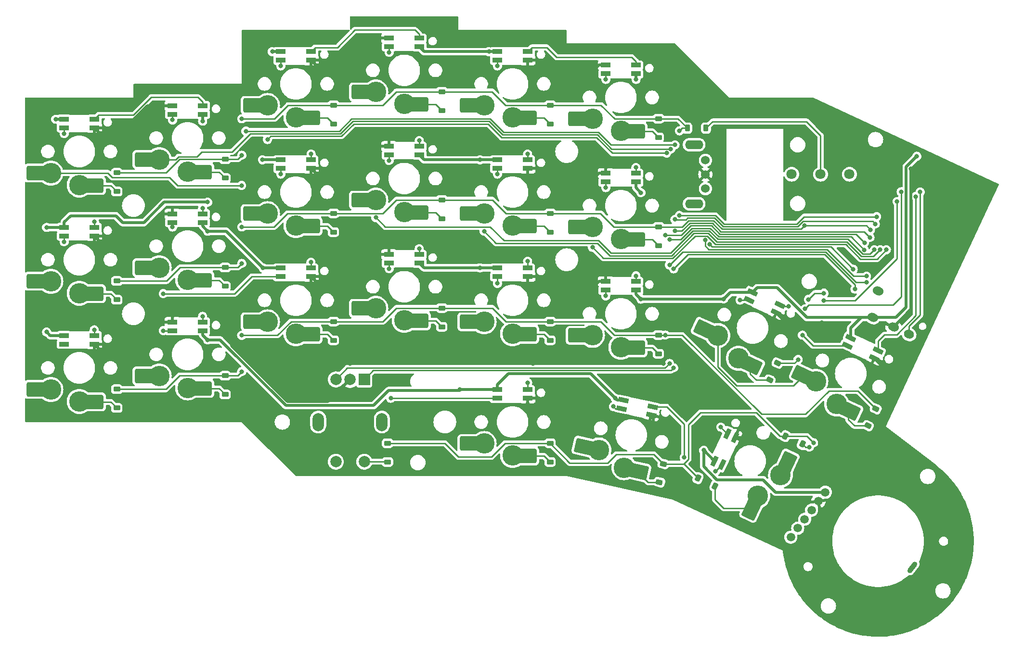
<source format=gbr>
%TF.GenerationSoftware,KiCad,Pcbnew,7.0.5*%
%TF.CreationDate,2024-03-19T12:27:36+08:00*%
%TF.ProjectId,Prime52left,5072696d-6535-4326-9c65-66742e6b6963,rev?*%
%TF.SameCoordinates,Original*%
%TF.FileFunction,Copper,L2,Bot*%
%TF.FilePolarity,Positive*%
%FSLAX46Y46*%
G04 Gerber Fmt 4.6, Leading zero omitted, Abs format (unit mm)*
G04 Created by KiCad (PCBNEW 7.0.5) date 2024-03-19 12:27:36*
%MOMM*%
%LPD*%
G01*
G04 APERTURE LIST*
G04 Aperture macros list*
%AMRoundRect*
0 Rectangle with rounded corners*
0 $1 Rounding radius*
0 $2 $3 $4 $5 $6 $7 $8 $9 X,Y pos of 4 corners*
0 Add a 4 corners polygon primitive as box body*
4,1,4,$2,$3,$4,$5,$6,$7,$8,$9,$2,$3,0*
0 Add four circle primitives for the rounded corners*
1,1,$1+$1,$2,$3*
1,1,$1+$1,$4,$5*
1,1,$1+$1,$6,$7*
1,1,$1+$1,$8,$9*
0 Add four rect primitives between the rounded corners*
20,1,$1+$1,$2,$3,$4,$5,0*
20,1,$1+$1,$4,$5,$6,$7,0*
20,1,$1+$1,$6,$7,$8,$9,0*
20,1,$1+$1,$8,$9,$2,$3,0*%
%AMHorizOval*
0 Thick line with rounded ends*
0 $1 width*
0 $2 $3 position (X,Y) of the first rounded end (center of the circle)*
0 $4 $5 position (X,Y) of the second rounded end (center of the circle)*
0 Add line between two ends*
20,1,$1,$2,$3,$4,$5,0*
0 Add two circle primitives to create the rounded ends*
1,1,$1,$2,$3*
1,1,$1,$4,$5*%
%AMRotRect*
0 Rectangle, with rotation*
0 The origin of the aperture is its center*
0 $1 length*
0 $2 width*
0 $3 Rotation angle, in degrees counterclockwise*
0 Add horizontal line*
21,1,$1,$2,0,0,$3*%
G04 Aperture macros list end*
%TA.AperFunction,SMDPad,CuDef*%
%ADD10RoundRect,0.250000X1.940684X0.198422X-1.095447X1.614193X-1.940684X-0.198422X1.095447X-1.614193X0*%
%TD*%
%TA.AperFunction,ComponentPad*%
%ADD11C,3.600000*%
%TD*%
%TA.AperFunction,SMDPad,CuDef*%
%ADD12RoundRect,0.250000X1.675000X1.000000X-1.675000X1.000000X-1.675000X-1.000000X1.675000X-1.000000X0*%
%TD*%
%TA.AperFunction,ComponentPad*%
%ADD13C,1.800000*%
%TD*%
%TA.AperFunction,SMDPad,CuDef*%
%ADD14RoundRect,0.250000X-0.198422X1.940684X-1.614193X-1.095447X0.198422X-1.940684X1.614193X1.095447X0*%
%TD*%
%TA.AperFunction,SMDPad,CuDef*%
%ADD15RoundRect,0.250000X1.851735X0.613760X-1.418856X1.338832X-1.851735X-0.613760X1.418856X-1.338832X0*%
%TD*%
%TA.AperFunction,WasherPad*%
%ADD16O,3.200000X1.600000*%
%TD*%
%TA.AperFunction,ComponentPad*%
%ADD17C,1.524000*%
%TD*%
%TA.AperFunction,WasherPad*%
%ADD18O,2.000000X3.200000*%
%TD*%
%TA.AperFunction,ComponentPad*%
%ADD19R,2.000000X2.000000*%
%TD*%
%TA.AperFunction,ComponentPad*%
%ADD20C,2.000000*%
%TD*%
%TA.AperFunction,WasherPad*%
%ADD21HorizOval,0.900000X-0.426133X-0.555347X0.426133X0.555347X0*%
%TD*%
%TA.AperFunction,ComponentPad*%
%ADD22C,1.500000*%
%TD*%
%TA.AperFunction,ComponentPad*%
%ADD23HorizOval,1.500000X-0.181262X0.084524X0.181262X-0.084524X0*%
%TD*%
%TA.AperFunction,ComponentPad*%
%ADD24HorizOval,1.500000X-0.135946X0.063393X0.135946X-0.063393X0*%
%TD*%
%TA.AperFunction,SMDPad,CuDef*%
%ADD25RoundRect,0.225000X-0.375000X0.225000X-0.375000X-0.225000X0.375000X-0.225000X0.375000X0.225000X0*%
%TD*%
%TA.AperFunction,SMDPad,CuDef*%
%ADD26R,1.800000X0.820000*%
%TD*%
%TA.AperFunction,SMDPad,CuDef*%
%ADD27RoundRect,0.225000X-0.362401X-0.244776X0.045437X-0.434955X0.362401X0.244776X-0.045437X0.434955X0*%
%TD*%
%TA.AperFunction,SMDPad,CuDef*%
%ADD28RotRect,1.800000X0.820000X335.000000*%
%TD*%
%TA.AperFunction,SMDPad,CuDef*%
%ADD29RoundRect,0.225000X-0.317412X0.300831X-0.414810X-0.138502X0.317412X-0.300831X0.414810X0.138502X0*%
%TD*%
%TA.AperFunction,SMDPad,CuDef*%
%ADD30RotRect,1.800000X0.820000X65.000000*%
%TD*%
%TA.AperFunction,SMDPad,CuDef*%
%ADD31RoundRect,0.225000X-0.244776X0.362401X-0.434955X-0.045437X0.244776X-0.362401X0.434955X0.045437X0*%
%TD*%
%TA.AperFunction,SMDPad,CuDef*%
%ADD32RotRect,1.800000X0.820000X347.500000*%
%TD*%
%TA.AperFunction,SMDPad,CuDef*%
%ADD33RoundRect,0.225000X-0.225000X-0.375000X0.225000X-0.375000X0.225000X0.375000X-0.225000X0.375000X0*%
%TD*%
%TA.AperFunction,ViaPad*%
%ADD34C,0.800000*%
%TD*%
%TA.AperFunction,Conductor*%
%ADD35C,0.250000*%
%TD*%
%TA.AperFunction,Conductor*%
%ADD36C,0.500000*%
%TD*%
G04 APERTURE END LIST*
D10*
%TO.P,K25,1,1*%
%TO.N,Net-(D25-Pad2)*%
X179317421Y-134435600D03*
D11*
X177229859Y-133351816D03*
%TO.P,K25,2,2*%
%TO.N,col6*%
X173585819Y-129335478D03*
D10*
X171455995Y-128342325D03*
%TD*%
D12*
%TO.P,K4,1,1*%
%TO.N,Net-(D4-Pad2)*%
X65445000Y-92514000D03*
D11*
X63095000Y-92414000D03*
%TO.P,K4,2,2*%
%TO.N,col1*%
X58095000Y-90314000D03*
D12*
X55745000Y-90314000D03*
%TD*%
%TO.P,K20,1,1*%
%TO.N,Net-(D20-Pad2)*%
X141645000Y-104420000D03*
D11*
X139295000Y-104320000D03*
%TO.P,K20,2,2*%
%TO.N,col5*%
X134295000Y-102220000D03*
D12*
X131945000Y-102220000D03*
%TD*%
%TO.P,K3,1,1*%
%TO.N,Net-(D3-Pad2)*%
X46395000Y-132995000D03*
D11*
X44045000Y-132895000D03*
%TO.P,K3,2,2*%
%TO.N,col0*%
X39045000Y-130795000D03*
D12*
X36695000Y-130795000D03*
%TD*%
%TO.P,K10,1,1*%
%TO.N,Net-(D10-Pad2)*%
X84495000Y-121089000D03*
D11*
X82145000Y-120989000D03*
%TO.P,K10,2,2*%
%TO.N,col2*%
X77145000Y-118889000D03*
D12*
X74795000Y-118889000D03*
%TD*%
D13*
%TO.P,K23,1,S1*%
%TO.N,col6*%
X169340000Y-92895000D03*
%TO.P,K23,2,S2*%
%TO.N,Net-(K23-S2)*%
X174420000Y-92895000D03*
%TO.P,K23,3,X*%
%TO.N,unconnected-(K23-X-Pad3)*%
X179500000Y-92895000D03*
%TD*%
D10*
%TO.P,K24,1,1*%
%TO.N,Net-(D24-Pad2)*%
X162052421Y-126384600D03*
D11*
X159964859Y-125300816D03*
%TO.P,K24,2,2*%
%TO.N,col6*%
X156320819Y-121284478D03*
D10*
X154190995Y-120291325D03*
%TD*%
D14*
%TO.P,K22,1,1*%
%TO.N,col5*%
X168464400Y-143808193D03*
D11*
X167380616Y-145895755D03*
%TO.P,K22,2,2*%
%TO.N,Net-(D22-Pad2)*%
X163364278Y-149539795D03*
D14*
X162371125Y-151669619D03*
%TD*%
D15*
%TO.P,K18,1,1*%
%TO.N,Net-(D18-Pad2)*%
X142126802Y-145173683D03*
D11*
X139854150Y-144567420D03*
%TO.P,K18,2,2*%
%TO.N,col4*%
X135427193Y-141435001D03*
D15*
X133132898Y-140926368D03*
%TD*%
D12*
%TO.P,K12,1,1*%
%TO.N,Net-(D12-Pad2)*%
X103545000Y-80607000D03*
D11*
X101195000Y-80507000D03*
%TO.P,K12,2,2*%
%TO.N,col3*%
X96195000Y-78407000D03*
D12*
X93845000Y-78407000D03*
%TD*%
D16*
%TO.P,RE1,*%
%TO.N,*%
X152170000Y-87695000D03*
X152170000Y-98095000D03*
D17*
%TO.P,RE1,A,CLK*%
%TO.N,A1*%
X154170000Y-90435000D03*
%TO.P,RE1,B,DT*%
%TO.N,B1*%
X154170000Y-95435000D03*
%TO.P,RE1,C,GND*%
%TO.N,GND*%
X154170000Y-92935000D03*
%TD*%
D12*
%TO.P,K15,1,1*%
%TO.N,Net-(D15-Pad2)*%
X122595000Y-82989000D03*
D11*
X120245000Y-82889000D03*
%TO.P,K15,2,2*%
%TO.N,col4*%
X115245000Y-80789000D03*
D12*
X112895000Y-80789000D03*
%TD*%
%TO.P,K9,1,1*%
%TO.N,Net-(D9-Pad2)*%
X84495000Y-102039000D03*
D11*
X82145000Y-101939000D03*
%TO.P,K9,2,2*%
%TO.N,col2*%
X77145000Y-99839000D03*
D12*
X74795000Y-99839000D03*
%TD*%
D18*
%TO.P,K7,*%
%TO.N,*%
X97270000Y-136520000D03*
X86070000Y-136520000D03*
D19*
%TO.P,K7,A,CLK*%
%TO.N,B2*%
X94170000Y-129020000D03*
D20*
%TO.P,K7,B,DT*%
%TO.N,A2*%
X89170000Y-129020000D03*
%TO.P,K7,C,GND*%
%TO.N,GND*%
X91670000Y-129020000D03*
%TO.P,K7,S1,GND*%
%TO.N,col1*%
X89170000Y-143520000D03*
%TO.P,K7,S2,SW*%
%TO.N,Net-(K7-SW)*%
X94170000Y-143520000D03*
%TD*%
D12*
%TO.P,K6,1,1*%
%TO.N,Net-(D6-Pad2)*%
X65445000Y-130614000D03*
D11*
X63095000Y-130514000D03*
%TO.P,K6,2,2*%
%TO.N,col1*%
X58095000Y-128414000D03*
D12*
X55745000Y-128414000D03*
%TD*%
%TO.P,K17,1,1*%
%TO.N,Net-(D17-Pad2)*%
X122595000Y-121089000D03*
D11*
X120245000Y-120989000D03*
%TO.P,K17,2,2*%
%TO.N,col4*%
X115245000Y-118889000D03*
D12*
X112895000Y-118889000D03*
%TD*%
%TO.P,K21,1,1*%
%TO.N,Net-(D21-Pad2)*%
X141645000Y-123470000D03*
D11*
X139295000Y-123370000D03*
%TO.P,K21,2,2*%
%TO.N,col5*%
X134295000Y-121270000D03*
D12*
X131945000Y-121270000D03*
%TD*%
%TO.P,K1,1,1*%
%TO.N,Net-(D1-Pad2)*%
X46395000Y-94895000D03*
D11*
X44045000Y-94795000D03*
%TO.P,K1,2,2*%
%TO.N,col0*%
X39045000Y-92695000D03*
D12*
X36695000Y-92695000D03*
%TD*%
%TO.P,K19,1,1*%
%TO.N,Net-(D19-Pad2)*%
X141645000Y-85370000D03*
D11*
X139295000Y-85270000D03*
%TO.P,K19,2,2*%
%TO.N,col5*%
X134295000Y-83170000D03*
D12*
X131945000Y-83170000D03*
%TD*%
%TO.P,K16,1,1*%
%TO.N,Net-(D16-Pad2)*%
X122595000Y-102039000D03*
D11*
X120245000Y-101939000D03*
%TO.P,K16,2,2*%
%TO.N,col4*%
X115245000Y-99839000D03*
D12*
X112895000Y-99839000D03*
%TD*%
%TO.P,K2,1,1*%
%TO.N,Net-(D2-Pad2)*%
X46395000Y-113945000D03*
D11*
X44045000Y-113845000D03*
%TO.P,K2,2,2*%
%TO.N,col0*%
X39045000Y-111745000D03*
D12*
X36695000Y-111745000D03*
%TD*%
%TO.P,K5,1,1*%
%TO.N,Net-(D5-Pad2)*%
X65445000Y-111564000D03*
D11*
X63095000Y-111464000D03*
%TO.P,K5,2,2*%
%TO.N,col1*%
X58095000Y-109364000D03*
D12*
X55745000Y-109364000D03*
%TD*%
%TO.P,K13,1,1*%
%TO.N,Net-(D13-Pad2)*%
X103545000Y-99657000D03*
D11*
X101195000Y-99557000D03*
%TO.P,K13,2,2*%
%TO.N,col3*%
X96195000Y-97457000D03*
D12*
X93845000Y-97457000D03*
%TD*%
%TO.P,K8,1,1*%
%TO.N,Net-(D8-Pad2)*%
X84495000Y-82989000D03*
D11*
X82145000Y-82889000D03*
%TO.P,K8,2,2*%
%TO.N,col2*%
X77145000Y-80789000D03*
D12*
X74795000Y-80789000D03*
%TD*%
D21*
%TO.P,K26,*%
%TO.N,*%
X190520299Y-162096667D03*
D22*
%TO.P,K26,1,X/AD1*%
%TO.N,X1*%
X169177128Y-156811633D03*
%TO.P,K26,2,GND*%
%TO.N,col6*%
X170394651Y-155224927D03*
%TO.P,K26,3,SW*%
%TO.N,Net-(K26-SW)*%
X171612174Y-153638220D03*
%TO.P,K26,4,Y/AD2*%
%TO.N,Y1*%
X172829697Y-152051513D03*
%TO.P,K26,5,GND*%
%TO.N,GND*%
X174047220Y-150464807D03*
%TO.P,K26,6,VCC*%
%TO.N,5V-L*%
X175264743Y-148878100D03*
%TD*%
D23*
%TO.P,T1,1,T/VCC*%
%TO.N,5V-L*%
X183593143Y-118109592D03*
D24*
%TO.P,T1,2,R/SNL*%
%TO.N,Left_data*%
X189980800Y-121088205D03*
D23*
%TO.P,T1,3,R/GND*%
%TO.N,GND*%
X187218374Y-119800065D03*
%TO.P,T1,4,S/No*%
%TO.N,unconnected-(T1-S{slash}No-Pad4)*%
X184540248Y-113475696D03*
%TD*%
D12*
%TO.P,K11,1,1*%
%TO.N,Net-(D11-Pad2)*%
X122595000Y-142520000D03*
D11*
X120245000Y-142420000D03*
%TO.P,K11,2,2*%
%TO.N,col2*%
X115245000Y-140320000D03*
D12*
X112895000Y-140320000D03*
%TD*%
%TO.P,K14,1,1*%
%TO.N,Net-(D14-Pad2)*%
X103545000Y-118707000D03*
D11*
X101195000Y-118607000D03*
%TO.P,K14,2,2*%
%TO.N,col3*%
X96195000Y-116507000D03*
D12*
X93845000Y-116507000D03*
%TD*%
D25*
%TO.P,D1,1*%
%TO.N,row0*%
X50645000Y-92645000D03*
%TO.P,D1,2*%
%TO.N,Net-(D1-Pad2)*%
X50645000Y-95945000D03*
%TD*%
%TO.P,D7,1*%
%TO.N,row3*%
X98270000Y-140270000D03*
%TO.P,D7,2*%
%TO.N,Net-(K7-SW)*%
X98270000Y-143570000D03*
%TD*%
%TO.P,D13,1*%
%TO.N,row1*%
X107795000Y-97407000D03*
%TO.P,D13,2*%
%TO.N,Net-(D13-Pad2)*%
X107795000Y-100707000D03*
%TD*%
%TO.P,D5,1*%
%TO.N,row1*%
X69695000Y-109314000D03*
%TO.P,D5,2*%
%TO.N,Net-(D5-Pad2)*%
X69695000Y-112614000D03*
%TD*%
%TO.P,D12,1*%
%TO.N,row0*%
X107795000Y-78357000D03*
%TO.P,D12,2*%
%TO.N,Net-(D12-Pad2)*%
X107795000Y-81657000D03*
%TD*%
D26*
%TO.P,L6,1,VDD*%
%TO.N,5V-L*%
X141945000Y-94240000D03*
%TO.P,L6,2,DOUT*%
%TO.N,Net-(L6-DOUT)*%
X141945000Y-92740000D03*
%TO.P,L6,3,VSS*%
%TO.N,GND*%
X136645000Y-92740000D03*
%TO.P,L6,4,DIN*%
%TO.N,Net-(L5-DOUT)*%
X136645000Y-94240000D03*
%TD*%
%TO.P,L18,1,VDD*%
%TO.N,5V-L*%
X65745000Y-120434000D03*
%TO.P,L18,2,DOUT*%
%TO.N,Net-(L18-DOUT)*%
X65745000Y-118934000D03*
%TO.P,L18,3,VSS*%
%TO.N,GND*%
X60445000Y-118934000D03*
%TO.P,L18,4,DIN*%
%TO.N,Net-(L17-DOUT)*%
X60445000Y-120434000D03*
%TD*%
D25*
%TO.P,D4,1*%
%TO.N,row0*%
X69695000Y-90264000D03*
%TO.P,D4,2*%
%TO.N,Net-(D4-Pad2)*%
X69695000Y-93564000D03*
%TD*%
D27*
%TO.P,D26,1*%
%TO.N,row3*%
X168221592Y-139011680D03*
%TO.P,D26,2*%
%TO.N,Net-(K26-SW)*%
X171212408Y-140406320D03*
%TD*%
D26*
%TO.P,L14,1,VDD*%
%TO.N,5V-L*%
X103845000Y-70427000D03*
%TO.P,L14,2,DOUT*%
%TO.N,Net-(L14-DOUT)*%
X103845000Y-68927000D03*
%TO.P,L14,3,VSS*%
%TO.N,GND*%
X98545000Y-68927000D03*
%TO.P,L14,4,DIN*%
%TO.N,Net-(L13-DOUT)*%
X98545000Y-70427000D03*
%TD*%
D25*
%TO.P,D19,1*%
%TO.N,row0*%
X145895000Y-83120000D03*
%TO.P,D19,2*%
%TO.N,Net-(D19-Pad2)*%
X145895000Y-86420000D03*
%TD*%
D26*
%TO.P,L21,1,VDD*%
%TO.N,5V-L*%
X41395000Y-83215000D03*
%TO.P,L21,2,DOUT*%
%TO.N,Net-(L21-DOUT)*%
X41395000Y-84715000D03*
%TO.P,L21,3,VSS*%
%TO.N,GND*%
X46695000Y-84715000D03*
%TO.P,L21,4,DIN*%
%TO.N,Net-(L20-DOUT)*%
X46695000Y-83215000D03*
%TD*%
D25*
%TO.P,D16,1*%
%TO.N,row1*%
X126845000Y-99789000D03*
%TO.P,D16,2*%
%TO.N,Net-(D16-Pad2)*%
X126845000Y-103089000D03*
%TD*%
D26*
%TO.P,L13,1,VDD*%
%TO.N,5V-L*%
X103845000Y-89477000D03*
%TO.P,L13,2,DOUT*%
%TO.N,Net-(L13-DOUT)*%
X103845000Y-87977000D03*
%TO.P,L13,3,VSS*%
%TO.N,GND*%
X98545000Y-87977000D03*
%TO.P,L13,4,DIN*%
%TO.N,Net-(L12-DOUT)*%
X98545000Y-89477000D03*
%TD*%
%TO.P,L12,1,VDD*%
%TO.N,5V-L*%
X103845000Y-108527000D03*
%TO.P,L12,2,DOUT*%
%TO.N,Net-(L12-DOUT)*%
X103845000Y-107027000D03*
%TO.P,L12,3,VSS*%
%TO.N,GND*%
X98545000Y-107027000D03*
%TO.P,L12,4,DIN*%
%TO.N,Net-(L11-DOUT)*%
X98545000Y-108527000D03*
%TD*%
D28*
%TO.P,L1,1,VDD*%
%TO.N,5V-L*%
X179722248Y-121737331D03*
%TO.P,L1,2,DOUT*%
%TO.N,Net-(L1-DOUT)*%
X179088321Y-123096792D03*
%TO.P,L1,3,VSS*%
%TO.N,GND*%
X183891752Y-125336669D03*
%TO.P,L1,4,DIN*%
%TO.N,RGB-L*%
X184525679Y-123977208D03*
%TD*%
D25*
%TO.P,D14,1*%
%TO.N,row2*%
X107795000Y-116457000D03*
%TO.P,D14,2*%
%TO.N,Net-(D14-Pad2)*%
X107795000Y-119757000D03*
%TD*%
D26*
%TO.P,L17,1,VDD*%
%TO.N,5V-L*%
X79495000Y-109409000D03*
%TO.P,L17,2,DOUT*%
%TO.N,Net-(L17-DOUT)*%
X79495000Y-110909000D03*
%TO.P,L17,3,VSS*%
%TO.N,GND*%
X84795000Y-110909000D03*
%TO.P,L17,4,DIN*%
%TO.N,Net-(L16-DOUT)*%
X84795000Y-109409000D03*
%TD*%
D25*
%TO.P,D3,1*%
%TO.N,row2*%
X50645000Y-130745000D03*
%TO.P,D3,2*%
%TO.N,Net-(D3-Pad2)*%
X50645000Y-134045000D03*
%TD*%
%TO.P,D10,1*%
%TO.N,row2*%
X88745000Y-118839000D03*
%TO.P,D10,2*%
%TO.N,Net-(D10-Pad2)*%
X88745000Y-122139000D03*
%TD*%
D26*
%TO.P,L15,1,VDD*%
%TO.N,5V-L*%
X79495000Y-71309000D03*
%TO.P,L15,2,DOUT*%
%TO.N,Net-(L15-DOUT)*%
X79495000Y-72809000D03*
%TO.P,L15,3,VSS*%
%TO.N,GND*%
X84795000Y-72809000D03*
%TO.P,L15,4,DIN*%
%TO.N,Net-(L14-DOUT)*%
X84795000Y-71309000D03*
%TD*%
D29*
%TO.P,D18,1*%
%TO.N,row3*%
X146763125Y-143897112D03*
%TO.P,D18,2*%
%TO.N,Net-(D18-Pad2)*%
X146048875Y-147118888D03*
%TD*%
D26*
%TO.P,L10,1,VDD*%
%TO.N,5V-L*%
X117595000Y-109409000D03*
%TO.P,L10,2,DOUT*%
%TO.N,Net-(L10-DOUT)*%
X117595000Y-110909000D03*
%TO.P,L10,3,VSS*%
%TO.N,GND*%
X122895000Y-110909000D03*
%TO.P,L10,4,DIN*%
%TO.N,Net-(L10-DIN)*%
X122895000Y-109409000D03*
%TD*%
D25*
%TO.P,D20,1*%
%TO.N,row1*%
X145895000Y-102170000D03*
%TO.P,D20,2*%
%TO.N,Net-(D20-Pad2)*%
X145895000Y-105470000D03*
%TD*%
%TO.P,D6,1*%
%TO.N,row2*%
X69695000Y-128364000D03*
%TO.P,D6,2*%
%TO.N,Net-(D6-Pad2)*%
X69695000Y-131664000D03*
%TD*%
D30*
%TO.P,L3,1,VDD*%
%TO.N,5V-L*%
X155766131Y-143403366D03*
%TO.P,L3,2,DOUT*%
%TO.N,Net-(L3-DOUT)*%
X157125592Y-144037293D03*
%TO.P,L3,3,VSS*%
%TO.N,GND*%
X159365469Y-139233862D03*
%TO.P,L3,4,DIN*%
%TO.N,Net-(L2-DOUT)*%
X158006008Y-138599935D03*
%TD*%
D26*
%TO.P,L22,1,VDD*%
%TO.N,5V-L*%
X41395000Y-102265000D03*
%TO.P,L22,2,DOUT*%
%TO.N,Net-(L22-DOUT)*%
X41395000Y-103765000D03*
%TO.P,L22,3,VSS*%
%TO.N,GND*%
X46695000Y-103765000D03*
%TO.P,L22,4,DIN*%
%TO.N,Net-(L21-DOUT)*%
X46695000Y-102265000D03*
%TD*%
%TO.P,L16,1,VDD*%
%TO.N,5V-L*%
X79495000Y-90359000D03*
%TO.P,L16,2,DOUT*%
%TO.N,Net-(L16-DOUT)*%
X79495000Y-91859000D03*
%TO.P,L16,3,VSS*%
%TO.N,GND*%
X84795000Y-91859000D03*
%TO.P,L16,4,DIN*%
%TO.N,Net-(L15-DOUT)*%
X84795000Y-90359000D03*
%TD*%
D31*
%TO.P,D24,1*%
%TO.N,row1*%
X166854627Y-126141192D03*
%TO.P,D24,2*%
%TO.N,Net-(D24-Pad2)*%
X165459987Y-129132008D03*
%TD*%
D26*
%TO.P,L9,1,VDD*%
%TO.N,5V-L*%
X117595000Y-90359000D03*
%TO.P,L9,2,DOUT*%
%TO.N,Net-(L10-DIN)*%
X117595000Y-91859000D03*
%TO.P,L9,3,VSS*%
%TO.N,GND*%
X122895000Y-91859000D03*
%TO.P,L9,4,DIN*%
%TO.N,Net-(L8-DOUT)*%
X122895000Y-90359000D03*
%TD*%
D27*
%TO.P,D22,1*%
%TO.N,row3*%
X152854592Y-146404680D03*
%TO.P,D22,2*%
%TO.N,Net-(D22-Pad2)*%
X155845408Y-147799320D03*
%TD*%
D25*
%TO.P,D8,1*%
%TO.N,row0*%
X88745000Y-80739000D03*
%TO.P,D8,2*%
%TO.N,Net-(D8-Pad2)*%
X88745000Y-84039000D03*
%TD*%
D32*
%TO.P,L4,1,VDD*%
%TO.N,5V-L*%
X139773645Y-132688213D03*
%TO.P,L4,2,DOUT*%
%TO.N,Net-(L4-DOUT)*%
X139448986Y-134152657D03*
%TO.P,L4,3,VSS*%
%TO.N,GND*%
X144623355Y-135299787D03*
%TO.P,L4,4,DIN*%
%TO.N,Net-(L3-DOUT)*%
X144948014Y-133835343D03*
%TD*%
D26*
%TO.P,L7,1,VDD*%
%TO.N,5V-L*%
X141945000Y-75190000D03*
%TO.P,L7,2,DOUT*%
%TO.N,Net-(L7-DOUT)*%
X141945000Y-73690000D03*
%TO.P,L7,3,VSS*%
%TO.N,GND*%
X136645000Y-73690000D03*
%TO.P,L7,4,DIN*%
%TO.N,Net-(L6-DOUT)*%
X136645000Y-75190000D03*
%TD*%
%TO.P,L5,1,VDD*%
%TO.N,5V-L*%
X141945000Y-113290000D03*
%TO.P,L5,2,DOUT*%
%TO.N,Net-(L5-DOUT)*%
X141945000Y-111790000D03*
%TO.P,L5,3,VSS*%
%TO.N,GND*%
X136645000Y-111790000D03*
%TO.P,L5,4,DIN*%
%TO.N,Net-(L4-DOUT)*%
X136645000Y-113290000D03*
%TD*%
D25*
%TO.P,D21,1*%
%TO.N,row2*%
X145895000Y-121220000D03*
%TO.P,D21,2*%
%TO.N,Net-(D21-Pad2)*%
X145895000Y-124520000D03*
%TD*%
D26*
%TO.P,L23,1,VDD*%
%TO.N,5V-L*%
X41395000Y-121315000D03*
%TO.P,L23,2,DOUT*%
%TO.N,unconnected-(L23-DOUT-Pad2)*%
X41395000Y-122815000D03*
%TO.P,L23,3,VSS*%
%TO.N,GND*%
X46695000Y-122815000D03*
%TO.P,L23,4,DIN*%
%TO.N,Net-(L22-DOUT)*%
X46695000Y-121315000D03*
%TD*%
D25*
%TO.P,D9,1*%
%TO.N,row1*%
X88745000Y-99789000D03*
%TO.P,D9,2*%
%TO.N,Net-(D9-Pad2)*%
X88745000Y-103089000D03*
%TD*%
%TO.P,D15,1*%
%TO.N,row0*%
X126845000Y-80739000D03*
%TO.P,D15,2*%
%TO.N,Net-(D15-Pad2)*%
X126845000Y-84039000D03*
%TD*%
D26*
%TO.P,L19,1,VDD*%
%TO.N,5V-L*%
X65745000Y-101384000D03*
%TO.P,L19,2,DOUT*%
%TO.N,Net-(L19-DOUT)*%
X65745000Y-99884000D03*
%TO.P,L19,3,VSS*%
%TO.N,GND*%
X60445000Y-99884000D03*
%TO.P,L19,4,DIN*%
%TO.N,Net-(L18-DOUT)*%
X60445000Y-101384000D03*
%TD*%
D31*
%TO.P,D25,1*%
%TO.N,row2*%
X184119627Y-134192192D03*
%TO.P,D25,2*%
%TO.N,Net-(D25-Pad2)*%
X182724987Y-137183008D03*
%TD*%
D25*
%TO.P,D17,1*%
%TO.N,row2*%
X126845000Y-118839000D03*
%TO.P,D17,2*%
%TO.N,Net-(D17-Pad2)*%
X126845000Y-122139000D03*
%TD*%
D33*
%TO.P,D23,1*%
%TO.N,row0*%
X150970000Y-84770000D03*
%TO.P,D23,2*%
%TO.N,Net-(K23-S2)*%
X154270000Y-84770000D03*
%TD*%
D26*
%TO.P,L11,1,VDD*%
%TO.N,5V-L*%
X117595000Y-130840000D03*
%TO.P,L11,2,DOUT*%
%TO.N,Net-(L11-DOUT)*%
X117595000Y-132340000D03*
%TO.P,L11,3,VSS*%
%TO.N,GND*%
X122895000Y-132340000D03*
%TO.P,L11,4,DIN*%
%TO.N,Net-(L10-DOUT)*%
X122895000Y-130840000D03*
%TD*%
D25*
%TO.P,D2,1*%
%TO.N,row1*%
X50645000Y-111695000D03*
%TO.P,D2,2*%
%TO.N,Net-(D2-Pad2)*%
X50645000Y-114995000D03*
%TD*%
%TO.P,D11,1*%
%TO.N,row3*%
X126845000Y-140270000D03*
%TO.P,D11,2*%
%TO.N,Net-(D11-Pad2)*%
X126845000Y-143570000D03*
%TD*%
D28*
%TO.P,L2,1,VDD*%
%TO.N,5V-L*%
X162457248Y-113686331D03*
%TO.P,L2,2,DOUT*%
%TO.N,Net-(L2-DOUT)*%
X161823321Y-115045792D03*
%TO.P,L2,3,VSS*%
%TO.N,GND*%
X166626752Y-117285669D03*
%TO.P,L2,4,DIN*%
%TO.N,Net-(L1-DOUT)*%
X167260679Y-115926208D03*
%TD*%
D26*
%TO.P,L20,1,VDD*%
%TO.N,5V-L*%
X65745000Y-82334000D03*
%TO.P,L20,2,DOUT*%
%TO.N,Net-(L20-DOUT)*%
X65745000Y-80834000D03*
%TO.P,L20,3,VSS*%
%TO.N,GND*%
X60445000Y-80834000D03*
%TO.P,L20,4,DIN*%
%TO.N,Net-(L19-DOUT)*%
X60445000Y-82334000D03*
%TD*%
%TO.P,L8,1,VDD*%
%TO.N,5V-L*%
X117595000Y-71309000D03*
%TO.P,L8,2,DOUT*%
%TO.N,Net-(L8-DOUT)*%
X117595000Y-72809000D03*
%TO.P,L8,3,VSS*%
%TO.N,GND*%
X122895000Y-72809000D03*
%TO.P,L8,4,DIN*%
%TO.N,Net-(L7-DOUT)*%
X122895000Y-71309000D03*
%TD*%
D34*
%TO.N,row1*%
X170460000Y-125510000D03*
X171600000Y-101950000D03*
X72630000Y-102180000D03*
X72630000Y-108600000D03*
X183190000Y-102660000D03*
%TO.N,row2*%
X72610000Y-127660000D03*
X147120000Y-121220000D03*
X72610000Y-121260000D03*
X182130000Y-104950000D03*
X147125500Y-103619309D03*
%TO.N,row3*%
X173190000Y-140190000D03*
%TO.N,row0*%
X72620000Y-83130000D03*
X149610000Y-85250000D03*
X149601388Y-100150500D03*
X184260000Y-100370000D03*
X72630000Y-89560000D03*
%TO.N,X1*%
X188590000Y-95990000D03*
X171677701Y-116602299D03*
%TO.N,Y1*%
X175000000Y-115170500D03*
X187865500Y-97710000D03*
%TO.N,col0*%
X184050000Y-101650000D03*
X148810000Y-87720000D03*
X148810000Y-100860000D03*
X73344500Y-85310000D03*
X72590000Y-94880000D03*
%TO.N,col1*%
X148820000Y-102894500D03*
X148085500Y-88450000D03*
X183110000Y-104020000D03*
%TO.N,col2*%
X147355600Y-89174500D03*
X182100000Y-106210000D03*
X77145000Y-86780000D03*
X147850000Y-104350000D03*
%TO.N,col3*%
X96195000Y-100530000D03*
X183870000Y-106200000D03*
%TO.N,col4*%
X184920000Y-106200000D03*
X115245000Y-102920000D03*
%TO.N,col5*%
X185980000Y-106190000D03*
X134295000Y-105744500D03*
%TO.N,col6*%
X175010000Y-113840000D03*
X172285000Y-114945000D03*
%TO.N,GND*%
X122910000Y-112230000D03*
X122880000Y-74300000D03*
X122890000Y-93350000D03*
X91670000Y-90190000D03*
X53550000Y-104640000D03*
X122890000Y-133340000D03*
X51250000Y-85590000D03*
X123840000Y-126230000D03*
X146740000Y-126240000D03*
X173945000Y-142215000D03*
X53550000Y-123680000D03*
X91670000Y-109460000D03*
X152070000Y-137310000D03*
X190320000Y-91930000D03*
X91670000Y-126220000D03*
X174610000Y-119000000D03*
X144960000Y-137300000D03*
X187900000Y-126790000D03*
X91670000Y-71320000D03*
%TO.N,A1*%
X180150000Y-109620000D03*
X154880000Y-105230000D03*
%TO.N,B1*%
X154110000Y-104500000D03*
X182500000Y-110860000D03*
%TO.N,5V-L*%
X191350000Y-89730000D03*
X141960000Y-76200000D03*
X66630000Y-102940000D03*
X142830000Y-96130000D03*
X110980000Y-130840000D03*
X66630000Y-97820000D03*
X65750000Y-83550000D03*
X114510000Y-90359000D03*
X66620000Y-122070000D03*
X77990000Y-71310000D03*
X38310000Y-120680000D03*
X76370000Y-109409000D03*
X116090000Y-71310000D03*
X138310000Y-132330000D03*
X153870000Y-141509181D03*
X39900000Y-83220000D03*
X114490000Y-109380000D03*
X157380000Y-114850000D03*
X38300000Y-102265000D03*
X76260000Y-90359000D03*
X142830000Y-114890000D03*
%TO.N,Left_data*%
X191940000Y-96010000D03*
%TO.N,B2*%
X148580000Y-126980000D03*
X180470000Y-113110000D03*
X148580000Y-109560000D03*
%TO.N,A2*%
X147845000Y-108880000D03*
X147845000Y-126210000D03*
X182500000Y-111880000D03*
%TO.N,Net-(K26-SW)*%
X172430000Y-140940000D03*
%TO.N,RGB-L*%
X191180000Y-96820000D03*
%TO.N,Net-(L1-DOUT)*%
X168810000Y-116160000D03*
X171220000Y-121230000D03*
%TO.N,Net-(L2-DOUT)*%
X160270000Y-115050000D03*
X156870000Y-137420000D03*
%TO.N,Net-(L3-DOUT)*%
X155951442Y-145211442D03*
X150430000Y-142770000D03*
%TO.N,Net-(L4-DOUT)*%
X136630000Y-114330000D03*
X137980000Y-133800000D03*
%TO.N,Net-(L5-DOUT)*%
X136645000Y-95250000D03*
X141950000Y-110790000D03*
%TO.N,Net-(L6-DOUT)*%
X141940000Y-91720000D03*
X136640000Y-76200000D03*
%TO.N,Net-(L8-DOUT)*%
X122900000Y-89340000D03*
X117590000Y-73820000D03*
%TO.N,Net-(L10-DIN)*%
X117600000Y-92870000D03*
X122900000Y-108210000D03*
%TO.N,Net-(L10-DOUT)*%
X117590000Y-112120000D03*
X122910000Y-129630000D03*
%TO.N,Net-(L11-DOUT)*%
X98550000Y-109540000D03*
X98820000Y-132340000D03*
%TO.N,Net-(L12-DOUT)*%
X98540000Y-90480000D03*
X103840000Y-106010000D03*
%TO.N,Net-(L13-DOUT)*%
X98550000Y-71440000D03*
X103850000Y-86970000D03*
%TO.N,Net-(L15-DOUT)*%
X84810000Y-89340000D03*
X79490000Y-73820000D03*
%TO.N,Net-(L16-DOUT)*%
X79490000Y-92870000D03*
X84790000Y-108400000D03*
%TO.N,Net-(L17-DOUT)*%
X58840000Y-120430000D03*
X58840000Y-113920000D03*
%TO.N,Net-(L18-DOUT)*%
X65740000Y-117920000D03*
X60440000Y-102190000D03*
%TO.N,Net-(L19-DOUT)*%
X60450000Y-83340000D03*
X65750000Y-98870000D03*
%TO.N,Net-(L21-DOUT)*%
X46710000Y-101250000D03*
X41400000Y-85730000D03*
%TO.N,Net-(L22-DOUT)*%
X41390000Y-104780000D03*
X46690000Y-120300000D03*
%TD*%
D35*
%TO.N,Net-(D1-Pad2)*%
X49595000Y-94895000D02*
X50645000Y-95945000D01*
X46395000Y-94895000D02*
X49595000Y-94895000D01*
%TO.N,row1*%
X99823000Y-97407000D02*
X97441000Y-99789000D01*
X80661000Y-99789000D02*
X78270000Y-102180000D01*
X59425000Y-111695000D02*
X61806000Y-109314000D01*
X151216396Y-101050000D02*
X150096396Y-102170000D01*
X71916000Y-109314000D02*
X69695000Y-109314000D01*
X150096396Y-102170000D02*
X145895000Y-102170000D01*
X170460000Y-125510000D02*
X169828808Y-126141192D01*
X182480000Y-101950000D02*
X171600000Y-101950000D01*
X50645000Y-111695000D02*
X59425000Y-111695000D01*
X157067208Y-102540000D02*
X155577208Y-101050000D01*
X72630000Y-108600000D02*
X71916000Y-109314000D01*
X107795000Y-97407000D02*
X99823000Y-97407000D01*
X119079000Y-99789000D02*
X116697000Y-97407000D01*
X116697000Y-97407000D02*
X107795000Y-97407000D01*
X145895000Y-102170000D02*
X138090000Y-102170000D01*
X183190000Y-102660000D02*
X182480000Y-101950000D01*
X138090000Y-102170000D02*
X135709000Y-99789000D01*
X97441000Y-99789000D02*
X88745000Y-99789000D01*
X126845000Y-99789000D02*
X119079000Y-99789000D01*
X171010000Y-102540000D02*
X157067208Y-102540000D01*
X169828808Y-126141192D02*
X166854627Y-126141192D01*
X135709000Y-99789000D02*
X126845000Y-99789000D01*
X155577208Y-101050000D02*
X151216396Y-101050000D01*
X88745000Y-99789000D02*
X80661000Y-99789000D01*
X78270000Y-102180000D02*
X72630000Y-102180000D01*
X171600000Y-101950000D02*
X171010000Y-102540000D01*
X61806000Y-109314000D02*
X69695000Y-109314000D01*
%TO.N,Net-(D2-Pad2)*%
X46395000Y-113945000D02*
X49595000Y-113945000D01*
X49595000Y-113945000D02*
X50645000Y-114995000D01*
%TO.N,row2*%
X72630000Y-121240000D02*
X78888796Y-121240000D01*
X147125691Y-103619500D02*
X149919688Y-103619500D01*
X175870000Y-131070000D02*
X171790000Y-135150000D01*
X59285000Y-130745000D02*
X61666000Y-128364000D01*
X156694416Y-103440000D02*
X180620000Y-103440000D01*
X150083604Y-121220000D02*
X147120000Y-121220000D01*
X97441000Y-118839000D02*
X99823000Y-116457000D01*
X107795000Y-116457000D02*
X116697000Y-116457000D01*
X126845000Y-118839000D02*
X135739000Y-118839000D01*
X88745000Y-118839000D02*
X97441000Y-118839000D01*
X147125500Y-103619309D02*
X147125691Y-103619500D01*
X99823000Y-116457000D02*
X107795000Y-116457000D01*
X171790000Y-135150000D02*
X164013604Y-135150000D01*
X164013604Y-135150000D02*
X150083604Y-121220000D01*
X81289796Y-118839000D02*
X88745000Y-118839000D01*
X151589188Y-101950000D02*
X155204416Y-101950000D01*
X135739000Y-118839000D02*
X138120000Y-121220000D01*
X180620000Y-103440000D02*
X182130000Y-104950000D01*
X149919688Y-103619500D02*
X151589188Y-101950000D01*
X180997435Y-131070000D02*
X175870000Y-131070000D01*
X69695000Y-128364000D02*
X71906000Y-128364000D01*
X116697000Y-116457000D02*
X119079000Y-118839000D01*
X145895000Y-121220000D02*
X147120000Y-121220000D01*
X184119627Y-134192192D02*
X180997435Y-131070000D01*
X61666000Y-128364000D02*
X69695000Y-128364000D01*
X71906000Y-128364000D02*
X72610000Y-127660000D01*
X78888796Y-121240000D02*
X81289796Y-118839000D01*
X138120000Y-121220000D02*
X145895000Y-121220000D01*
X119079000Y-118839000D02*
X126845000Y-118839000D01*
X155204416Y-101950000D02*
X156694416Y-103440000D01*
X72610000Y-121260000D02*
X72630000Y-121240000D01*
X50645000Y-130745000D02*
X59285000Y-130745000D01*
%TO.N,Net-(D3-Pad2)*%
X49595000Y-132995000D02*
X50645000Y-134045000D01*
X46395000Y-132995000D02*
X49595000Y-132995000D01*
%TO.N,row3*%
X163097208Y-134870000D02*
X153290000Y-134870000D01*
X110730000Y-142670000D02*
X116510000Y-142670000D01*
X98270000Y-140270000D02*
X108330000Y-140270000D01*
X116510000Y-142670000D02*
X118910000Y-140270000D01*
X130295000Y-143720000D02*
X136980000Y-143720000D01*
X136980000Y-143720000D02*
X138470000Y-142230000D01*
X138470000Y-142230000D02*
X145096013Y-142230000D01*
X126845000Y-140270000D02*
X130295000Y-143720000D01*
X167238888Y-139011680D02*
X163097208Y-134870000D01*
X168221592Y-139011680D02*
X172011680Y-139011680D01*
X118910000Y-140270000D02*
X126845000Y-140270000D01*
X145096013Y-142230000D02*
X146763125Y-143897112D01*
X146763125Y-143897112D02*
X150347024Y-143897112D01*
X172011680Y-139011680D02*
X173190000Y-140190000D01*
X151180000Y-143064136D02*
X150347024Y-143897112D01*
X108330000Y-140270000D02*
X110730000Y-142670000D01*
X151180000Y-136980000D02*
X151180000Y-143064136D01*
X150347024Y-143897112D02*
X150474956Y-144025044D01*
X168221592Y-139011680D02*
X167238888Y-139011680D01*
X150474956Y-144025044D02*
X152854592Y-146404680D01*
X153290000Y-134870000D02*
X151180000Y-136980000D01*
%TO.N,Net-(D4-Pad2)*%
X65445000Y-92514000D02*
X68645000Y-92514000D01*
X68645000Y-92514000D02*
X69695000Y-93564000D01*
%TO.N,Net-(D5-Pad2)*%
X68645000Y-111564000D02*
X69695000Y-112614000D01*
X65445000Y-111564000D02*
X68645000Y-111564000D01*
%TO.N,Net-(D6-Pad2)*%
X65445000Y-130614000D02*
X68645000Y-130614000D01*
X68645000Y-130614000D02*
X69695000Y-131664000D01*
%TO.N,Net-(K7-SW)*%
X94170000Y-143520000D02*
X98220000Y-143520000D01*
X98220000Y-143520000D02*
X98270000Y-143570000D01*
%TO.N,Net-(D8-Pad2)*%
X87695000Y-82989000D02*
X88745000Y-84039000D01*
X84495000Y-82989000D02*
X87695000Y-82989000D01*
%TO.N,Net-(D9-Pad2)*%
X84495000Y-102039000D02*
X87695000Y-102039000D01*
X87695000Y-102039000D02*
X88745000Y-103089000D01*
%TO.N,Net-(D10-Pad2)*%
X84495000Y-121089000D02*
X87695000Y-121089000D01*
X87695000Y-121089000D02*
X88745000Y-122139000D01*
%TO.N,Net-(D11-Pad2)*%
X122595000Y-142520000D02*
X125795000Y-142520000D01*
X125795000Y-142520000D02*
X126845000Y-143570000D01*
%TO.N,Net-(D12-Pad2)*%
X103545000Y-80607000D02*
X106745000Y-80607000D01*
X106745000Y-80607000D02*
X107795000Y-81657000D01*
%TO.N,Net-(D13-Pad2)*%
X106745000Y-99657000D02*
X107795000Y-100707000D01*
X103545000Y-99657000D02*
X106745000Y-99657000D01*
%TO.N,Net-(D14-Pad2)*%
X106745000Y-118707000D02*
X107795000Y-119757000D01*
X103545000Y-118707000D02*
X106745000Y-118707000D01*
%TO.N,Net-(D15-Pad2)*%
X125795000Y-82989000D02*
X126845000Y-84039000D01*
X122595000Y-82989000D02*
X125795000Y-82989000D01*
%TO.N,Net-(D16-Pad2)*%
X125795000Y-102039000D02*
X126845000Y-103089000D01*
X122595000Y-102039000D02*
X125795000Y-102039000D01*
%TO.N,Net-(D17-Pad2)*%
X122595000Y-121089000D02*
X125795000Y-121089000D01*
X125795000Y-121089000D02*
X126845000Y-122139000D01*
%TO.N,Net-(D18-Pad2)*%
X142126802Y-145173683D02*
X144072007Y-147118888D01*
X144072007Y-147118888D02*
X146048875Y-147118888D01*
%TO.N,Net-(D19-Pad2)*%
X141645000Y-85370000D02*
X144845000Y-85370000D01*
X144845000Y-85370000D02*
X145895000Y-86420000D01*
%TO.N,Net-(D20-Pad2)*%
X144845000Y-104420000D02*
X145895000Y-105470000D01*
X141645000Y-104420000D02*
X144845000Y-104420000D01*
%TO.N,Net-(D22-Pad2)*%
X157359619Y-151669619D02*
X155845408Y-150155408D01*
X155845408Y-150155408D02*
X155845408Y-147799320D01*
X162371125Y-151669619D02*
X157359619Y-151669619D01*
%TO.N,Net-(D21-Pad2)*%
X144845000Y-123470000D02*
X145895000Y-124520000D01*
X141645000Y-123470000D02*
X144845000Y-123470000D01*
%TO.N,Net-(D24-Pad2)*%
X163092008Y-129132008D02*
X162052421Y-128092421D01*
X162052421Y-128092421D02*
X162052421Y-126384600D01*
X165459987Y-129132008D02*
X163092008Y-129132008D01*
%TO.N,row0*%
X157440000Y-101640000D02*
X170248299Y-101640000D01*
X59305000Y-92645000D02*
X61686000Y-90264000D01*
X149601388Y-100150500D02*
X149601888Y-100150000D01*
X155950000Y-100150000D02*
X157440000Y-101640000D01*
X97391000Y-80739000D02*
X88745000Y-80739000D01*
X116667000Y-78357000D02*
X107795000Y-78357000D01*
X61686000Y-90264000D02*
X69695000Y-90264000D01*
X107795000Y-78357000D02*
X99773000Y-78357000D01*
X145895000Y-83120000D02*
X138190000Y-83120000D01*
X145895000Y-83120000D02*
X149320000Y-83120000D01*
X149320000Y-83120000D02*
X150970000Y-84770000D01*
X138190000Y-83120000D02*
X135809000Y-80739000D01*
X150090000Y-84770000D02*
X150970000Y-84770000D01*
X149601888Y-100150000D02*
X155950000Y-100150000D01*
X149610000Y-85250000D02*
X150090000Y-84770000D01*
X135809000Y-80739000D02*
X126845000Y-80739000D01*
X119049000Y-80739000D02*
X116667000Y-78357000D01*
X71926000Y-90264000D02*
X72630000Y-89560000D01*
X78380000Y-83130000D02*
X72620000Y-83130000D01*
X126845000Y-80739000D02*
X119049000Y-80739000D01*
X99773000Y-78357000D02*
X97391000Y-80739000D01*
X171518299Y-100370000D02*
X184260000Y-100370000D01*
X88745000Y-80739000D02*
X80771000Y-80739000D01*
X69695000Y-90264000D02*
X71926000Y-90264000D01*
X50645000Y-92645000D02*
X59305000Y-92645000D01*
X80771000Y-80739000D02*
X78380000Y-83130000D01*
X170248299Y-101640000D02*
X171518299Y-100370000D01*
%TO.N,X1*%
X172385000Y-115895000D02*
X187145000Y-115895000D01*
X187145000Y-115895000D02*
X188590000Y-114450000D01*
X188590000Y-114450000D02*
X188590000Y-95990000D01*
X171677701Y-116602299D02*
X172385000Y-115895000D01*
%TO.N,Y1*%
X180494500Y-115105500D02*
X187865500Y-107734500D01*
X187865500Y-107734500D02*
X187865500Y-97710000D01*
X175000000Y-115170500D02*
X175065000Y-115105500D01*
X175065000Y-115105500D02*
X180494500Y-115105500D01*
%TO.N,col0*%
X39070000Y-92670000D02*
X39045000Y-92695000D01*
X59900000Y-93420000D02*
X49820000Y-93420000D01*
X183580000Y-101180000D02*
X171344695Y-101180000D01*
X170434695Y-102090000D02*
X157253604Y-102090000D01*
X157253604Y-102090000D02*
X155763604Y-100600000D01*
X91940000Y-83130000D02*
X89770000Y-85300000D01*
X73354500Y-85300000D02*
X73344500Y-85310000D01*
X49070000Y-92670000D02*
X39070000Y-92670000D01*
X61360000Y-94880000D02*
X59900000Y-93420000D01*
X49820000Y-93420000D02*
X49070000Y-92670000D01*
X150755000Y-100875000D02*
X148825000Y-100875000D01*
X184050000Y-101650000D02*
X183580000Y-101180000D01*
X148810000Y-87720000D02*
X137580000Y-87720000D01*
X89770000Y-85300000D02*
X73354500Y-85300000D01*
X137580000Y-87720000D02*
X135370000Y-85510000D01*
X72590000Y-94880000D02*
X61360000Y-94880000D01*
X148825000Y-100875000D02*
X148810000Y-100860000D01*
X118690000Y-85510000D02*
X116310000Y-83130000D01*
X171344695Y-101180000D02*
X170434695Y-102090000D01*
X155763604Y-100600000D02*
X151030000Y-100600000D01*
X116310000Y-83130000D02*
X91940000Y-83130000D01*
X135370000Y-85510000D02*
X118690000Y-85510000D01*
X151030000Y-100600000D02*
X150755000Y-100875000D01*
%TO.N,col1*%
X92126396Y-83580000D02*
X89956396Y-85750000D01*
X183110000Y-104020000D02*
X182080000Y-102990000D01*
X137673604Y-88450000D02*
X135183604Y-85960000D01*
X64696000Y-89814000D02*
X61486000Y-89814000D01*
X150008292Y-102894500D02*
X148820000Y-102894500D01*
X135183604Y-85960000D02*
X118503604Y-85960000D01*
X74130000Y-85750000D02*
X70930000Y-88950000D01*
X155390812Y-101500000D02*
X151402792Y-101500000D01*
X61486000Y-89814000D02*
X60986000Y-90314000D01*
X70930000Y-88950000D02*
X65560000Y-88950000D01*
X116123604Y-83580000D02*
X92126396Y-83580000D01*
X89956396Y-85750000D02*
X74130000Y-85750000D01*
X60986000Y-90314000D02*
X58095000Y-90314000D01*
X65560000Y-88950000D02*
X64696000Y-89814000D01*
X148085500Y-88450000D02*
X137673604Y-88450000D01*
X156880812Y-102990000D02*
X155390812Y-101500000D01*
X151402792Y-101500000D02*
X150008292Y-102894500D01*
X182080000Y-102990000D02*
X156880812Y-102990000D01*
X118503604Y-85960000D02*
X116123604Y-83580000D01*
%TO.N,col2*%
X118317208Y-86410000D02*
X115937208Y-84030000D01*
X155018020Y-102400000D02*
X151775584Y-102400000D01*
X147355600Y-89174500D02*
X137761708Y-89174500D01*
X149825584Y-104350000D02*
X147850000Y-104350000D01*
X77725000Y-86200000D02*
X77145000Y-86780000D01*
X179780000Y-103890000D02*
X156508020Y-103890000D01*
X137761708Y-89174500D02*
X134997208Y-86410000D01*
X151775584Y-102400000D02*
X149825584Y-104350000D01*
X156508020Y-103890000D02*
X155018020Y-102400000D01*
X92312792Y-84030000D02*
X90142792Y-86200000D01*
X182100000Y-106210000D02*
X179780000Y-103890000D01*
X90142792Y-86200000D02*
X77725000Y-86200000D01*
X115937208Y-84030000D02*
X92312792Y-84030000D01*
X134997208Y-86410000D02*
X118317208Y-86410000D01*
%TO.N,col3*%
X97855000Y-102190000D02*
X96195000Y-100530000D01*
X156321624Y-104340000D02*
X154831624Y-102850000D01*
X183870000Y-106200000D02*
X183135000Y-106935000D01*
X151961980Y-102850000D02*
X148041980Y-106770000D01*
X181799695Y-106935000D02*
X179204695Y-104340000D01*
X183135000Y-106935000D02*
X181799695Y-106935000D01*
X137590000Y-106770000D02*
X135390000Y-104570000D01*
X135390000Y-104570000D02*
X118720000Y-104570000D01*
X148041980Y-106770000D02*
X137590000Y-106770000D01*
X116340000Y-102190000D02*
X97855000Y-102190000D01*
X179204695Y-104340000D02*
X156321624Y-104340000D01*
X118720000Y-104570000D02*
X116340000Y-102190000D01*
X154831624Y-102850000D02*
X151961980Y-102850000D01*
%TO.N,col4*%
X117345000Y-105020000D02*
X115245000Y-102920000D01*
X181613299Y-107385000D02*
X179018299Y-104790000D01*
X148228376Y-107220000D02*
X137403604Y-107220000D01*
X184920000Y-106200000D02*
X183735000Y-107385000D01*
X137403604Y-107220000D02*
X135203604Y-105020000D01*
X156135228Y-104790000D02*
X154645228Y-103300000D01*
X154645228Y-103300000D02*
X152148376Y-103300000D01*
X183735000Y-107385000D02*
X181613299Y-107385000D01*
X135203604Y-105020000D02*
X117345000Y-105020000D01*
X152148376Y-103300000D02*
X148228376Y-107220000D01*
X179018299Y-104790000D02*
X156135228Y-104790000D01*
%TO.N,col5*%
X154458832Y-103750000D02*
X152334772Y-103750000D01*
X155948832Y-105240000D02*
X154458832Y-103750000D01*
X181426903Y-107835000D02*
X178831903Y-105240000D01*
X136220500Y-107670000D02*
X134295000Y-105744500D01*
X152334772Y-103750000D02*
X148414772Y-107670000D01*
X178831903Y-105240000D02*
X155948832Y-105240000D01*
X185980000Y-106190000D02*
X184335000Y-107835000D01*
X148414772Y-107670000D02*
X136220500Y-107670000D01*
X184335000Y-107835000D02*
X181426903Y-107835000D01*
%TO.N,col6*%
X159660000Y-130160000D02*
X169638320Y-130160000D01*
X173390000Y-113840000D02*
X175010000Y-113840000D01*
X172285000Y-114945000D02*
X173390000Y-113840000D01*
X156320819Y-126820819D02*
X159660000Y-130160000D01*
X156320819Y-121284478D02*
X156320819Y-126820819D01*
X169638320Y-130160000D02*
X171455995Y-128342325D01*
D36*
%TO.N,GND*%
X122910000Y-110924000D02*
X122895000Y-110909000D01*
X91670000Y-109460000D02*
X94103000Y-107027000D01*
X122895000Y-91859000D02*
X122895000Y-93345000D01*
X173945000Y-142215000D02*
X171155000Y-142215000D01*
X122910000Y-112230000D02*
X122910000Y-110924000D01*
X122895000Y-93345000D02*
X122890000Y-93350000D01*
X51250000Y-85590000D02*
X56006000Y-80834000D01*
X122910000Y-112230000D02*
X134990000Y-112230000D01*
X89360000Y-111770000D02*
X85656000Y-111770000D01*
X185345083Y-126790000D02*
X183891752Y-125336669D01*
X144960000Y-137300000D02*
X144960000Y-135636432D01*
X122890000Y-133340000D02*
X122890000Y-132345000D01*
X47570000Y-85590000D02*
X46695000Y-84715000D01*
X60445000Y-118934000D02*
X60445000Y-118024000D01*
X135430000Y-111790000D02*
X136645000Y-111790000D01*
X69430000Y-116860000D02*
X70830000Y-118260000D01*
X159858936Y-135660000D02*
X153720000Y-135660000D01*
X162553862Y-138354926D02*
X159858936Y-135660000D01*
X163640000Y-140320000D02*
X162553862Y-139233862D01*
X89140000Y-92720000D02*
X85656000Y-92720000D01*
X122890000Y-132345000D02*
X122895000Y-132340000D01*
X151905000Y-90670000D02*
X154170000Y-92935000D01*
X123830000Y-126220000D02*
X123840000Y-126230000D01*
X91670000Y-90190000D02*
X93883000Y-87977000D01*
X47570000Y-104640000D02*
X46695000Y-103765000D01*
X56006000Y-80834000D02*
X60445000Y-80834000D01*
X122880000Y-74300000D02*
X122895000Y-74285000D01*
X51250000Y-85590000D02*
X47570000Y-85590000D01*
X89320000Y-73670000D02*
X85656000Y-73670000D01*
X123840000Y-126230000D02*
X146730000Y-126230000D01*
X70830000Y-123090050D02*
X80649950Y-132910000D01*
X168341083Y-119000000D02*
X166626752Y-117285669D01*
X136645000Y-92740000D02*
X136645000Y-91830000D01*
X91670000Y-71320000D02*
X89320000Y-73670000D01*
X137805000Y-90670000D02*
X151905000Y-90670000D01*
X58296000Y-118934000D02*
X60445000Y-118934000D01*
X61609000Y-116860000D02*
X69430000Y-116860000D01*
X122890000Y-93350000D02*
X134820000Y-93350000D01*
X91670000Y-126220000D02*
X123830000Y-126220000D01*
X146730000Y-126230000D02*
X146740000Y-126240000D01*
X162553862Y-139233862D02*
X159365469Y-139233862D01*
X162553862Y-139233862D02*
X162553862Y-138354926D01*
X136645000Y-73690000D02*
X135430000Y-73690000D01*
X53550000Y-104640000D02*
X47570000Y-104640000D01*
X171155000Y-142215000D02*
X169260000Y-140320000D01*
X91670000Y-90190000D02*
X89140000Y-92720000D01*
X134820000Y-93350000D02*
X135430000Y-92740000D01*
X144960000Y-135636432D02*
X144623355Y-135299787D01*
X46695000Y-122815000D02*
X47560000Y-123680000D01*
X174610000Y-119000000D02*
X168341083Y-119000000D01*
X53550000Y-104640000D02*
X58306000Y-99884000D01*
X122895000Y-74285000D02*
X122895000Y-72809000D01*
X153720000Y-135660000D02*
X152070000Y-137310000D01*
X91670000Y-109460000D02*
X89360000Y-111770000D01*
X87780000Y-132910000D02*
X91670000Y-129020000D01*
X136645000Y-91830000D02*
X137805000Y-90670000D01*
X190320000Y-91930000D02*
X190320000Y-116698439D01*
X190320000Y-116698439D02*
X187218374Y-119800065D01*
X169260000Y-140320000D02*
X163640000Y-140320000D01*
X187900000Y-126790000D02*
X185345083Y-126790000D01*
X53550000Y-123680000D02*
X58296000Y-118934000D01*
X91670000Y-71320000D02*
X94063000Y-68927000D01*
X85656000Y-73670000D02*
X84795000Y-72809000D01*
X58306000Y-99884000D02*
X60445000Y-99884000D01*
X134990000Y-112230000D02*
X135430000Y-111790000D01*
X47560000Y-123680000D02*
X53550000Y-123680000D01*
X94063000Y-68927000D02*
X98545000Y-68927000D01*
X85656000Y-92720000D02*
X84795000Y-91859000D01*
X134820000Y-74300000D02*
X122880000Y-74300000D01*
X80649950Y-132910000D02*
X87780000Y-132910000D01*
X93883000Y-87977000D02*
X98545000Y-87977000D01*
X60445000Y-118024000D02*
X61609000Y-116860000D01*
X135430000Y-73690000D02*
X134820000Y-74300000D01*
X94103000Y-107027000D02*
X98545000Y-107027000D01*
X70830000Y-118260000D02*
X70830000Y-123090050D01*
X135430000Y-92740000D02*
X136645000Y-92740000D01*
X85656000Y-111770000D02*
X84795000Y-110909000D01*
D35*
%TO.N,A1*%
X180150000Y-109620000D02*
X176220000Y-105690000D01*
X155340000Y-105690000D02*
X154880000Y-105230000D01*
X176220000Y-105690000D02*
X155340000Y-105690000D01*
%TO.N,B1*%
X180250000Y-110860000D02*
X175530000Y-106140000D01*
X154110000Y-105485305D02*
X154110000Y-104500000D01*
X182500000Y-110860000D02*
X180250000Y-110860000D01*
X175530000Y-106140000D02*
X154764695Y-106140000D01*
X154764695Y-106140000D02*
X154110000Y-105485305D01*
D36*
%TO.N,5V-L*%
X76370000Y-109409000D02*
X79495000Y-109409000D01*
X134005000Y-128025000D02*
X119500000Y-128025000D01*
X65745000Y-121195000D02*
X65745000Y-120434000D01*
X110980000Y-130840000D02*
X117595000Y-130840000D01*
X189470000Y-91577918D02*
X189470000Y-116350000D01*
X38310000Y-120680000D02*
X38950000Y-121320000D01*
X55400000Y-101420000D02*
X51720000Y-101420000D01*
X77991000Y-71309000D02*
X77990000Y-71310000D01*
X157380000Y-114850000D02*
X157340000Y-114890000D01*
X153870000Y-141509181D02*
X153871946Y-141509181D01*
X153870000Y-141509181D02*
X153870000Y-144350000D01*
X68820000Y-122070000D02*
X66620000Y-122070000D01*
X59000000Y-97820000D02*
X55400000Y-101420000D01*
X183593143Y-118109592D02*
X181580408Y-118109592D01*
X65745000Y-82334000D02*
X65745000Y-83545000D01*
X117595000Y-71309000D02*
X116091000Y-71309000D01*
X158543669Y-113686331D02*
X162457248Y-113686331D01*
X38300000Y-102265000D02*
X41395000Y-102265000D01*
X116091000Y-71309000D02*
X116090000Y-71310000D01*
X76260000Y-90359000D02*
X79495000Y-90359000D01*
X138668213Y-132688213D02*
X139773645Y-132688213D01*
X187710408Y-118109592D02*
X183593143Y-118109592D01*
X95840000Y-133610000D02*
X80360000Y-133610000D01*
X39905000Y-83215000D02*
X39900000Y-83220000D01*
X163253579Y-112890000D02*
X162457248Y-113686331D01*
X141945000Y-94240000D02*
X141945000Y-95245000D01*
X181580408Y-118109592D02*
X171982912Y-118109592D01*
X50500000Y-100200000D02*
X42550000Y-100200000D01*
X153870000Y-144350000D02*
X156200000Y-146680000D01*
X41395000Y-83215000D02*
X39905000Y-83215000D01*
X65745000Y-83545000D02*
X65750000Y-83550000D01*
X191350000Y-89730000D02*
X191317918Y-89730000D01*
X166498100Y-148878100D02*
X175264743Y-148878100D01*
X104698000Y-109380000D02*
X103845000Y-108527000D01*
X141960000Y-75205000D02*
X141945000Y-75190000D01*
X142830000Y-114890000D02*
X141945000Y-114005000D01*
X42550000Y-100200000D02*
X41395000Y-101355000D01*
X141945000Y-114005000D02*
X141945000Y-113290000D01*
X119500000Y-128025000D02*
X117595000Y-129930000D01*
X114490000Y-109380000D02*
X104698000Y-109380000D01*
X117566000Y-109380000D02*
X117595000Y-109409000D01*
X98474000Y-130976000D02*
X95840000Y-133610000D01*
X166763320Y-112890000D02*
X163253579Y-112890000D01*
X66630000Y-102930000D02*
X66630000Y-102940000D01*
X179722248Y-119967752D02*
X179722248Y-121737331D01*
X69901000Y-102940000D02*
X76370000Y-109409000D01*
X114510000Y-90359000D02*
X117595000Y-90359000D01*
X157380000Y-114850000D02*
X158543669Y-113686331D01*
X38950000Y-121320000D02*
X41390000Y-121320000D01*
X104728000Y-71310000D02*
X103845000Y-70427000D01*
X138310000Y-132330000D02*
X134005000Y-128025000D01*
X138310000Y-132330000D02*
X138668213Y-132688213D01*
X41395000Y-101355000D02*
X41395000Y-102265000D01*
X65745000Y-102045000D02*
X66630000Y-102930000D01*
X114490000Y-109380000D02*
X117566000Y-109380000D01*
X66620000Y-122070000D02*
X65745000Y-121195000D01*
X104727000Y-90359000D02*
X103845000Y-89477000D01*
X116090000Y-71310000D02*
X104728000Y-71310000D01*
X110844000Y-130976000D02*
X98474000Y-130976000D01*
X114510000Y-90359000D02*
X104727000Y-90359000D01*
X117595000Y-129930000D02*
X117595000Y-130840000D01*
X66630000Y-97820000D02*
X59000000Y-97820000D01*
X156200000Y-146680000D02*
X164300000Y-146680000D01*
X66630000Y-102940000D02*
X69901000Y-102940000D01*
X189470000Y-116350000D02*
X187710408Y-118109592D01*
X110980000Y-130840000D02*
X110844000Y-130976000D01*
X65745000Y-101384000D02*
X65745000Y-102045000D01*
X181580408Y-118109592D02*
X179722248Y-119967752D01*
X51720000Y-101420000D02*
X50500000Y-100200000D01*
X141960000Y-76200000D02*
X141960000Y-75205000D01*
X79495000Y-71309000D02*
X77991000Y-71309000D01*
X171982912Y-118109592D02*
X166763320Y-112890000D01*
X157340000Y-114890000D02*
X142830000Y-114890000D01*
X153871946Y-141509181D02*
X155766131Y-143403366D01*
X191317918Y-89730000D02*
X189470000Y-91577918D01*
X80360000Y-133610000D02*
X68820000Y-122070000D01*
X141945000Y-95245000D02*
X142830000Y-96130000D01*
X164300000Y-146680000D02*
X166498100Y-148878100D01*
X41390000Y-121320000D02*
X41395000Y-121315000D01*
D35*
%TO.N,Left_data*%
X191940000Y-117676396D02*
X189980800Y-119635596D01*
X189980800Y-119635596D02*
X189980800Y-121088205D01*
X191940000Y-96010000D02*
X191940000Y-117676396D01*
%TO.N,B2*%
X151100000Y-107040000D02*
X175157208Y-107040000D01*
X95740000Y-127450000D02*
X94170000Y-129020000D01*
X180470000Y-112352792D02*
X180470000Y-113110000D01*
X148580000Y-109560000D02*
X151100000Y-107040000D01*
X175157208Y-107040000D02*
X180470000Y-112352792D01*
X148580000Y-126980000D02*
X148110000Y-127450000D01*
X148110000Y-127450000D02*
X95740000Y-127450000D01*
%TO.N,A2*%
X150131168Y-106590000D02*
X175343604Y-106590000D01*
X147055000Y-127000000D02*
X91190000Y-127000000D01*
X147845000Y-126210000D02*
X147055000Y-127000000D01*
X147845000Y-108876168D02*
X150131168Y-106590000D01*
X180633604Y-111880000D02*
X182500000Y-111880000D01*
X147845000Y-108880000D02*
X147845000Y-108876168D01*
X91190000Y-127000000D02*
X89170000Y-129020000D01*
X175343604Y-106590000D02*
X180633604Y-111880000D01*
%TO.N,Net-(K26-SW)*%
X172430000Y-140940000D02*
X171746088Y-140940000D01*
X171746088Y-140940000D02*
X171212408Y-140406320D01*
%TO.N,RGB-L*%
X191180000Y-96820000D02*
X191180000Y-117800000D01*
X191180000Y-117800000D02*
X187800000Y-121180000D01*
X187800000Y-121180000D02*
X185620000Y-121180000D01*
X185620000Y-121180000D02*
X184525679Y-122274321D01*
X184525679Y-122274321D02*
X184525679Y-123977208D01*
%TO.N,Net-(D25-Pad2)*%
X179317421Y-136137421D02*
X180363008Y-137183008D01*
X179317421Y-134435600D02*
X179317421Y-136137421D01*
X180363008Y-137183008D02*
X182724987Y-137183008D01*
%TO.N,Net-(L1-DOUT)*%
X173086792Y-123096792D02*
X179088321Y-123096792D01*
X167260679Y-115926208D02*
X167494471Y-116160000D01*
X171220000Y-121230000D02*
X173086792Y-123096792D01*
X167494471Y-116160000D02*
X168810000Y-116160000D01*
%TO.N,Net-(L2-DOUT)*%
X156870000Y-137463927D02*
X158006008Y-138599935D01*
X160274208Y-115045792D02*
X160270000Y-115050000D01*
X156870000Y-137420000D02*
X156870000Y-137463927D01*
X161823321Y-115045792D02*
X160274208Y-115045792D01*
%TO.N,Net-(L3-DOUT)*%
X147338520Y-133835343D02*
X144948014Y-133835343D01*
X155951442Y-145211442D02*
X155951443Y-145211442D01*
X150430000Y-142770000D02*
X150430000Y-136926823D01*
X150430000Y-136926823D02*
X147338520Y-133835343D01*
X155951443Y-145211442D02*
X157125592Y-144037293D01*
%TO.N,Net-(L4-DOUT)*%
X137980000Y-133800000D02*
X138332657Y-134152657D01*
X136645000Y-114315000D02*
X136645000Y-113290000D01*
X138332657Y-134152657D02*
X139448986Y-134152657D01*
X136630000Y-114330000D02*
X136645000Y-114315000D01*
%TO.N,Net-(L5-DOUT)*%
X136645000Y-95250000D02*
X136645000Y-94240000D01*
X141945000Y-111790000D02*
X141945000Y-110795000D01*
X141945000Y-110795000D02*
X141950000Y-110790000D01*
%TO.N,Net-(L6-DOUT)*%
X141945000Y-92740000D02*
X141945000Y-91725000D01*
X141945000Y-91725000D02*
X141940000Y-91720000D01*
X136645000Y-75190000D02*
X136645000Y-76195000D01*
X136645000Y-76195000D02*
X136640000Y-76200000D01*
%TO.N,Net-(L7-DOUT)*%
X141945000Y-73690000D02*
X141945000Y-73030000D01*
X123634000Y-70570000D02*
X122895000Y-71309000D01*
X141215000Y-72300000D02*
X127990000Y-72300000D01*
X141945000Y-73030000D02*
X141215000Y-72300000D01*
X127990000Y-72300000D02*
X126260000Y-70570000D01*
X126260000Y-70570000D02*
X123634000Y-70570000D01*
%TO.N,Net-(L8-DOUT)*%
X117595000Y-73815000D02*
X117590000Y-73820000D01*
X122895000Y-89345000D02*
X122900000Y-89340000D01*
X117595000Y-72809000D02*
X117595000Y-73815000D01*
X122895000Y-90359000D02*
X122895000Y-89345000D01*
%TO.N,Net-(L10-DIN)*%
X122895000Y-109409000D02*
X122895000Y-108215000D01*
X122895000Y-108215000D02*
X122900000Y-108210000D01*
X117595000Y-91859000D02*
X117595000Y-92865000D01*
X117595000Y-92865000D02*
X117600000Y-92870000D01*
%TO.N,Net-(L10-DOUT)*%
X117595000Y-112115000D02*
X117590000Y-112120000D01*
X117595000Y-110909000D02*
X117595000Y-112115000D01*
X122895000Y-130840000D02*
X122895000Y-129645000D01*
X122895000Y-129645000D02*
X122910000Y-129630000D01*
%TO.N,Net-(L11-DOUT)*%
X98820000Y-132340000D02*
X117595000Y-132340000D01*
X98545000Y-109535000D02*
X98550000Y-109540000D01*
X98545000Y-108527000D02*
X98545000Y-109535000D01*
%TO.N,Net-(L12-DOUT)*%
X103845000Y-107027000D02*
X103845000Y-106015000D01*
X98545000Y-89477000D02*
X98545000Y-90475000D01*
X98545000Y-90475000D02*
X98540000Y-90480000D01*
X103845000Y-106015000D02*
X103840000Y-106010000D01*
%TO.N,Net-(L13-DOUT)*%
X103845000Y-87977000D02*
X103845000Y-86975000D01*
X98545000Y-71435000D02*
X98550000Y-71440000D01*
X98545000Y-70427000D02*
X98545000Y-71435000D01*
X103845000Y-86975000D02*
X103850000Y-86970000D01*
%TO.N,Net-(L14-DOUT)*%
X92520000Y-67500000D02*
X89440000Y-70580000D01*
X85524000Y-70580000D02*
X84795000Y-71309000D01*
X103845000Y-68927000D02*
X103845000Y-68267000D01*
X103078000Y-67500000D02*
X92520000Y-67500000D01*
X103845000Y-68267000D02*
X103078000Y-67500000D01*
X89440000Y-70580000D02*
X85524000Y-70580000D01*
%TO.N,Net-(L15-DOUT)*%
X79490000Y-73820000D02*
X79495000Y-73815000D01*
X79495000Y-73815000D02*
X79495000Y-72809000D01*
X84795000Y-89355000D02*
X84810000Y-89340000D01*
X84795000Y-90359000D02*
X84795000Y-89355000D01*
%TO.N,Net-(L16-DOUT)*%
X79495000Y-92865000D02*
X79490000Y-92870000D01*
X84795000Y-108405000D02*
X84790000Y-108400000D01*
X79495000Y-91859000D02*
X79495000Y-92865000D01*
X84795000Y-109409000D02*
X84795000Y-108405000D01*
%TO.N,Net-(L17-DOUT)*%
X79495000Y-110909000D02*
X74371000Y-110909000D01*
X74371000Y-110909000D02*
X71360000Y-113920000D01*
X58840000Y-120430000D02*
X58844000Y-120434000D01*
X58844000Y-120434000D02*
X60445000Y-120434000D01*
X71360000Y-113920000D02*
X58840000Y-113920000D01*
%TO.N,Net-(L18-DOUT)*%
X65745000Y-117925000D02*
X65740000Y-117920000D01*
X60445000Y-101384000D02*
X60445000Y-102185000D01*
X60445000Y-102185000D02*
X60440000Y-102190000D01*
X65745000Y-118934000D02*
X65745000Y-117925000D01*
%TO.N,Net-(L19-DOUT)*%
X60445000Y-83335000D02*
X60450000Y-83340000D01*
X60445000Y-82334000D02*
X60445000Y-83335000D01*
X65745000Y-99884000D02*
X65745000Y-98875000D01*
X65745000Y-98875000D02*
X65750000Y-98870000D01*
%TO.N,Net-(L20-DOUT)*%
X56666828Y-79360000D02*
X53546828Y-82480000D01*
X65745000Y-80174000D02*
X64931000Y-79360000D01*
X47430000Y-82480000D02*
X46695000Y-83215000D01*
X64931000Y-79360000D02*
X56666828Y-79360000D01*
X53546828Y-82480000D02*
X47430000Y-82480000D01*
X65745000Y-80834000D02*
X65745000Y-80174000D01*
%TO.N,Net-(L21-DOUT)*%
X41395000Y-84715000D02*
X41395000Y-85725000D01*
X46695000Y-102265000D02*
X46695000Y-101265000D01*
X46695000Y-101265000D02*
X46710000Y-101250000D01*
X41395000Y-85725000D02*
X41400000Y-85730000D01*
%TO.N,Net-(L22-DOUT)*%
X46695000Y-120305000D02*
X46690000Y-120300000D01*
X41395000Y-103765000D02*
X41395000Y-104775000D01*
X41395000Y-104775000D02*
X41390000Y-104780000D01*
X46695000Y-121315000D02*
X46695000Y-120305000D01*
%TO.N,Net-(K23-S2)*%
X155430000Y-83610000D02*
X171960000Y-83610000D01*
X174420000Y-86070000D02*
X174420000Y-92895000D01*
X154270000Y-84770000D02*
X155430000Y-83610000D01*
X171960000Y-83610000D02*
X174420000Y-86070000D01*
%TD*%
%TA.AperFunction,Conductor*%
%TO.N,GND*%
G36*
X182533745Y-118779777D02*
G01*
X182563707Y-118806848D01*
X182567755Y-118811930D01*
X182578268Y-118825133D01*
X182587007Y-118832698D01*
X182739471Y-118964686D01*
X182877448Y-119045294D01*
X183336392Y-119259304D01*
X183356266Y-119266422D01*
X183483022Y-119311822D01*
X183486831Y-119313186D01*
X183486838Y-119313187D01*
X183486842Y-119313188D01*
X183570177Y-119326562D01*
X183697356Y-119346973D01*
X183910505Y-119341502D01*
X184119019Y-119296956D01*
X184315797Y-119214856D01*
X184494140Y-119097995D01*
X184647972Y-118950354D01*
X184747031Y-118811928D01*
X184802052Y-118768867D01*
X184847870Y-118760092D01*
X185943133Y-118760092D01*
X186010172Y-118779777D01*
X186055927Y-118832581D01*
X186065871Y-118901739D01*
X186041036Y-118960191D01*
X186032462Y-118971220D01*
X186802649Y-119330364D01*
X186723442Y-119385826D01*
X186640193Y-119492931D01*
X186592211Y-119619814D01*
X186583761Y-119755204D01*
X186590501Y-119783128D01*
X185818918Y-119423333D01*
X185810141Y-119451540D01*
X185782719Y-119674868D01*
X185782719Y-119674870D01*
X185795614Y-119899495D01*
X185795614Y-119899497D01*
X185848413Y-120118218D01*
X185848415Y-120118224D01*
X185939417Y-120323998D01*
X185939419Y-120324001D01*
X186032258Y-120460905D01*
X186053592Y-120527437D01*
X186035569Y-120594943D01*
X185983912Y-120641988D01*
X185929630Y-120654500D01*
X185630052Y-120654500D01*
X185627935Y-120654464D01*
X185593963Y-120653303D01*
X185565755Y-120652340D01*
X185565754Y-120652340D01*
X185565751Y-120652340D01*
X185532167Y-120660524D01*
X185524847Y-120662308D01*
X185518610Y-120663494D01*
X185476887Y-120669229D01*
X185461612Y-120675863D01*
X185441588Y-120682597D01*
X185425408Y-120686541D01*
X185425403Y-120686543D01*
X185388705Y-120707177D01*
X185383016Y-120710003D01*
X185344390Y-120726781D01*
X185331477Y-120737287D01*
X185314004Y-120749180D01*
X185299489Y-120757342D01*
X185269716Y-120787114D01*
X185265002Y-120791368D01*
X185232336Y-120817944D01*
X185232335Y-120817944D01*
X185222728Y-120831554D01*
X185209109Y-120847720D01*
X184161201Y-121895628D01*
X184159679Y-121897099D01*
X184114211Y-121939564D01*
X184109044Y-121948061D01*
X184092451Y-121975347D01*
X184092332Y-121975542D01*
X184088759Y-121980791D01*
X184063317Y-122014341D01*
X184063312Y-122014350D01*
X184057204Y-122029838D01*
X184047804Y-122048763D01*
X184039156Y-122062985D01*
X184039153Y-122062991D01*
X184027793Y-122103532D01*
X184025770Y-122109549D01*
X184010320Y-122148730D01*
X184010319Y-122148732D01*
X184008616Y-122165297D01*
X184004670Y-122186060D01*
X184000179Y-122202088D01*
X184000179Y-122244200D01*
X183999854Y-122250541D01*
X183998466Y-122264037D01*
X183995548Y-122292428D01*
X183995548Y-122292432D01*
X183998376Y-122308832D01*
X184000179Y-122329901D01*
X184000179Y-122654268D01*
X183980494Y-122721307D01*
X183927690Y-122767062D01*
X183858532Y-122777006D01*
X183823774Y-122766650D01*
X180970860Y-121436313D01*
X180953926Y-121426732D01*
X180909026Y-121396447D01*
X180909025Y-121396446D01*
X180909023Y-121396445D01*
X180585951Y-121245794D01*
X180444343Y-121179761D01*
X180391904Y-121133589D01*
X180372748Y-121067379D01*
X180372748Y-120288559D01*
X180392433Y-120221520D01*
X180409067Y-120200878D01*
X181813535Y-118796411D01*
X181874858Y-118762926D01*
X181901216Y-118760092D01*
X182466706Y-118760092D01*
X182533745Y-118779777D01*
G37*
%TD.AperFunction*%
%TA.AperFunction,Conductor*%
G36*
X110662539Y-65102185D02*
G01*
X110708294Y-65154989D01*
X110719500Y-65206500D01*
X110719500Y-67439467D01*
X110719416Y-67439889D01*
X110719459Y-67464001D01*
X110719544Y-67464206D01*
X110719616Y-67464382D01*
X110719618Y-67464384D01*
X110719808Y-67464462D01*
X110720000Y-67464541D01*
X110720002Y-67464539D01*
X110744616Y-67464524D01*
X110744616Y-67464528D01*
X110744760Y-67464500D01*
X129645500Y-67464500D01*
X129712539Y-67484185D01*
X129758294Y-67536989D01*
X129769500Y-67588500D01*
X129769500Y-69820467D01*
X129769416Y-69820889D01*
X129769459Y-69845001D01*
X129769544Y-69845206D01*
X129769616Y-69845382D01*
X129769618Y-69845384D01*
X129769808Y-69845462D01*
X129770000Y-69845541D01*
X129770002Y-69845539D01*
X129794616Y-69845524D01*
X129794616Y-69845528D01*
X129794760Y-69845500D01*
X148768430Y-69845500D01*
X148835469Y-69865185D01*
X148856111Y-69881819D01*
X158327197Y-79352904D01*
X158327501Y-79353359D01*
X158344616Y-79370381D01*
X158344617Y-79370383D01*
X158344827Y-79370469D01*
X158345000Y-79370542D01*
X158345002Y-79370541D01*
X158369771Y-79370562D01*
X158370083Y-79370500D01*
X173072125Y-79370500D01*
X173124519Y-79382113D01*
X182720618Y-83855789D01*
X205655521Y-94547981D01*
X205690348Y-94564217D01*
X205742792Y-94610385D01*
X205761950Y-94677576D01*
X205750326Y-94729031D01*
X204161469Y-98134573D01*
X185894686Y-137286207D01*
X185890028Y-137293915D01*
X185889028Y-137298090D01*
X185888834Y-137298853D01*
X185889406Y-137299493D01*
X185892412Y-137302956D01*
X185900310Y-137307734D01*
X194760497Y-144123698D01*
X194760551Y-144123764D01*
X194783157Y-144141131D01*
X194784290Y-144142023D01*
X195414802Y-144650511D01*
X195417061Y-144652425D01*
X196021719Y-145190191D01*
X196023900Y-145192228D01*
X196478104Y-145637216D01*
X196503296Y-145661896D01*
X196503390Y-145662064D01*
X196503428Y-145662026D01*
X196604960Y-145761795D01*
X196606979Y-145763874D01*
X197014213Y-146203290D01*
X197014189Y-146203311D01*
X197014390Y-146203480D01*
X197160077Y-146361339D01*
X197161969Y-146363486D01*
X197521739Y-146791342D01*
X197685457Y-146987106D01*
X197687220Y-146989314D01*
X198010670Y-147413972D01*
X198179853Y-147637608D01*
X198181472Y-147639851D01*
X198474051Y-148065054D01*
X198497690Y-148099693D01*
X198642112Y-148311330D01*
X198643611Y-148313636D01*
X198734683Y-148460705D01*
X198905902Y-148737200D01*
X198908397Y-148741228D01*
X199071136Y-149006671D01*
X199072504Y-149009015D01*
X199311623Y-149440328D01*
X199465932Y-149722017D01*
X199467167Y-149724392D01*
X199681779Y-150159774D01*
X199706019Y-150209658D01*
X199825538Y-150455626D01*
X199826641Y-150458025D01*
X200017560Y-150897608D01*
X200149141Y-151205829D01*
X200150112Y-151208244D01*
X200317835Y-151651821D01*
X200435974Y-151970853D01*
X200436815Y-151973277D01*
X200462158Y-152051513D01*
X200581590Y-152420218D01*
X200685351Y-152748871D01*
X200686064Y-152751298D01*
X200808182Y-153201247D01*
X200896688Y-153538039D01*
X200897273Y-153540462D01*
X200996888Y-153992763D01*
X201069498Y-154336555D01*
X201069958Y-154338967D01*
X201147197Y-154792894D01*
X201203366Y-155142475D01*
X201203703Y-155144870D01*
X201258692Y-155599749D01*
X201297983Y-155953958D01*
X201298200Y-155956330D01*
X201331043Y-156411276D01*
X201353124Y-156769026D01*
X201353224Y-156771369D01*
X201364048Y-157225585D01*
X201368664Y-157585856D01*
X201368650Y-157588164D01*
X201357599Y-158040711D01*
X201344563Y-158402440D01*
X201344439Y-158404707D01*
X201311683Y-158854802D01*
X201280881Y-159216894D01*
X201280652Y-159219116D01*
X201226375Y-159665898D01*
X201177775Y-160027248D01*
X201177444Y-160029420D01*
X201101874Y-160471975D01*
X201035476Y-160831692D01*
X201035047Y-160833809D01*
X200938455Y-161271164D01*
X200854330Y-161628258D01*
X200853807Y-161630316D01*
X200736471Y-162061648D01*
X200634766Y-162415079D01*
X200634155Y-162417074D01*
X200496395Y-162841507D01*
X200377300Y-163190306D01*
X200376606Y-163192234D01*
X200218784Y-163608891D01*
X200082536Y-163952137D01*
X200081763Y-163953996D01*
X199904307Y-164361926D01*
X199751178Y-164698748D01*
X199750332Y-164700533D01*
X199553638Y-165098975D01*
X199383985Y-165428430D01*
X199383071Y-165430139D01*
X199167683Y-165818113D01*
X198981835Y-166139439D01*
X198980858Y-166141070D01*
X198747275Y-166517782D01*
X198545719Y-166830032D01*
X198544685Y-166831583D01*
X198293382Y-167196341D01*
X198076598Y-167498692D01*
X198075512Y-167500161D01*
X197807141Y-167852077D01*
X197575597Y-168143815D01*
X197574464Y-168145202D01*
X197289664Y-168483495D01*
X197043917Y-168763855D01*
X197042742Y-168765157D01*
X196742589Y-169088649D01*
X196741713Y-169089574D01*
X196482802Y-169357366D01*
X196481592Y-169358584D01*
X196166321Y-169667094D01*
X196165375Y-169668001D01*
X195893621Y-169922911D01*
X195892380Y-169924044D01*
X195562693Y-170216911D01*
X195561676Y-170217795D01*
X195277665Y-170459250D01*
X195276400Y-170460298D01*
X194933110Y-170736818D01*
X194932022Y-170737675D01*
X194636434Y-170965079D01*
X194635148Y-170966042D01*
X194279045Y-171225598D01*
X194277887Y-171226422D01*
X193971461Y-171439189D01*
X193970160Y-171440068D01*
X193601999Y-171682123D01*
X193600771Y-171682909D01*
X193284268Y-171880498D01*
X193282958Y-171881294D01*
X192903629Y-172105269D01*
X192902333Y-172106014D01*
X192576518Y-172287941D01*
X192575204Y-172288654D01*
X192185469Y-172494104D01*
X192184104Y-172494802D01*
X191849942Y-172660537D01*
X191848628Y-172661169D01*
X191449331Y-172847638D01*
X191447900Y-172848284D01*
X191106040Y-172997510D01*
X191104731Y-172998064D01*
X190696928Y-173165052D01*
X190695434Y-173165642D01*
X190346729Y-173297991D01*
X190345429Y-173298468D01*
X189929946Y-173445634D01*
X189928390Y-173446162D01*
X189573862Y-173561259D01*
X189572576Y-173561662D01*
X189150254Y-173688690D01*
X189148639Y-173689152D01*
X188789049Y-173786770D01*
X188787780Y-173787100D01*
X188359703Y-173893645D01*
X188358032Y-173894037D01*
X187994287Y-173973946D01*
X187993040Y-173974206D01*
X187560105Y-174060030D01*
X187558380Y-174060346D01*
X187190825Y-174122461D01*
X186753379Y-174187438D01*
X186751605Y-174187675D01*
X186381774Y-174231737D01*
X185941411Y-174275575D01*
X185939590Y-174275729D01*
X185568407Y-174301659D01*
X185126055Y-174324231D01*
X185124191Y-174324298D01*
X184752688Y-174332066D01*
X184309345Y-174333283D01*
X184307443Y-174333259D01*
X183936439Y-174322897D01*
X183493103Y-174302714D01*
X183491168Y-174302595D01*
X183121692Y-174274178D01*
X182679321Y-174232593D01*
X182677357Y-174232377D01*
X182310267Y-174186028D01*
X181869886Y-174123084D01*
X181867898Y-174122767D01*
X181504240Y-174058683D01*
X181066668Y-173974434D01*
X181064662Y-173974013D01*
X180705331Y-173892428D01*
X180271638Y-173787010D01*
X180269619Y-173786483D01*
X179915419Y-173687655D01*
X179486623Y-173561242D01*
X179484597Y-173560607D01*
X179136518Y-173444898D01*
X178713457Y-173297657D01*
X178711430Y-173296911D01*
X178370346Y-173164710D01*
X177953984Y-172996880D01*
X177951968Y-172996025D01*
X177618777Y-172847791D01*
X177288157Y-172695600D01*
X177209973Y-172659610D01*
X177207992Y-172658655D01*
X176883562Y-172494902D01*
X176483198Y-172286650D01*
X176481203Y-172285565D01*
X176166439Y-172106900D01*
X175775331Y-171878855D01*
X175773359Y-171877656D01*
X175469089Y-171684725D01*
X175376431Y-171624531D01*
X175088098Y-171437219D01*
X175086166Y-171435911D01*
X174793097Y-171229358D01*
X174789022Y-171226422D01*
X174423078Y-170962756D01*
X174421206Y-170961352D01*
X174140154Y-170741975D01*
X173781865Y-170456601D01*
X173780003Y-170455058D01*
X173511881Y-170223850D01*
X173165926Y-169919912D01*
X173164114Y-169918255D01*
X172909546Y-169676089D01*
X172799239Y-169569326D01*
X172576751Y-169353985D01*
X172574996Y-169352216D01*
X172334716Y-169100181D01*
X172149353Y-168902592D01*
X174425703Y-168902592D01*
X174446298Y-169137995D01*
X174446300Y-169138005D01*
X174507456Y-169366247D01*
X174507458Y-169366251D01*
X174507459Y-169366255D01*
X174557392Y-169473337D01*
X174607326Y-169580420D01*
X174607327Y-169580422D01*
X174742867Y-169773994D01*
X174909959Y-169941086D01*
X175103531Y-170076626D01*
X175103533Y-170076627D01*
X175317699Y-170176495D01*
X175545954Y-170237655D01*
X175722394Y-170253091D01*
X175722395Y-170253092D01*
X175722396Y-170253092D01*
X175840329Y-170253092D01*
X175840329Y-170253091D01*
X176016770Y-170237655D01*
X176245025Y-170176495D01*
X176459191Y-170076627D01*
X176652763Y-169941087D01*
X176819857Y-169773993D01*
X176955397Y-169580422D01*
X177055265Y-169366255D01*
X177116425Y-169138000D01*
X177137021Y-168902592D01*
X177116425Y-168667184D01*
X177055265Y-168438929D01*
X176955397Y-168224763D01*
X176955396Y-168224761D01*
X176819856Y-168031189D01*
X176652764Y-167864097D01*
X176459192Y-167728557D01*
X176459190Y-167728556D01*
X176352107Y-167678623D01*
X176245025Y-167628689D01*
X176245021Y-167628688D01*
X176245017Y-167628686D01*
X176016775Y-167567530D01*
X176016765Y-167567528D01*
X175840329Y-167552092D01*
X175840328Y-167552092D01*
X175722396Y-167552092D01*
X175722395Y-167552092D01*
X175545958Y-167567528D01*
X175545948Y-167567530D01*
X175317706Y-167628686D01*
X175317697Y-167628690D01*
X175103533Y-167728556D01*
X175103531Y-167728557D01*
X174909959Y-167864097D01*
X174742868Y-168031189D01*
X174742863Y-168031196D01*
X174607329Y-168224757D01*
X174607327Y-168224761D01*
X174507460Y-168438927D01*
X174507456Y-168438936D01*
X174446300Y-168667178D01*
X174446298Y-168667188D01*
X174425703Y-168902591D01*
X174425703Y-168902592D01*
X172149353Y-168902592D01*
X172149352Y-168902591D01*
X172015693Y-168760116D01*
X172014035Y-168758275D01*
X171788764Y-168497611D01*
X171558922Y-168227619D01*
X171484137Y-168139770D01*
X171482514Y-168137782D01*
X171272834Y-167869752D01*
X171086898Y-167628690D01*
X170983258Y-167494322D01*
X170981732Y-167492256D01*
X170788386Y-167218556D01*
X170585471Y-166927467D01*
X170514280Y-166825340D01*
X170512846Y-166823187D01*
X170336469Y-166545690D01*
X170150641Y-166249637D01*
X194576896Y-166249637D01*
X194597491Y-166485040D01*
X194597493Y-166485050D01*
X194658649Y-166713292D01*
X194658651Y-166713296D01*
X194658652Y-166713300D01*
X194708586Y-166820382D01*
X194758519Y-166927465D01*
X194758520Y-166927467D01*
X194894060Y-167121039D01*
X195061152Y-167288131D01*
X195254724Y-167423671D01*
X195254726Y-167423672D01*
X195468892Y-167523540D01*
X195697147Y-167584700D01*
X195873587Y-167600136D01*
X195873588Y-167600137D01*
X195873589Y-167600137D01*
X195991522Y-167600137D01*
X195991522Y-167600136D01*
X196167963Y-167584700D01*
X196396218Y-167523540D01*
X196610384Y-167423672D01*
X196803956Y-167288132D01*
X196971050Y-167121038D01*
X197106590Y-166927467D01*
X197206458Y-166713300D01*
X197267618Y-166485045D01*
X197288214Y-166249637D01*
X197267618Y-166014229D01*
X197206458Y-165785974D01*
X197106590Y-165571808D01*
X197106589Y-165571806D01*
X196971049Y-165378234D01*
X196803957Y-165211142D01*
X196610385Y-165075602D01*
X196610383Y-165075601D01*
X196503300Y-165025668D01*
X196396218Y-164975734D01*
X196396214Y-164975733D01*
X196396210Y-164975731D01*
X196167968Y-164914575D01*
X196167958Y-164914573D01*
X195991522Y-164899137D01*
X195991521Y-164899137D01*
X195873589Y-164899137D01*
X195873588Y-164899137D01*
X195697151Y-164914573D01*
X195697141Y-164914575D01*
X195468899Y-164975731D01*
X195468890Y-164975735D01*
X195254726Y-165075601D01*
X195254724Y-165075602D01*
X195061152Y-165211142D01*
X194894061Y-165378234D01*
X194894056Y-165378241D01*
X194758522Y-165571802D01*
X194758520Y-165571806D01*
X194658653Y-165785972D01*
X194658649Y-165785981D01*
X194597493Y-166014223D01*
X194597491Y-166014233D01*
X194576896Y-166249636D01*
X194576896Y-166249637D01*
X170150641Y-166249637D01*
X170078320Y-166134419D01*
X170076946Y-166132121D01*
X170063255Y-166108063D01*
X169918109Y-165852995D01*
X169676365Y-165423130D01*
X169675102Y-165420763D01*
X169534456Y-165142862D01*
X169309393Y-164693190D01*
X169308242Y-164690760D01*
X169186653Y-164418258D01*
X168978237Y-163946257D01*
X168977180Y-163943708D01*
X168875517Y-163682258D01*
X168830888Y-163566360D01*
X168683707Y-163184147D01*
X168682762Y-163181512D01*
X168602054Y-162939599D01*
X168426501Y-162408669D01*
X168425684Y-162405995D01*
X168367796Y-162199392D01*
X168305514Y-161975307D01*
X171404961Y-161975307D01*
X171425156Y-162154553D01*
X171425157Y-162154558D01*
X171484737Y-162324827D01*
X171541447Y-162415079D01*
X171580710Y-162477566D01*
X171708264Y-162605120D01*
X171708928Y-162605537D01*
X171858508Y-162699525D01*
X171861004Y-162701093D01*
X172031271Y-162760671D01*
X172031271Y-162760672D01*
X172031276Y-162760673D01*
X172121772Y-162770869D01*
X172165566Y-162775803D01*
X172165569Y-162775804D01*
X172165572Y-162775804D01*
X172255483Y-162775804D01*
X172255484Y-162775803D01*
X172322630Y-162768237D01*
X172389775Y-162760673D01*
X172389778Y-162760672D01*
X172389781Y-162760672D01*
X172560048Y-162701093D01*
X172712788Y-162605120D01*
X172840342Y-162477566D01*
X172936315Y-162324826D01*
X172995894Y-162154559D01*
X172995895Y-162154553D01*
X173016091Y-161975307D01*
X173016091Y-161975300D01*
X172995895Y-161796054D01*
X172995894Y-161796049D01*
X172965645Y-161709602D01*
X172936315Y-161625782D01*
X172840342Y-161473042D01*
X172712788Y-161345488D01*
X172712787Y-161345487D01*
X172560049Y-161249515D01*
X172389780Y-161189935D01*
X172389775Y-161189934D01*
X172255486Y-161174804D01*
X172255480Y-161174804D01*
X172165572Y-161174804D01*
X172165565Y-161174804D01*
X172031276Y-161189934D01*
X172031271Y-161189935D01*
X171861002Y-161249515D01*
X171708263Y-161345488D01*
X171580710Y-161473041D01*
X171484737Y-161625780D01*
X171425157Y-161796049D01*
X171425156Y-161796054D01*
X171404961Y-161975300D01*
X171404961Y-161975307D01*
X168305514Y-161975307D01*
X168207204Y-161621594D01*
X168206508Y-161618844D01*
X168174971Y-161480640D01*
X168026461Y-160825321D01*
X168025876Y-160822411D01*
X168002036Y-160687277D01*
X167885290Y-160025507D01*
X167884854Y-160022636D01*
X167784039Y-159229186D01*
X167783627Y-159218699D01*
X167768617Y-159206452D01*
X167751401Y-159203526D01*
X148379946Y-150170590D01*
X148378062Y-150169506D01*
X148370193Y-150166032D01*
X148370009Y-150165989D01*
X148362664Y-150164164D01*
X148360179Y-150163823D01*
X137020648Y-147650787D01*
X129770814Y-146044098D01*
X129770812Y-146044098D01*
X129764113Y-146043947D01*
X129757752Y-146044500D01*
X82196569Y-146044500D01*
X82129530Y-146024815D01*
X82108888Y-146008181D01*
X79620713Y-143520006D01*
X87764700Y-143520006D01*
X87783864Y-143751297D01*
X87783866Y-143751308D01*
X87840842Y-143976300D01*
X87934075Y-144188848D01*
X88061016Y-144383147D01*
X88061019Y-144383151D01*
X88061021Y-144383153D01*
X88218216Y-144553913D01*
X88218219Y-144553915D01*
X88218222Y-144553918D01*
X88401365Y-144696464D01*
X88401371Y-144696468D01*
X88401374Y-144696470D01*
X88533437Y-144767939D01*
X88590529Y-144798836D01*
X88605497Y-144806936D01*
X88719487Y-144846068D01*
X88825015Y-144882297D01*
X88825017Y-144882297D01*
X88825019Y-144882298D01*
X89053951Y-144920500D01*
X89053952Y-144920500D01*
X89286048Y-144920500D01*
X89286049Y-144920500D01*
X89514981Y-144882298D01*
X89734503Y-144806936D01*
X89938626Y-144696470D01*
X89941159Y-144694499D01*
X90020667Y-144632615D01*
X90121784Y-144553913D01*
X90278979Y-144383153D01*
X90405924Y-144188849D01*
X90499157Y-143976300D01*
X90556134Y-143751305D01*
X90557650Y-143733009D01*
X90575300Y-143520006D01*
X92764700Y-143520006D01*
X92783864Y-143751297D01*
X92783866Y-143751308D01*
X92840842Y-143976300D01*
X92934075Y-144188848D01*
X93061016Y-144383147D01*
X93061019Y-144383151D01*
X93061021Y-144383153D01*
X93218216Y-144553913D01*
X93218219Y-144553915D01*
X93218222Y-144553918D01*
X93401365Y-144696464D01*
X93401371Y-144696468D01*
X93401374Y-144696470D01*
X93533437Y-144767939D01*
X93590529Y-144798836D01*
X93605497Y-144806936D01*
X93719487Y-144846068D01*
X93825015Y-144882297D01*
X93825017Y-144882297D01*
X93825019Y-144882298D01*
X94053951Y-144920500D01*
X94053952Y-144920500D01*
X94286048Y-144920500D01*
X94286049Y-144920500D01*
X94514981Y-144882298D01*
X94734503Y-144806936D01*
X94938626Y-144696470D01*
X94941159Y-144694499D01*
X95020667Y-144632615D01*
X95121784Y-144553913D01*
X95278979Y-144383153D01*
X95405924Y-144188849D01*
X95436260Y-144119689D01*
X95481216Y-144066204D01*
X95547952Y-144045514D01*
X95549816Y-144045500D01*
X97245719Y-144045500D01*
X97312758Y-144065185D01*
X97352450Y-144106378D01*
X97360323Y-144119690D01*
X97396828Y-144181417D01*
X97396834Y-144181425D01*
X97508574Y-144293165D01*
X97508583Y-144293172D01*
X97556998Y-144321804D01*
X97644610Y-144373618D01*
X97796373Y-144417709D01*
X97831837Y-144420500D01*
X98708162Y-144420499D01*
X98743627Y-144417709D01*
X98895390Y-144373618D01*
X99031420Y-144293170D01*
X99143170Y-144181420D01*
X99223618Y-144045390D01*
X99267709Y-143893627D01*
X99270500Y-143858163D01*
X99270500Y-143664000D01*
X102221341Y-143664000D01*
X102241936Y-143899403D01*
X102241938Y-143899413D01*
X102303094Y-144127655D01*
X102303096Y-144127659D01*
X102303097Y-144127663D01*
X102335839Y-144197878D01*
X102402964Y-144341828D01*
X102402965Y-144341830D01*
X102538505Y-144535402D01*
X102705597Y-144702494D01*
X102899169Y-144838034D01*
X102899171Y-144838035D01*
X103113337Y-144937903D01*
X103341592Y-144999063D01*
X103518032Y-145014499D01*
X103518033Y-145014500D01*
X103518034Y-145014500D01*
X103635967Y-145014500D01*
X103635967Y-145014499D01*
X103812408Y-144999063D01*
X104040663Y-144937903D01*
X104254829Y-144838035D01*
X104448401Y-144702495D01*
X104615495Y-144535401D01*
X104751035Y-144341830D01*
X104850903Y-144127663D01*
X104912063Y-143899408D01*
X104932659Y-143664000D01*
X104931425Y-143649901D01*
X104921423Y-143535579D01*
X104912063Y-143428592D01*
X104850903Y-143200337D01*
X104751035Y-142986171D01*
X104751034Y-142986169D01*
X104615494Y-142792597D01*
X104448402Y-142625505D01*
X104254830Y-142489965D01*
X104254828Y-142489964D01*
X104147745Y-142440030D01*
X104040663Y-142390097D01*
X104040659Y-142390096D01*
X104040655Y-142390094D01*
X103812413Y-142328938D01*
X103812403Y-142328936D01*
X103635967Y-142313500D01*
X103635966Y-142313500D01*
X103518034Y-142313500D01*
X103518033Y-142313500D01*
X103341596Y-142328936D01*
X103341586Y-142328938D01*
X103113344Y-142390094D01*
X103113335Y-142390098D01*
X102899171Y-142489964D01*
X102899169Y-142489965D01*
X102705597Y-142625505D01*
X102538506Y-142792597D01*
X102538501Y-142792604D01*
X102402967Y-142986165D01*
X102402965Y-142986169D01*
X102332928Y-143136364D01*
X102304046Y-143198303D01*
X102303098Y-143200335D01*
X102303094Y-143200344D01*
X102241938Y-143428586D01*
X102241936Y-143428596D01*
X102221341Y-143663999D01*
X102221341Y-143664000D01*
X99270500Y-143664000D01*
X99270499Y-143281838D01*
X99267709Y-143246373D01*
X99223618Y-143094610D01*
X99159484Y-142986165D01*
X99143172Y-142958583D01*
X99143165Y-142958574D01*
X99031425Y-142846834D01*
X99031416Y-142846827D01*
X98895390Y-142766382D01*
X98895385Y-142766380D01*
X98743633Y-142722292D01*
X98743620Y-142722290D01*
X98708163Y-142719500D01*
X97831849Y-142719500D01*
X97831824Y-142719501D01*
X97796372Y-142722291D01*
X97644614Y-142766380D01*
X97644609Y-142766382D01*
X97508583Y-142846827D01*
X97508574Y-142846834D01*
X97397228Y-142958181D01*
X97335905Y-142991666D01*
X97309547Y-142994500D01*
X95549816Y-142994500D01*
X95482777Y-142974815D01*
X95437022Y-142922011D01*
X95436260Y-142920310D01*
X95405924Y-142851151D01*
X95278983Y-142656852D01*
X95278980Y-142656849D01*
X95278979Y-142656847D01*
X95121784Y-142486087D01*
X95121779Y-142486083D01*
X95121777Y-142486081D01*
X94938634Y-142343535D01*
X94938628Y-142343531D01*
X94734504Y-142233064D01*
X94734495Y-142233061D01*
X94514984Y-142157702D01*
X94343282Y-142129050D01*
X94286049Y-142119500D01*
X94053951Y-142119500D01*
X94008164Y-142127140D01*
X93825015Y-142157702D01*
X93605504Y-142233061D01*
X93605495Y-142233064D01*
X93401371Y-142343531D01*
X93401365Y-142343535D01*
X93218222Y-142486081D01*
X93218219Y-142486084D01*
X93061016Y-142656852D01*
X92934075Y-142851151D01*
X92840842Y-143063699D01*
X92783866Y-143288691D01*
X92783864Y-143288702D01*
X92764700Y-143519993D01*
X92764700Y-143520006D01*
X90575300Y-143520006D01*
X90575300Y-143519993D01*
X90556135Y-143288702D01*
X90556133Y-143288691D01*
X90499157Y-143063699D01*
X90405924Y-142851151D01*
X90278983Y-142656852D01*
X90278980Y-142656849D01*
X90278979Y-142656847D01*
X90121784Y-142486087D01*
X90121779Y-142486083D01*
X90121777Y-142486081D01*
X89938634Y-142343535D01*
X89938628Y-142343531D01*
X89734504Y-142233064D01*
X89734495Y-142233061D01*
X89514984Y-142157702D01*
X89343281Y-142129050D01*
X89286049Y-142119500D01*
X89053951Y-142119500D01*
X89008164Y-142127140D01*
X88825015Y-142157702D01*
X88605504Y-142233061D01*
X88605495Y-142233064D01*
X88401371Y-142343531D01*
X88401365Y-142343535D01*
X88218222Y-142486081D01*
X88218219Y-142486084D01*
X88061016Y-142656852D01*
X87934075Y-142851151D01*
X87840842Y-143063699D01*
X87783866Y-143288691D01*
X87783864Y-143288702D01*
X87764700Y-143519993D01*
X87764700Y-143520006D01*
X79620713Y-143520006D01*
X77385051Y-141284344D01*
X72631588Y-136530880D01*
X72620764Y-136520000D01*
X78407341Y-136520000D01*
X78427936Y-136755403D01*
X78427938Y-136755413D01*
X78489094Y-136983655D01*
X78489096Y-136983659D01*
X78489097Y-136983663D01*
X78523482Y-137057401D01*
X78588964Y-137197828D01*
X78588965Y-137197830D01*
X78724505Y-137391402D01*
X78891597Y-137558494D01*
X79085169Y-137694034D01*
X79085171Y-137694035D01*
X79299337Y-137793903D01*
X79527592Y-137855063D01*
X79704032Y-137870499D01*
X79704033Y-137870500D01*
X79704034Y-137870500D01*
X79821967Y-137870500D01*
X79821967Y-137870499D01*
X79998408Y-137855063D01*
X80226663Y-137793903D01*
X80440829Y-137694035D01*
X80634401Y-137558495D01*
X80801495Y-137391401D01*
X80937035Y-137197830D01*
X80945575Y-137179515D01*
X84669500Y-137179515D01*
X84684652Y-137357536D01*
X84744724Y-137588248D01*
X84842919Y-137805480D01*
X84842924Y-137805488D01*
X84976413Y-138002993D01*
X84976418Y-138002998D01*
X84976421Y-138003003D01*
X85141379Y-138175118D01*
X85333053Y-138316879D01*
X85545926Y-138424207D01*
X85773877Y-138494016D01*
X86010346Y-138524298D01*
X86248532Y-138514180D01*
X86481581Y-138463954D01*
X86702790Y-138375064D01*
X86905795Y-138250069D01*
X87084755Y-138092564D01*
X87234523Y-137907080D01*
X87350790Y-137698954D01*
X87430211Y-137474171D01*
X87452415Y-137344674D01*
X87470499Y-137239209D01*
X87470500Y-137239198D01*
X87470500Y-137179515D01*
X95869500Y-137179515D01*
X95884652Y-137357536D01*
X95944724Y-137588248D01*
X96042919Y-137805480D01*
X96042924Y-137805488D01*
X96176413Y-138002993D01*
X96176418Y-138002998D01*
X96176421Y-138003003D01*
X96341379Y-138175118D01*
X96533053Y-138316879D01*
X96745926Y-138424207D01*
X96973877Y-138494016D01*
X97210346Y-138524298D01*
X97448532Y-138514180D01*
X97681581Y-138463954D01*
X97902790Y-138375064D01*
X98105795Y-138250069D01*
X98284755Y-138092564D01*
X98434523Y-137907080D01*
X98550790Y-137698954D01*
X98630211Y-137474171D01*
X98652415Y-137344674D01*
X98670499Y-137239209D01*
X98670500Y-137239198D01*
X98670500Y-136520001D01*
X106333390Y-136520001D01*
X106353804Y-136805433D01*
X106414628Y-137085037D01*
X106414630Y-137085043D01*
X106414631Y-137085046D01*
X106497690Y-137307735D01*
X106514635Y-137353166D01*
X106651770Y-137604309D01*
X106651775Y-137604317D01*
X106823254Y-137833387D01*
X106823270Y-137833405D01*
X107025594Y-138035729D01*
X107025612Y-138035745D01*
X107254682Y-138207224D01*
X107254690Y-138207229D01*
X107505833Y-138344364D01*
X107505832Y-138344364D01*
X107505836Y-138344365D01*
X107505839Y-138344367D01*
X107773954Y-138444369D01*
X107773960Y-138444370D01*
X107773962Y-138444371D01*
X108053566Y-138505195D01*
X108053568Y-138505195D01*
X108053572Y-138505196D01*
X108267552Y-138520500D01*
X108410448Y-138520500D01*
X108624428Y-138505196D01*
X108665222Y-138496322D01*
X108904037Y-138444371D01*
X108904037Y-138444370D01*
X108904046Y-138444369D01*
X109172161Y-138344367D01*
X109423315Y-138207226D01*
X109652395Y-138035739D01*
X109854739Y-137833395D01*
X110026226Y-137604315D01*
X110163367Y-137353161D01*
X110263369Y-137085046D01*
X110266188Y-137072088D01*
X110324195Y-136805433D01*
X110324195Y-136805432D01*
X110324196Y-136805428D01*
X110336654Y-136631243D01*
X113544500Y-136631243D01*
X113585382Y-136849940D01*
X113665752Y-137057398D01*
X113665754Y-137057404D01*
X113782874Y-137246560D01*
X113782876Y-137246562D01*
X113932761Y-137410979D01*
X114110308Y-137545056D01*
X114110316Y-137545061D01*
X114309461Y-137644224D01*
X114309465Y-137644225D01*
X114309472Y-137644229D01*
X114523464Y-137705115D01*
X114689497Y-137720500D01*
X114689501Y-137720500D01*
X114800499Y-137720500D01*
X114800503Y-137720500D01*
X114966536Y-137705115D01*
X115180528Y-137644229D01*
X115379689Y-137545058D01*
X115557236Y-137410981D01*
X115563307Y-137404322D01*
X115605953Y-137357541D01*
X115707124Y-137246562D01*
X115824247Y-137057401D01*
X115904618Y-136849940D01*
X115945500Y-136631243D01*
X115945500Y-136520000D01*
X117464427Y-136520000D01*
X117484700Y-136855156D01*
X117545224Y-137185434D01*
X117645112Y-137505986D01*
X117645116Y-137505997D01*
X117645117Y-137506000D01*
X117645119Y-137506005D01*
X117782925Y-137812197D01*
X117949458Y-138087676D01*
X117956638Y-138099553D01*
X118163713Y-138363864D01*
X118401135Y-138601286D01*
X118665446Y-138808361D01*
X118665451Y-138808364D01*
X118665455Y-138808367D01*
X118952803Y-138982075D01*
X119258995Y-139119881D01*
X119259005Y-139119884D01*
X119259013Y-139119887D01*
X119525954Y-139203069D01*
X119579565Y-139219775D01*
X119909839Y-139280299D01*
X120161135Y-139295500D01*
X120161148Y-139295500D01*
X120328852Y-139295500D01*
X120328865Y-139295500D01*
X120580161Y-139280299D01*
X120910435Y-139219775D01*
X121231005Y-139119881D01*
X121537197Y-138982075D01*
X121824545Y-138808367D01*
X121832776Y-138801919D01*
X121959362Y-138702745D01*
X122088861Y-138601289D01*
X122326289Y-138363861D01*
X122485838Y-138160211D01*
X122533361Y-138099553D01*
X122533361Y-138099551D01*
X122533367Y-138099545D01*
X122707075Y-137812197D01*
X122744924Y-137728099D01*
X134561016Y-137728099D01*
X134601898Y-137946796D01*
X134681184Y-138151457D01*
X134682268Y-138154254D01*
X134682270Y-138154260D01*
X134799390Y-138343416D01*
X134799392Y-138343418D01*
X134949277Y-138507835D01*
X135126824Y-138641912D01*
X135126832Y-138641917D01*
X135325977Y-138741080D01*
X135325981Y-138741081D01*
X135325988Y-138741085D01*
X135539980Y-138801971D01*
X135706013Y-138817356D01*
X135706017Y-138817356D01*
X135817015Y-138817356D01*
X135817019Y-138817356D01*
X135983052Y-138801971D01*
X136197044Y-138741085D01*
X136396205Y-138641914D01*
X136573752Y-138507837D01*
X136723640Y-138343418D01*
X136840763Y-138154257D01*
X136921134Y-137946796D01*
X136962016Y-137728099D01*
X136962016Y-137505613D01*
X136921134Y-137286916D01*
X136840763Y-137079455D01*
X136835203Y-137070476D01*
X136723641Y-136890295D01*
X136723639Y-136890293D01*
X136573754Y-136725876D01*
X136396207Y-136591799D01*
X136396199Y-136591794D01*
X136197054Y-136492631D01*
X136197039Y-136492625D01*
X135983053Y-136431741D01*
X135983051Y-136431740D01*
X135865169Y-136420817D01*
X135817019Y-136416356D01*
X135706013Y-136416356D01*
X135661117Y-136420516D01*
X135539980Y-136431740D01*
X135539978Y-136431741D01*
X135325992Y-136492625D01*
X135325977Y-136492631D01*
X135126832Y-136591794D01*
X135126824Y-136591799D01*
X134949277Y-136725876D01*
X134799392Y-136890293D01*
X134799390Y-136890295D01*
X134682270Y-137079451D01*
X134682268Y-137079457D01*
X134660190Y-137136448D01*
X134601898Y-137286916D01*
X134561016Y-137505613D01*
X134561016Y-137728099D01*
X122744924Y-137728099D01*
X122844881Y-137506005D01*
X122944775Y-137185435D01*
X123005299Y-136855161D01*
X123018844Y-136631243D01*
X124544500Y-136631243D01*
X124585382Y-136849940D01*
X124665752Y-137057398D01*
X124665754Y-137057404D01*
X124782874Y-137246560D01*
X124782876Y-137246562D01*
X124932761Y-137410979D01*
X125110308Y-137545056D01*
X125110316Y-137545061D01*
X125309461Y-137644224D01*
X125309465Y-137644225D01*
X125309472Y-137644229D01*
X125523464Y-137705115D01*
X125689497Y-137720500D01*
X125689501Y-137720500D01*
X125800499Y-137720500D01*
X125800503Y-137720500D01*
X125966536Y-137705115D01*
X126180528Y-137644229D01*
X126379689Y-137545058D01*
X126557236Y-137410981D01*
X126563307Y-137404322D01*
X126605953Y-137357541D01*
X126707124Y-137246562D01*
X126824247Y-137057401D01*
X126904618Y-136849940D01*
X126945500Y-136631243D01*
X126945500Y-136408757D01*
X126904618Y-136190060D01*
X126824247Y-135982599D01*
X126821581Y-135978294D01*
X126707125Y-135793439D01*
X126707123Y-135793437D01*
X126557238Y-135629020D01*
X126379691Y-135494943D01*
X126379683Y-135494938D01*
X126180538Y-135395775D01*
X126180523Y-135395769D01*
X125966537Y-135334885D01*
X125966535Y-135334884D01*
X125848653Y-135323961D01*
X125800503Y-135319500D01*
X125689497Y-135319500D01*
X125644601Y-135323660D01*
X125523464Y-135334884D01*
X125523462Y-135334885D01*
X125309476Y-135395769D01*
X125309461Y-135395775D01*
X125110316Y-135494938D01*
X125110308Y-135494943D01*
X124932761Y-135629020D01*
X124782876Y-135793437D01*
X124782874Y-135793439D01*
X124665754Y-135982595D01*
X124665752Y-135982601D01*
X124646702Y-136031774D01*
X124585382Y-136190060D01*
X124544500Y-136408757D01*
X124544500Y-136631243D01*
X123018844Y-136631243D01*
X123025573Y-136520000D01*
X123005299Y-136184839D01*
X122944775Y-135854565D01*
X122892509Y-135686839D01*
X122844887Y-135534013D01*
X122844883Y-135534002D01*
X122844881Y-135533995D01*
X122707075Y-135227803D01*
X122533367Y-134940455D01*
X122533364Y-134940451D01*
X122533361Y-134940446D01*
X122326286Y-134676135D01*
X122088864Y-134438713D01*
X121824553Y-134231638D01*
X121823842Y-134231208D01*
X121537197Y-134057925D01*
X121231005Y-133920119D01*
X121231000Y-133920117D01*
X121230997Y-133920116D01*
X121230986Y-133920112D01*
X120910434Y-133820224D01*
X120580156Y-133759700D01*
X120328873Y-133744500D01*
X120328865Y-133744500D01*
X120161135Y-133744500D01*
X120161126Y-133744500D01*
X119909843Y-133759700D01*
X119579565Y-133820224D01*
X119259013Y-133920112D01*
X119259002Y-133920116D01*
X119258996Y-133920118D01*
X119258995Y-133920119D01*
X119253536Y-133922576D01*
X118974229Y-134048282D01*
X118952803Y-134057925D01*
X118887227Y-134097567D01*
X118665446Y-134231638D01*
X118401135Y-134438713D01*
X118163713Y-134676135D01*
X117956638Y-134940446D01*
X117873327Y-135078260D01*
X117795736Y-135206612D01*
X117782924Y-135227805D01*
X117782923Y-135227807D01*
X117710298Y-135389173D01*
X117665016Y-135489787D01*
X117645116Y-135534002D01*
X117645112Y-135534013D01*
X117545224Y-135854565D01*
X117484700Y-136184843D01*
X117464427Y-136520000D01*
X115945500Y-136520000D01*
X115945500Y-136408757D01*
X115904618Y-136190060D01*
X115824247Y-135982599D01*
X115821581Y-135978294D01*
X115707125Y-135793439D01*
X115707123Y-135793437D01*
X115557238Y-135629020D01*
X115379691Y-135494943D01*
X115379683Y-135494938D01*
X115180538Y-135395775D01*
X115180523Y-135395769D01*
X114966537Y-135334885D01*
X114966535Y-135334884D01*
X114848653Y-135323961D01*
X114800503Y-135319500D01*
X114689497Y-135319500D01*
X114644601Y-135323660D01*
X114523464Y-135334884D01*
X114523462Y-135334885D01*
X114309476Y-135395769D01*
X114309461Y-135395775D01*
X114110316Y-135494938D01*
X114110308Y-135494943D01*
X113932761Y-135629020D01*
X113782876Y-135793437D01*
X113782874Y-135793439D01*
X113665754Y-135982595D01*
X113665752Y-135982601D01*
X113646702Y-136031774D01*
X113585382Y-136190060D01*
X113544500Y-136408757D01*
X113544500Y-136631243D01*
X110336654Y-136631243D01*
X110344610Y-136520000D01*
X110344582Y-136519615D01*
X110337197Y-136416356D01*
X110324196Y-136234572D01*
X110323761Y-136232574D01*
X110263371Y-135954962D01*
X110263370Y-135954960D01*
X110263369Y-135954954D01*
X110163367Y-135686839D01*
X110160975Y-135682459D01*
X110026229Y-135435690D01*
X110026224Y-135435682D01*
X109854745Y-135206612D01*
X109854729Y-135206594D01*
X109652405Y-135004270D01*
X109652387Y-135004254D01*
X109423317Y-134832775D01*
X109423309Y-134832770D01*
X109172166Y-134695635D01*
X109172167Y-134695635D01*
X109037803Y-134645520D01*
X108904046Y-134595631D01*
X108904043Y-134595630D01*
X108904037Y-134595628D01*
X108624433Y-134534804D01*
X108410450Y-134519500D01*
X108410448Y-134519500D01*
X108267552Y-134519500D01*
X108267549Y-134519500D01*
X108053566Y-134534804D01*
X107773962Y-134595628D01*
X107505833Y-134695635D01*
X107254690Y-134832770D01*
X107254682Y-134832775D01*
X107025612Y-135004254D01*
X107025594Y-135004270D01*
X106823270Y-135206594D01*
X106823254Y-135206612D01*
X106651775Y-135435682D01*
X106651770Y-135435690D01*
X106514635Y-135686833D01*
X106414628Y-135954962D01*
X106353804Y-136234566D01*
X106333390Y-136519998D01*
X106333390Y-136520001D01*
X98670500Y-136520001D01*
X98670500Y-135860503D01*
X98670499Y-135860484D01*
X98655347Y-135682463D01*
X98645190Y-135643456D01*
X98595275Y-135451751D01*
X98590135Y-135440380D01*
X98497080Y-135234519D01*
X98497075Y-135234511D01*
X98363586Y-135037006D01*
X98363582Y-135037001D01*
X98363579Y-135036997D01*
X98198621Y-134864882D01*
X98006947Y-134723121D01*
X97794074Y-134615793D01*
X97664283Y-134576045D01*
X97566121Y-134545983D01*
X97329647Y-134515701D01*
X97091471Y-134525819D01*
X97091467Y-134525819D01*
X96858419Y-134576045D01*
X96637211Y-134664935D01*
X96434203Y-134789932D01*
X96255245Y-134947435D01*
X96192553Y-135025078D01*
X96105477Y-135132920D01*
X96105475Y-135132922D01*
X96105476Y-135132922D01*
X95989210Y-135341044D01*
X95909788Y-135565829D01*
X95869500Y-135800790D01*
X95869500Y-137179515D01*
X87470500Y-137179515D01*
X87470500Y-135860503D01*
X87470499Y-135860484D01*
X87455347Y-135682463D01*
X87445190Y-135643456D01*
X87395275Y-135451751D01*
X87390135Y-135440380D01*
X87297080Y-135234519D01*
X87297075Y-135234511D01*
X87163586Y-135037006D01*
X87163582Y-135037001D01*
X87163579Y-135036997D01*
X86998621Y-134864882D01*
X86806947Y-134723121D01*
X86594074Y-134615793D01*
X86464283Y-134576045D01*
X86366121Y-134545983D01*
X86129647Y-134515701D01*
X85891471Y-134525819D01*
X85891467Y-134525819D01*
X85658419Y-134576045D01*
X85437211Y-134664935D01*
X85234203Y-134789932D01*
X85055245Y-134947435D01*
X84992553Y-135025078D01*
X84905477Y-135132920D01*
X84905475Y-135132922D01*
X84905476Y-135132922D01*
X84789210Y-135341044D01*
X84709788Y-135565829D01*
X84669500Y-135800790D01*
X84669500Y-137179515D01*
X80945575Y-137179515D01*
X81036903Y-136983663D01*
X81098063Y-136755408D01*
X81118659Y-136520000D01*
X81118625Y-136519617D01*
X81110937Y-136431740D01*
X81098063Y-136284592D01*
X81036903Y-136056337D01*
X80937035Y-135842171D01*
X80937034Y-135842169D01*
X80801494Y-135648597D01*
X80634402Y-135481505D01*
X80440830Y-135345965D01*
X80440828Y-135345964D01*
X80259900Y-135261596D01*
X80226663Y-135246097D01*
X80226659Y-135246096D01*
X80226655Y-135246094D01*
X79998413Y-135184938D01*
X79998403Y-135184936D01*
X79821967Y-135169500D01*
X79821966Y-135169500D01*
X79704034Y-135169500D01*
X79704033Y-135169500D01*
X79527596Y-135184936D01*
X79527586Y-135184938D01*
X79299344Y-135246094D01*
X79299335Y-135246098D01*
X79085171Y-135345964D01*
X79085169Y-135345965D01*
X78891597Y-135481505D01*
X78724506Y-135648597D01*
X78724501Y-135648604D01*
X78588967Y-135842165D01*
X78588965Y-135842169D01*
X78489098Y-136056335D01*
X78489094Y-136056344D01*
X78427938Y-136284586D01*
X78427936Y-136284596D01*
X78407341Y-136519999D01*
X78407341Y-136520000D01*
X72620764Y-136520000D01*
X72620381Y-136519615D01*
X72620218Y-136519548D01*
X72620001Y-136519458D01*
X72620000Y-136519458D01*
X72619999Y-136519458D01*
X72595334Y-136519461D01*
X72595145Y-136519500D01*
X34644500Y-136519500D01*
X34577461Y-136499815D01*
X34531706Y-136447011D01*
X34520500Y-136395500D01*
X34520500Y-132472734D01*
X34540185Y-132405695D01*
X34592989Y-132359940D01*
X34662147Y-132349996D01*
X34707616Y-132366000D01*
X34759602Y-132396744D01*
X34759603Y-132396744D01*
X34759606Y-132396746D01*
X34917426Y-132442597D01*
X34917429Y-132442597D01*
X34917431Y-132442598D01*
X34954306Y-132445500D01*
X37542966Y-132445500D01*
X37610005Y-132465185D01*
X37624721Y-132476269D01*
X37702546Y-132544520D01*
X37702552Y-132544524D01*
X37702558Y-132544529D01*
X37935771Y-132700356D01*
X37942389Y-132704778D01*
X38201098Y-132832359D01*
X38474247Y-132925081D01*
X38757161Y-132981356D01*
X39045000Y-133000222D01*
X39332839Y-132981356D01*
X39615753Y-132925081D01*
X39704368Y-132895000D01*
X41839778Y-132895000D01*
X41856524Y-133150500D01*
X41858644Y-133182837D01*
X41858646Y-133182849D01*
X41914917Y-133465745D01*
X41914921Y-133465760D01*
X42007642Y-133738905D01*
X42135219Y-133997606D01*
X42135223Y-133997613D01*
X42295478Y-134237452D01*
X42485672Y-134454327D01*
X42702547Y-134644521D01*
X42836634Y-134734115D01*
X42942389Y-134804778D01*
X43201098Y-134932359D01*
X43474247Y-135025081D01*
X43757161Y-135081356D01*
X44045000Y-135100222D01*
X44332839Y-135081356D01*
X44615753Y-135025081D01*
X44888902Y-134932359D01*
X45147611Y-134804778D01*
X45354710Y-134666398D01*
X45421389Y-134645520D01*
X45423602Y-134645500D01*
X48135686Y-134645500D01*
X48135694Y-134645500D01*
X48172569Y-134642598D01*
X48172571Y-134642597D01*
X48172573Y-134642597D01*
X48234862Y-134624500D01*
X48330398Y-134596744D01*
X48471865Y-134513081D01*
X48588081Y-134396865D01*
X48671744Y-134255398D01*
X48707357Y-134132819D01*
X48717597Y-134097573D01*
X48717598Y-134097567D01*
X48719147Y-134077886D01*
X48720500Y-134060694D01*
X48720500Y-133644500D01*
X48740185Y-133577461D01*
X48792989Y-133531706D01*
X48844500Y-133520500D01*
X49325968Y-133520500D01*
X49393007Y-133540185D01*
X49413649Y-133556819D01*
X49608181Y-133751350D01*
X49641666Y-133812673D01*
X49644500Y-133839031D01*
X49644500Y-134333150D01*
X49644501Y-134333175D01*
X49647291Y-134368627D01*
X49691380Y-134520385D01*
X49691382Y-134520390D01*
X49771827Y-134656416D01*
X49771834Y-134656425D01*
X49883574Y-134768165D01*
X49883578Y-134768168D01*
X49883580Y-134768170D01*
X50019610Y-134848618D01*
X50171373Y-134892709D01*
X50206837Y-134895500D01*
X51083162Y-134895499D01*
X51118627Y-134892709D01*
X51270390Y-134848618D01*
X51406420Y-134768170D01*
X51518170Y-134656420D01*
X51598618Y-134520390D01*
X51642709Y-134368627D01*
X51645500Y-134333163D01*
X51645499Y-133756838D01*
X51642709Y-133721373D01*
X51598618Y-133569610D01*
X51537192Y-133465745D01*
X51518172Y-133433583D01*
X51518165Y-133433574D01*
X51406425Y-133321834D01*
X51406416Y-133321827D01*
X51270390Y-133241382D01*
X51270385Y-133241380D01*
X51118633Y-133197292D01*
X51118620Y-133197290D01*
X51083170Y-133194500D01*
X51083163Y-133194500D01*
X50589031Y-133194500D01*
X50521992Y-133174815D01*
X50501350Y-133158181D01*
X50238169Y-132895000D01*
X49973662Y-132630493D01*
X49972220Y-132629000D01*
X49951394Y-132606701D01*
X49929755Y-132583531D01*
X49929754Y-132583530D01*
X49929753Y-132583529D01*
X49929752Y-132583528D01*
X49893775Y-132561651D01*
X49888529Y-132558081D01*
X49870648Y-132544521D01*
X49854976Y-132532636D01*
X49846406Y-132529256D01*
X49839485Y-132526527D01*
X49820553Y-132517124D01*
X49806329Y-132508474D01*
X49765785Y-132497113D01*
X49759766Y-132495089D01*
X49726025Y-132481784D01*
X49720589Y-132479641D01*
X49720585Y-132479640D01*
X49720583Y-132479640D01*
X49704022Y-132477937D01*
X49683255Y-132473990D01*
X49667231Y-132469500D01*
X49667228Y-132469500D01*
X49625120Y-132469500D01*
X49618778Y-132469175D01*
X49600853Y-132467332D01*
X49576892Y-132464869D01*
X49576888Y-132464869D01*
X49567576Y-132466474D01*
X49560485Y-132467697D01*
X49539420Y-132469500D01*
X48844500Y-132469500D01*
X48777461Y-132449815D01*
X48731706Y-132397011D01*
X48720500Y-132345500D01*
X48720500Y-131929313D01*
X48720499Y-131929298D01*
X48717598Y-131892432D01*
X48717597Y-131892426D01*
X48675581Y-131747809D01*
X48671744Y-131734602D01*
X48588081Y-131593135D01*
X48588079Y-131593133D01*
X48588076Y-131593129D01*
X48471870Y-131476923D01*
X48471862Y-131476917D01*
X48353078Y-131406669D01*
X48330398Y-131393256D01*
X48330397Y-131393255D01*
X48330396Y-131393255D01*
X48330393Y-131393254D01*
X48172573Y-131347402D01*
X48172567Y-131347401D01*
X48135701Y-131344500D01*
X48135694Y-131344500D01*
X45661062Y-131344500D01*
X45594023Y-131324815D01*
X45579307Y-131313731D01*
X45396363Y-131153293D01*
X45387452Y-131145478D01*
X45219341Y-131033150D01*
X49644500Y-131033150D01*
X49644501Y-131033175D01*
X49647291Y-131068627D01*
X49691380Y-131220385D01*
X49691382Y-131220390D01*
X49771827Y-131356416D01*
X49771834Y-131356425D01*
X49883574Y-131468165D01*
X49883583Y-131468172D01*
X49898380Y-131476923D01*
X50019610Y-131548618D01*
X50105110Y-131573458D01*
X50162048Y-131590000D01*
X50171373Y-131592709D01*
X50206837Y-131595500D01*
X51083162Y-131595499D01*
X51118627Y-131592709D01*
X51270390Y-131548618D01*
X51406420Y-131468170D01*
X51518170Y-131356420D01*
X51532979Y-131331378D01*
X51584047Y-131283696D01*
X51639711Y-131270500D01*
X59274948Y-131270500D01*
X59277065Y-131270536D01*
X59285850Y-131270835D01*
X59339245Y-131272660D01*
X59380169Y-131262686D01*
X59386368Y-131261507D01*
X59428111Y-131255771D01*
X59443386Y-131249135D01*
X59463421Y-131242397D01*
X59479594Y-131238457D01*
X59516316Y-131217808D01*
X59521955Y-131215007D01*
X59560609Y-131198219D01*
X59573528Y-131187707D01*
X59590997Y-131175818D01*
X59605512Y-131167658D01*
X59635298Y-131137870D01*
X59639999Y-131133628D01*
X59672665Y-131107054D01*
X59682264Y-131093453D01*
X59695881Y-131077287D01*
X60709395Y-130063773D01*
X60770716Y-130030290D01*
X60840408Y-130035274D01*
X60896341Y-130077146D01*
X60920758Y-130142610D01*
X60918691Y-130175646D01*
X60908644Y-130226161D01*
X60899484Y-130365911D01*
X60891202Y-130492281D01*
X60889778Y-130514000D01*
X60904505Y-130738697D01*
X60908644Y-130801837D01*
X60908646Y-130801849D01*
X60964917Y-131084745D01*
X60964921Y-131084760D01*
X61057642Y-131357905D01*
X61185219Y-131616606D01*
X61185223Y-131616613D01*
X61345478Y-131856452D01*
X61535672Y-132073327D01*
X61752547Y-132263521D01*
X61905921Y-132366002D01*
X61992389Y-132423778D01*
X62251098Y-132551359D01*
X62524247Y-132644081D01*
X62807161Y-132700356D01*
X63095000Y-132719222D01*
X63382839Y-132700356D01*
X63665753Y-132644081D01*
X63938902Y-132551359D01*
X64197611Y-132423778D01*
X64404710Y-132285398D01*
X64471389Y-132264520D01*
X64473602Y-132264500D01*
X67185686Y-132264500D01*
X67185694Y-132264500D01*
X67222569Y-132261598D01*
X67222571Y-132261597D01*
X67222573Y-132261597D01*
X67265236Y-132249202D01*
X67380398Y-132215744D01*
X67521865Y-132132081D01*
X67638081Y-132015865D01*
X67721744Y-131874398D01*
X67767598Y-131716569D01*
X67770500Y-131679694D01*
X67770500Y-131263499D01*
X67790185Y-131196461D01*
X67842989Y-131150706D01*
X67894500Y-131139500D01*
X68375968Y-131139500D01*
X68443007Y-131159185D01*
X68463649Y-131175819D01*
X68658181Y-131370350D01*
X68691666Y-131431673D01*
X68694500Y-131458031D01*
X68694500Y-131952150D01*
X68694501Y-131952175D01*
X68697291Y-131987627D01*
X68741380Y-132139385D01*
X68741382Y-132139390D01*
X68821827Y-132275416D01*
X68821834Y-132275425D01*
X68933574Y-132387165D01*
X68933583Y-132387172D01*
X68949772Y-132396746D01*
X69069610Y-132467618D01*
X69221373Y-132511709D01*
X69256837Y-132514500D01*
X70133162Y-132514499D01*
X70168627Y-132511709D01*
X70320390Y-132467618D01*
X70456420Y-132387170D01*
X70568170Y-132275420D01*
X70648618Y-132139390D01*
X70692709Y-131987627D01*
X70695500Y-131952163D01*
X70695499Y-131375838D01*
X70692709Y-131340373D01*
X70648618Y-131188610D01*
X70593417Y-131095270D01*
X70568172Y-131052583D01*
X70568165Y-131052574D01*
X70456425Y-130940834D01*
X70456416Y-130940827D01*
X70320390Y-130860382D01*
X70320385Y-130860380D01*
X70168633Y-130816292D01*
X70168620Y-130816290D01*
X70133170Y-130813500D01*
X70133163Y-130813500D01*
X69639031Y-130813500D01*
X69571992Y-130793815D01*
X69551350Y-130777181D01*
X69288168Y-130513999D01*
X69023662Y-130249493D01*
X69022220Y-130248000D01*
X68979753Y-130202529D01*
X68979752Y-130202528D01*
X68943775Y-130180651D01*
X68938529Y-130177081D01*
X68923462Y-130165655D01*
X68904976Y-130151636D01*
X68896406Y-130148256D01*
X68889485Y-130145527D01*
X68870553Y-130136124D01*
X68856329Y-130127474D01*
X68815785Y-130116113D01*
X68809766Y-130114089D01*
X68776025Y-130100784D01*
X68770589Y-130098641D01*
X68770585Y-130098640D01*
X68770583Y-130098640D01*
X68754022Y-130096937D01*
X68733255Y-130092990D01*
X68717231Y-130088500D01*
X68717228Y-130088500D01*
X68675120Y-130088500D01*
X68668778Y-130088175D01*
X68646511Y-130085886D01*
X68626892Y-130083869D01*
X68626888Y-130083869D01*
X68617576Y-130085474D01*
X68610485Y-130086697D01*
X68589420Y-130088500D01*
X67894500Y-130088500D01*
X67827461Y-130068815D01*
X67781706Y-130016011D01*
X67770500Y-129964500D01*
X67770500Y-129548313D01*
X67770499Y-129548298D01*
X67770208Y-129544606D01*
X67767598Y-129511431D01*
X67765661Y-129504765D01*
X67733836Y-129395224D01*
X67721744Y-129353602D01*
X67638081Y-129212135D01*
X67638079Y-129212133D01*
X67638076Y-129212129D01*
X67527128Y-129101181D01*
X67493643Y-129039858D01*
X67498627Y-128970166D01*
X67540499Y-128914233D01*
X67605963Y-128889816D01*
X67614809Y-128889500D01*
X68700289Y-128889500D01*
X68767328Y-128909185D01*
X68807020Y-128950378D01*
X68821830Y-128975420D01*
X68821832Y-128975422D01*
X68821834Y-128975425D01*
X68933574Y-129087165D01*
X68933583Y-129087172D01*
X68957271Y-129101181D01*
X69069610Y-129167618D01*
X69221373Y-129211709D01*
X69256837Y-129214500D01*
X70133162Y-129214499D01*
X70168627Y-129211709D01*
X70320390Y-129167618D01*
X70456420Y-129087170D01*
X70568170Y-128975420D01*
X70582979Y-128950378D01*
X70634047Y-128902696D01*
X70689711Y-128889500D01*
X71895948Y-128889500D01*
X71898065Y-128889536D01*
X71906266Y-128889816D01*
X71960245Y-128891660D01*
X72001169Y-128881686D01*
X72007368Y-128880507D01*
X72049111Y-128874771D01*
X72064386Y-128868135D01*
X72084421Y-128861397D01*
X72100594Y-128857457D01*
X72137316Y-128836808D01*
X72142955Y-128834007D01*
X72181609Y-128817219D01*
X72194528Y-128806707D01*
X72211997Y-128794818D01*
X72226512Y-128786658D01*
X72256301Y-128756866D01*
X72260993Y-128752632D01*
X72293665Y-128726054D01*
X72303264Y-128712453D01*
X72316882Y-128696286D01*
X72511698Y-128501469D01*
X72573019Y-128467986D01*
X72603035Y-128466457D01*
X72603035Y-128465565D01*
X72610003Y-128465565D01*
X72789249Y-128445369D01*
X72789252Y-128445368D01*
X72789255Y-128445368D01*
X72959522Y-128385789D01*
X73112262Y-128289816D01*
X73239816Y-128162262D01*
X73335789Y-128009522D01*
X73395368Y-127839255D01*
X73395368Y-127839253D01*
X73395369Y-127839251D01*
X73396347Y-127834966D01*
X73430450Y-127773984D01*
X73492109Y-127741121D01*
X73561746Y-127746810D01*
X73604921Y-127774867D01*
X79839564Y-134009510D01*
X79849635Y-134022080D01*
X79849822Y-134021926D01*
X79854795Y-134027937D01*
X79854797Y-134027939D01*
X79854798Y-134027940D01*
X79874254Y-134046210D01*
X79906542Y-134076531D01*
X79907909Y-134077855D01*
X79921969Y-134091915D01*
X79928967Y-134098913D01*
X79934758Y-134103405D01*
X79939198Y-134107198D01*
X79955260Y-134122280D01*
X79974607Y-134140448D01*
X79993198Y-134150668D01*
X80009463Y-134161352D01*
X80026234Y-134174361D01*
X80026237Y-134174363D01*
X80070827Y-134193658D01*
X80076056Y-134196220D01*
X80118632Y-134219627D01*
X80139193Y-134224905D01*
X80157597Y-134231207D01*
X80177074Y-134239636D01*
X80211392Y-134245071D01*
X80225054Y-134247235D01*
X80230764Y-134248417D01*
X80277823Y-134260500D01*
X80299045Y-134260500D01*
X80318442Y-134262026D01*
X80339405Y-134265347D01*
X80387772Y-134260774D01*
X80393609Y-134260500D01*
X95754495Y-134260500D01*
X95770505Y-134262267D01*
X95770528Y-134262026D01*
X95778294Y-134262760D01*
X95778295Y-134262759D01*
X95778296Y-134262760D01*
X95785271Y-134262540D01*
X95849235Y-134260531D01*
X95851183Y-134260500D01*
X95880925Y-134260500D01*
X95888190Y-134259581D01*
X95894016Y-134259122D01*
X95942569Y-134257597D01*
X95962956Y-134251673D01*
X95981996Y-134247731D01*
X96003058Y-134245071D01*
X96048235Y-134227183D01*
X96053735Y-134225300D01*
X96100398Y-134211744D01*
X96118665Y-134200939D01*
X96136136Y-134192380D01*
X96155871Y-134184568D01*
X96195177Y-134156010D01*
X96200043Y-134152813D01*
X96241865Y-134128081D01*
X96256870Y-134113075D01*
X96271668Y-134100436D01*
X96288837Y-134087963D01*
X96319809Y-134050522D01*
X96323723Y-134046221D01*
X97847410Y-132522534D01*
X97908731Y-132489051D01*
X97978423Y-132494035D01*
X98034356Y-132535907D01*
X98052129Y-132569260D01*
X98057123Y-132583531D01*
X98094210Y-132689521D01*
X98157262Y-132789867D01*
X98190184Y-132842262D01*
X98317738Y-132969816D01*
X98366129Y-133000222D01*
X98467595Y-133063978D01*
X98470478Y-133065789D01*
X98633435Y-133122810D01*
X98640745Y-133125368D01*
X98640750Y-133125369D01*
X98819996Y-133145565D01*
X98820000Y-133145565D01*
X98820004Y-133145565D01*
X98999249Y-133125369D01*
X98999252Y-133125368D01*
X98999255Y-133125368D01*
X99169522Y-133065789D01*
X99322262Y-132969816D01*
X99390259Y-132901818D01*
X99451582Y-132868334D01*
X99477940Y-132865500D01*
X116228372Y-132865500D01*
X116295411Y-132885185D01*
X116338855Y-132933202D01*
X116366950Y-132988342D01*
X116366951Y-132988343D01*
X116366954Y-132988347D01*
X116456652Y-133078045D01*
X116456654Y-133078046D01*
X116456658Y-133078050D01*
X116569696Y-133135646D01*
X116569698Y-133135647D01*
X116663475Y-133150499D01*
X116663481Y-133150500D01*
X118526518Y-133150499D01*
X118580019Y-133142026D01*
X118599415Y-133140500D01*
X121641038Y-133140500D01*
X121708077Y-133160185D01*
X121715350Y-133165234D01*
X121752908Y-133193351D01*
X121887623Y-133243597D01*
X121887627Y-133243598D01*
X121947155Y-133249999D01*
X121947172Y-133250000D01*
X122644999Y-133250000D01*
X122645000Y-132590000D01*
X123145000Y-132590000D01*
X123145000Y-133250000D01*
X123842828Y-133250000D01*
X123842844Y-133249999D01*
X123902372Y-133243598D01*
X123902379Y-133243596D01*
X124037086Y-133193354D01*
X124037093Y-133193350D01*
X124152187Y-133107190D01*
X124152190Y-133107187D01*
X124238350Y-132992093D01*
X124238354Y-132992086D01*
X124288596Y-132857379D01*
X124288598Y-132857372D01*
X124294999Y-132797844D01*
X124295000Y-132797827D01*
X124295000Y-132590000D01*
X123145000Y-132590000D01*
X122645000Y-132590000D01*
X122645000Y-132214000D01*
X122664685Y-132146961D01*
X122717489Y-132101206D01*
X122769000Y-132090000D01*
X124295000Y-132090000D01*
X124295000Y-131882172D01*
X124294999Y-131882155D01*
X124288598Y-131822627D01*
X124288596Y-131822620D01*
X124238354Y-131687913D01*
X124238352Y-131687910D01*
X124155513Y-131577253D01*
X124131095Y-131511789D01*
X124144294Y-131446647D01*
X124160963Y-131413933D01*
X124490668Y-131413933D01*
X124517446Y-131565789D01*
X124521135Y-131586711D01*
X124590623Y-131747804D01*
X124590624Y-131747806D01*
X124590626Y-131747809D01*
X124646327Y-131822627D01*
X124695390Y-131888530D01*
X124829786Y-132001302D01*
X124907488Y-132040325D01*
X124986562Y-132080038D01*
X124986563Y-132080038D01*
X124986567Y-132080040D01*
X125157279Y-132120500D01*
X125157282Y-132120500D01*
X125288701Y-132120500D01*
X125288709Y-132120500D01*
X125419255Y-132105241D01*
X125584117Y-132045237D01*
X125730696Y-131948830D01*
X125851092Y-131821218D01*
X125938812Y-131669281D01*
X125989130Y-131501210D01*
X125999331Y-131326065D01*
X125968865Y-131153289D01*
X125899377Y-130992196D01*
X125794610Y-130851470D01*
X125776004Y-130835858D01*
X125660214Y-130738698D01*
X125660212Y-130738697D01*
X125503437Y-130659961D01*
X125499121Y-130658938D01*
X125332721Y-130619500D01*
X125201291Y-130619500D01*
X125100646Y-130631264D01*
X125070743Y-130634759D01*
X125070740Y-130634760D01*
X124905884Y-130694762D01*
X124905880Y-130694764D01*
X124759306Y-130791167D01*
X124759305Y-130791168D01*
X124638910Y-130918778D01*
X124551188Y-131070718D01*
X124500870Y-131238789D01*
X124500869Y-131238794D01*
X124490668Y-131413933D01*
X124160963Y-131413933D01*
X124180646Y-131375304D01*
X124180646Y-131375302D01*
X124180647Y-131375301D01*
X124195499Y-131281524D01*
X124195500Y-131281519D01*
X124195499Y-130398482D01*
X124180646Y-130304696D01*
X124123050Y-130191658D01*
X124123046Y-130191654D01*
X124123045Y-130191652D01*
X124033347Y-130101954D01*
X124033344Y-130101952D01*
X124033342Y-130101950D01*
X123940472Y-130054630D01*
X123920301Y-130044352D01*
X123826524Y-130029500D01*
X123826519Y-130029500D01*
X123793063Y-130029500D01*
X123726024Y-130009815D01*
X123680269Y-129957011D01*
X123670325Y-129887853D01*
X123676022Y-129864545D01*
X123695366Y-129809262D01*
X123695369Y-129809249D01*
X123715565Y-129630003D01*
X123715565Y-129629996D01*
X123695369Y-129450750D01*
X123695368Y-129450745D01*
X123684346Y-129419246D01*
X123635789Y-129280478D01*
X123617458Y-129251305D01*
X123564874Y-129167618D01*
X123539816Y-129127738D01*
X123412262Y-129000184D01*
X123372858Y-128975425D01*
X123259973Y-128904494D01*
X123213682Y-128852159D01*
X123203034Y-128783105D01*
X123231409Y-128719257D01*
X123289799Y-128680885D01*
X123325945Y-128675500D01*
X133684192Y-128675500D01*
X133751231Y-128695185D01*
X133771873Y-128711819D01*
X137488277Y-132428223D01*
X137521762Y-132489546D01*
X137523815Y-132502012D01*
X137524630Y-132509246D01*
X137524632Y-132509255D01*
X137584210Y-132679521D01*
X137680184Y-132832262D01*
X137706988Y-132859066D01*
X137740473Y-132920389D01*
X137735489Y-132990081D01*
X137693617Y-133046014D01*
X137660262Y-133063788D01*
X137630480Y-133074209D01*
X137477737Y-133170184D01*
X137350184Y-133297737D01*
X137254211Y-133450476D01*
X137194631Y-133620745D01*
X137194630Y-133620750D01*
X137174435Y-133799996D01*
X137174435Y-133800003D01*
X137194630Y-133979249D01*
X137194631Y-133979254D01*
X137254211Y-134149523D01*
X137325053Y-134262267D01*
X137350184Y-134302262D01*
X137477738Y-134429816D01*
X137562146Y-134482853D01*
X137621885Y-134520390D01*
X137630478Y-134525789D01*
X137774104Y-134576046D01*
X137800745Y-134585368D01*
X137800750Y-134585369D01*
X137979997Y-134605565D01*
X137979999Y-134605565D01*
X137979999Y-134605564D01*
X137980000Y-134605565D01*
X138003426Y-134602925D01*
X138064136Y-134613557D01*
X138064787Y-134611908D01*
X138072682Y-134615021D01*
X138088167Y-134621127D01*
X138107104Y-134630533D01*
X138121326Y-134639182D01*
X138121328Y-134639182D01*
X138121329Y-134639183D01*
X138161873Y-134650542D01*
X138167877Y-134652560D01*
X138207068Y-134668016D01*
X138207071Y-134668016D01*
X138208964Y-134668478D01*
X138211647Y-134669821D01*
X138214960Y-134671128D01*
X138214844Y-134671422D01*
X138258482Y-134693271D01*
X138275776Y-134707527D01*
X138364123Y-134742327D01*
X140182999Y-135145561D01*
X140237062Y-135148868D01*
X140256327Y-135151576D01*
X141559030Y-135440378D01*
X143225856Y-135809904D01*
X143287045Y-135843632D01*
X143293051Y-135850135D01*
X143323636Y-135885716D01*
X143444283Y-135963929D01*
X143444284Y-135963930D01*
X143501036Y-135983069D01*
X144182320Y-136134106D01*
X144333596Y-135451751D01*
X144406552Y-135122664D01*
X144440280Y-135061474D01*
X144501735Y-135028232D01*
X144554452Y-135028441D01*
X146044278Y-135358728D01*
X146089262Y-135155820D01*
X146095899Y-135096306D01*
X146076003Y-134953912D01*
X146019077Y-134827942D01*
X146009408Y-134758745D01*
X146036393Y-134698006D01*
X146087324Y-134636223D01*
X146122125Y-134547876D01*
X146142049Y-134458003D01*
X146175778Y-134396814D01*
X146237233Y-134363573D01*
X146263110Y-134360843D01*
X146334994Y-134360843D01*
X146402033Y-134380528D01*
X146447788Y-134433332D01*
X146457732Y-134502490D01*
X146442382Y-134546840D01*
X146433475Y-134562266D01*
X146433476Y-134562267D01*
X146383158Y-134730337D01*
X146383157Y-134730342D01*
X146372956Y-134905481D01*
X146394638Y-135028441D01*
X146403423Y-135078259D01*
X146472911Y-135239352D01*
X146472912Y-135239354D01*
X146472914Y-135239357D01*
X146552281Y-135345964D01*
X146577678Y-135380078D01*
X146712074Y-135492850D01*
X146758636Y-135516234D01*
X146868850Y-135571586D01*
X146868851Y-135571586D01*
X146868855Y-135571588D01*
X147039567Y-135612048D01*
X147039570Y-135612048D01*
X147170989Y-135612048D01*
X147170997Y-135612048D01*
X147301543Y-135596789D01*
X147466405Y-135536785D01*
X147612984Y-135440378D01*
X147733380Y-135312766D01*
X147776807Y-135237546D01*
X147827372Y-135189333D01*
X147895979Y-135176109D01*
X147960844Y-135202077D01*
X147971874Y-135211867D01*
X149868181Y-137108173D01*
X149901666Y-137169496D01*
X149904500Y-137195854D01*
X149904500Y-142112059D01*
X149884815Y-142179098D01*
X149868182Y-142199740D01*
X149800183Y-142267739D01*
X149704211Y-142420476D01*
X149644631Y-142590745D01*
X149644630Y-142590750D01*
X149624435Y-142769996D01*
X149624435Y-142770003D01*
X149644630Y-142949249D01*
X149644631Y-142949254D01*
X149704211Y-143119523D01*
X149743242Y-143181640D01*
X149762242Y-143248877D01*
X149741874Y-143315712D01*
X149688606Y-143360926D01*
X149638248Y-143371612D01*
X147728795Y-143371612D01*
X147661756Y-143351927D01*
X147644069Y-143338152D01*
X147547627Y-143247902D01*
X147547625Y-143247901D01*
X147409012Y-143172013D01*
X147409005Y-143172010D01*
X147409003Y-143172009D01*
X147409000Y-143172008D01*
X147408995Y-143172006D01*
X147374991Y-143161609D01*
X147374985Y-143161608D01*
X146633976Y-142997331D01*
X146573133Y-142963951D01*
X146025484Y-142416302D01*
X145474675Y-141865493D01*
X145473233Y-141864000D01*
X145430766Y-141818529D01*
X145430765Y-141818528D01*
X145394788Y-141796651D01*
X145389542Y-141793081D01*
X145368044Y-141776778D01*
X145355989Y-141767636D01*
X145347419Y-141764256D01*
X145340498Y-141761527D01*
X145321566Y-141752124D01*
X145307342Y-141743474D01*
X145266798Y-141732113D01*
X145260779Y-141730089D01*
X145227038Y-141716784D01*
X145221602Y-141714641D01*
X145221598Y-141714640D01*
X145221596Y-141714640D01*
X145205035Y-141712937D01*
X145184268Y-141708990D01*
X145168244Y-141704500D01*
X145168241Y-141704500D01*
X145126133Y-141704500D01*
X145119791Y-141704175D01*
X145101866Y-141702332D01*
X145077905Y-141699869D01*
X145077901Y-141699869D01*
X145068589Y-141701474D01*
X145061498Y-141702697D01*
X145040433Y-141704500D01*
X141977669Y-141704500D01*
X141910630Y-141684815D01*
X141864875Y-141632011D01*
X141854931Y-141562853D01*
X141883956Y-141499297D01*
X141940779Y-141462115D01*
X142117130Y-141407161D01*
X142117131Y-141407160D01*
X142117149Y-141407155D01*
X142423341Y-141269349D01*
X142710689Y-141095641D01*
X142738800Y-141073618D01*
X142787804Y-141035224D01*
X142975005Y-140888563D01*
X143212433Y-140651135D01*
X143418693Y-140387863D01*
X143419505Y-140386827D01*
X143419505Y-140386825D01*
X143419511Y-140386819D01*
X143587498Y-140108935D01*
X145300272Y-140108935D01*
X145341154Y-140327632D01*
X145399202Y-140477471D01*
X145421524Y-140535090D01*
X145421526Y-140535096D01*
X145538646Y-140724252D01*
X145538648Y-140724254D01*
X145688533Y-140888671D01*
X145866080Y-141022748D01*
X145866088Y-141022753D01*
X146065233Y-141121916D01*
X146065237Y-141121917D01*
X146065244Y-141121921D01*
X146279236Y-141182807D01*
X146445269Y-141198192D01*
X146445273Y-141198192D01*
X146556271Y-141198192D01*
X146556275Y-141198192D01*
X146722308Y-141182807D01*
X146936300Y-141121921D01*
X147135461Y-141022750D01*
X147313008Y-140888673D01*
X147319616Y-140881425D01*
X147342447Y-140856380D01*
X147462896Y-140724254D01*
X147580019Y-140535093D01*
X147660390Y-140327632D01*
X147701272Y-140108935D01*
X147701272Y-139886449D01*
X147660390Y-139667752D01*
X147580019Y-139460291D01*
X147557021Y-139423148D01*
X147462897Y-139271131D01*
X147462895Y-139271129D01*
X147313010Y-139106712D01*
X147135463Y-138972635D01*
X147135455Y-138972630D01*
X146936310Y-138873467D01*
X146936295Y-138873461D01*
X146722309Y-138812577D01*
X146722307Y-138812576D01*
X146604425Y-138801653D01*
X146556275Y-138797192D01*
X146445269Y-138797192D01*
X146400373Y-138801352D01*
X146279236Y-138812576D01*
X146279234Y-138812577D01*
X146065248Y-138873461D01*
X146065233Y-138873467D01*
X145866088Y-138972630D01*
X145866080Y-138972635D01*
X145688533Y-139106712D01*
X145538648Y-139271129D01*
X145538646Y-139271131D01*
X145421526Y-139460287D01*
X145421524Y-139460293D01*
X145416714Y-139472709D01*
X145341154Y-139667752D01*
X145300272Y-139886449D01*
X145300272Y-140108935D01*
X143587498Y-140108935D01*
X143593219Y-140099471D01*
X143731025Y-139793279D01*
X143736241Y-139776542D01*
X143775743Y-139649773D01*
X143830919Y-139472709D01*
X143891443Y-139142435D01*
X143911717Y-138807274D01*
X143891443Y-138472113D01*
X143830919Y-138141839D01*
X143814041Y-138087675D01*
X143731031Y-137821287D01*
X143731027Y-137821276D01*
X143731025Y-137821269D01*
X143593219Y-137515077D01*
X143419511Y-137227729D01*
X143419508Y-137227725D01*
X143419505Y-137227720D01*
X143212430Y-136963409D01*
X142975008Y-136725987D01*
X142710697Y-136518912D01*
X142677782Y-136499014D01*
X142423341Y-136345199D01*
X142194765Y-136242325D01*
X144670468Y-136242325D01*
X144670469Y-136242326D01*
X145351763Y-136393364D01*
X145351762Y-136393364D01*
X145411276Y-136400001D01*
X145553671Y-136380105D01*
X145684696Y-136320895D01*
X145793724Y-136227176D01*
X145871940Y-136106526D01*
X145891076Y-136049781D01*
X145936059Y-135846875D01*
X144813318Y-135597969D01*
X144670468Y-136242325D01*
X142194765Y-136242325D01*
X142117149Y-136207393D01*
X142117144Y-136207391D01*
X142117141Y-136207390D01*
X142117130Y-136207386D01*
X141796578Y-136107498D01*
X141466300Y-136046974D01*
X141215017Y-136031774D01*
X141215009Y-136031774D01*
X141047279Y-136031774D01*
X141047270Y-136031774D01*
X140795987Y-136046974D01*
X140465709Y-136107498D01*
X140145157Y-136207386D01*
X140145146Y-136207390D01*
X140145140Y-136207392D01*
X140145139Y-136207393D01*
X140067521Y-136242326D01*
X139868241Y-136332015D01*
X139838947Y-136345199D01*
X139774339Y-136384256D01*
X139551590Y-136518912D01*
X139287279Y-136725987D01*
X139049857Y-136963409D01*
X138842782Y-137227720D01*
X138669068Y-137515079D01*
X138669067Y-137515081D01*
X138603406Y-137660973D01*
X138538366Y-137805488D01*
X138531260Y-137821276D01*
X138531256Y-137821287D01*
X138431368Y-138141839D01*
X138370844Y-138472117D01*
X138350571Y-138807274D01*
X138370844Y-139142430D01*
X138431368Y-139472708D01*
X138531256Y-139793260D01*
X138531260Y-139793271D01*
X138531261Y-139793274D01*
X138531263Y-139793279D01*
X138669069Y-140099471D01*
X138806996Y-140327630D01*
X138842782Y-140386827D01*
X139049857Y-140651138D01*
X139287279Y-140888560D01*
X139551590Y-141095635D01*
X139551595Y-141095638D01*
X139551599Y-141095641D01*
X139838947Y-141269349D01*
X140145139Y-141407155D01*
X140145149Y-141407158D01*
X140145157Y-141407161D01*
X140321509Y-141462115D01*
X140379657Y-141500852D01*
X140407631Y-141564878D01*
X140396549Y-141633863D01*
X140349931Y-141685906D01*
X140284619Y-141704500D01*
X138480052Y-141704500D01*
X138477935Y-141704464D01*
X138443963Y-141703303D01*
X138415755Y-141702340D01*
X138415754Y-141702340D01*
X138415751Y-141702340D01*
X138374846Y-141712308D01*
X138368608Y-141713493D01*
X138326890Y-141719228D01*
X138311610Y-141725865D01*
X138291576Y-141732602D01*
X138275406Y-141736542D01*
X138238702Y-141757178D01*
X138233016Y-141760002D01*
X138194394Y-141776778D01*
X138194393Y-141776779D01*
X138181467Y-141787294D01*
X138164002Y-141799180D01*
X138149491Y-141807340D01*
X138119716Y-141837114D01*
X138115002Y-141841368D01*
X138082336Y-141867944D01*
X138082335Y-141867944D01*
X138072728Y-141881554D01*
X138059109Y-141897720D01*
X137730942Y-142225886D01*
X137669619Y-142259371D01*
X137599927Y-142254387D01*
X137543994Y-142212515D01*
X137519577Y-142147051D01*
X137525841Y-142098351D01*
X137557274Y-142005754D01*
X137613549Y-141722840D01*
X137632415Y-141435001D01*
X137613549Y-141147162D01*
X137557274Y-140864248D01*
X137464552Y-140591099D01*
X137336971Y-140332390D01*
X137241829Y-140190000D01*
X137176714Y-140092548D01*
X136986520Y-139875673D01*
X136769645Y-139685479D01*
X136529806Y-139525224D01*
X136529799Y-139525220D01*
X136271098Y-139397643D01*
X135997953Y-139304922D01*
X135997947Y-139304920D01*
X135997946Y-139304920D01*
X135997944Y-139304919D01*
X135997938Y-139304918D01*
X135715042Y-139248647D01*
X135715032Y-139248645D01*
X135427193Y-139229779D01*
X135139354Y-139248645D01*
X135139348Y-139248646D01*
X135139343Y-139248647D01*
X134856447Y-139304918D01*
X134856432Y-139304922D01*
X134583295Y-139397640D01*
X134583280Y-139397647D01*
X134398996Y-139488525D01*
X134330164Y-139500520D01*
X134317314Y-139498373D01*
X131790700Y-138938236D01*
X131754072Y-138933088D01*
X131754070Y-138933088D01*
X131699399Y-138936623D01*
X131590054Y-138943695D01*
X131433836Y-138994756D01*
X131433834Y-138994757D01*
X131295223Y-139083061D01*
X131295220Y-139083063D01*
X131182925Y-139203064D01*
X131182922Y-139203068D01*
X131182922Y-139203069D01*
X131173776Y-139219775D01*
X131103993Y-139347233D01*
X131093179Y-139382606D01*
X130631863Y-141463468D01*
X130626715Y-141500095D01*
X130626715Y-141500097D01*
X130626715Y-141500099D01*
X130630488Y-141558442D01*
X130637322Y-141664115D01*
X130671159Y-141767636D01*
X130688383Y-141820334D01*
X130718714Y-141867944D01*
X130776688Y-141958946D01*
X130776689Y-141958948D01*
X130896697Y-142071248D01*
X130946191Y-142098345D01*
X131040859Y-142150175D01*
X131076232Y-142160989D01*
X133597896Y-142720028D01*
X133659086Y-142753756D01*
X133674159Y-142772196D01*
X133677674Y-142777457D01*
X133862966Y-142988741D01*
X133892369Y-143052123D01*
X133882837Y-143121339D01*
X133837397Y-143174415D01*
X133770476Y-143194498D01*
X133769738Y-143194500D01*
X130564032Y-143194500D01*
X130496993Y-143174815D01*
X130476351Y-143158181D01*
X127881818Y-140563648D01*
X127848333Y-140502325D01*
X127845499Y-140475967D01*
X127845499Y-139981849D01*
X127845498Y-139981824D01*
X127845221Y-139978310D01*
X127842709Y-139946373D01*
X127798618Y-139794610D01*
X127727905Y-139675041D01*
X127718172Y-139658583D01*
X127718165Y-139658574D01*
X127606425Y-139546834D01*
X127606416Y-139546827D01*
X127470390Y-139466382D01*
X127470385Y-139466380D01*
X127318633Y-139422292D01*
X127318620Y-139422290D01*
X127283163Y-139419500D01*
X126406849Y-139419500D01*
X126406824Y-139419501D01*
X126371372Y-139422291D01*
X126219614Y-139466380D01*
X126219609Y-139466382D01*
X126083583Y-139546827D01*
X126083574Y-139546834D01*
X125971834Y-139658574D01*
X125971830Y-139658580D01*
X125957020Y-139683621D01*
X125905953Y-139731304D01*
X125850289Y-139744500D01*
X118920052Y-139744500D01*
X118917935Y-139744464D01*
X118883963Y-139743303D01*
X118855755Y-139742340D01*
X118855754Y-139742340D01*
X118855751Y-139742340D01*
X118822167Y-139750524D01*
X118814847Y-139752308D01*
X118808610Y-139753494D01*
X118766887Y-139759229D01*
X118751612Y-139765863D01*
X118731588Y-139772597D01*
X118715408Y-139776541D01*
X118715403Y-139776543D01*
X118678705Y-139797177D01*
X118673016Y-139800003D01*
X118634390Y-139816781D01*
X118621477Y-139827287D01*
X118604004Y-139839180D01*
X118589489Y-139847342D01*
X118559716Y-139877114D01*
X118555002Y-139881368D01*
X118522336Y-139907944D01*
X118522335Y-139907944D01*
X118512728Y-139921554D01*
X118499109Y-139937720D01*
X117621667Y-140815162D01*
X117560344Y-140848647D01*
X117490652Y-140843663D01*
X117434719Y-140801791D01*
X117410302Y-140736327D01*
X117412368Y-140703295D01*
X117431356Y-140607839D01*
X117450222Y-140320000D01*
X117431356Y-140032161D01*
X117375081Y-139749247D01*
X117282359Y-139476098D01*
X117172983Y-139254306D01*
X117154780Y-139217393D01*
X117154776Y-139217386D01*
X116994521Y-138977547D01*
X116804327Y-138760672D01*
X116587452Y-138570478D01*
X116347613Y-138410223D01*
X116347606Y-138410219D01*
X116088905Y-138282642D01*
X115815760Y-138189921D01*
X115815754Y-138189919D01*
X115815753Y-138189919D01*
X115815751Y-138189918D01*
X115815745Y-138189917D01*
X115532849Y-138133646D01*
X115532839Y-138133644D01*
X115245000Y-138114778D01*
X115244999Y-138114778D01*
X115101080Y-138124211D01*
X114957161Y-138133644D01*
X114957155Y-138133645D01*
X114957150Y-138133646D01*
X114674254Y-138189917D01*
X114674239Y-138189921D01*
X114401094Y-138282642D01*
X114142393Y-138410219D01*
X114142386Y-138410223D01*
X113902558Y-138570470D01*
X113902546Y-138570480D01*
X113868645Y-138600211D01*
X113824725Y-138638728D01*
X113761343Y-138668131D01*
X113742966Y-138669500D01*
X111154298Y-138669500D01*
X111117432Y-138672401D01*
X111117426Y-138672402D01*
X110959606Y-138718254D01*
X110959603Y-138718255D01*
X110818137Y-138801917D01*
X110818129Y-138801923D01*
X110701923Y-138918129D01*
X110701917Y-138918137D01*
X110618255Y-139059603D01*
X110618254Y-139059606D01*
X110572402Y-139217426D01*
X110572401Y-139217432D01*
X110569500Y-139254298D01*
X110569500Y-141385701D01*
X110572401Y-141422567D01*
X110574936Y-141431291D01*
X110579593Y-141447322D01*
X110579622Y-141447420D01*
X110579422Y-141517289D01*
X110541479Y-141575959D01*
X110477841Y-141604802D01*
X110408711Y-141594661D01*
X110372864Y-141569695D01*
X109548554Y-140745385D01*
X108708662Y-139905493D01*
X108707220Y-139904000D01*
X108690830Y-139886451D01*
X108664755Y-139858531D01*
X108664754Y-139858530D01*
X108664753Y-139858529D01*
X108664752Y-139858528D01*
X108628775Y-139836651D01*
X108623529Y-139833081D01*
X108602035Y-139816781D01*
X108589976Y-139807636D01*
X108581406Y-139804256D01*
X108574485Y-139801527D01*
X108555553Y-139792124D01*
X108541329Y-139783474D01*
X108500785Y-139772113D01*
X108494766Y-139770089D01*
X108461025Y-139756784D01*
X108455589Y-139754641D01*
X108455585Y-139754640D01*
X108455583Y-139754640D01*
X108439022Y-139752937D01*
X108418255Y-139748990D01*
X108402231Y-139744500D01*
X108402228Y-139744500D01*
X108360120Y-139744500D01*
X108353778Y-139744175D01*
X108335853Y-139742332D01*
X108311892Y-139739869D01*
X108311888Y-139739869D01*
X108302576Y-139741474D01*
X108295485Y-139742697D01*
X108274420Y-139744500D01*
X99264711Y-139744500D01*
X99197672Y-139724815D01*
X99157979Y-139683621D01*
X99143170Y-139658580D01*
X99143167Y-139658577D01*
X99143165Y-139658574D01*
X99031425Y-139546834D01*
X99031416Y-139546827D01*
X98895390Y-139466382D01*
X98895385Y-139466380D01*
X98743633Y-139422292D01*
X98743620Y-139422290D01*
X98708163Y-139419500D01*
X97831849Y-139419500D01*
X97831824Y-139419501D01*
X97796372Y-139422291D01*
X97644614Y-139466380D01*
X97644609Y-139466382D01*
X97508583Y-139546827D01*
X97508574Y-139546834D01*
X97396834Y-139658574D01*
X97396827Y-139658583D01*
X97316382Y-139794609D01*
X97316380Y-139794614D01*
X97272292Y-139946366D01*
X97272290Y-139946379D01*
X97269500Y-139981829D01*
X97269500Y-140558150D01*
X97269501Y-140558175D01*
X97272291Y-140593627D01*
X97316380Y-140745385D01*
X97316382Y-140745390D01*
X97396827Y-140881416D01*
X97396834Y-140881425D01*
X97508574Y-140993165D01*
X97508583Y-140993172D01*
X97531828Y-141006919D01*
X97644610Y-141073618D01*
X97796373Y-141117709D01*
X97831837Y-141120500D01*
X98708162Y-141120499D01*
X98743627Y-141117709D01*
X98895390Y-141073618D01*
X99031420Y-140993170D01*
X99143170Y-140881420D01*
X99157979Y-140856378D01*
X99209047Y-140808696D01*
X99264711Y-140795500D01*
X108060968Y-140795500D01*
X108128007Y-140815185D01*
X108148649Y-140831819D01*
X110351306Y-143034476D01*
X110352777Y-143035998D01*
X110381868Y-143067146D01*
X110395245Y-143081469D01*
X110411041Y-143091075D01*
X110431213Y-143103342D01*
X110436463Y-143106914D01*
X110470025Y-143132365D01*
X110485525Y-143138477D01*
X110504453Y-143147879D01*
X110518672Y-143156526D01*
X110559213Y-143167885D01*
X110565224Y-143169907D01*
X110570547Y-143172006D01*
X110604411Y-143185360D01*
X110609314Y-143185864D01*
X110620975Y-143187063D01*
X110641749Y-143191011D01*
X110652953Y-143194150D01*
X110657772Y-143195500D01*
X110699870Y-143195500D01*
X110706211Y-143195824D01*
X110748110Y-143200132D01*
X110758718Y-143198303D01*
X110764519Y-143197303D01*
X110785587Y-143195500D01*
X116499948Y-143195500D01*
X116502065Y-143195536D01*
X116510850Y-143195835D01*
X116564245Y-143197660D01*
X116605169Y-143187686D01*
X116611368Y-143186507D01*
X116653111Y-143180771D01*
X116668386Y-143174135D01*
X116688421Y-143167397D01*
X116704594Y-143163457D01*
X116741316Y-143142808D01*
X116746955Y-143140007D01*
X116785609Y-143123219D01*
X116798528Y-143112707D01*
X116815997Y-143100818D01*
X116830512Y-143092658D01*
X116860298Y-143062870D01*
X116864999Y-143058628D01*
X116897665Y-143032054D01*
X116907264Y-143018453D01*
X116920881Y-143002287D01*
X117844454Y-142078714D01*
X117905775Y-142045231D01*
X117975467Y-142050215D01*
X118031400Y-142092087D01*
X118055817Y-142157551D01*
X118055868Y-142174507D01*
X118039778Y-142419999D01*
X118058644Y-142707837D01*
X118058646Y-142707849D01*
X118114917Y-142990745D01*
X118114921Y-142990760D01*
X118207642Y-143263905D01*
X118335219Y-143522606D01*
X118335223Y-143522613D01*
X118495478Y-143762452D01*
X118685672Y-143979327D01*
X118902547Y-144169521D01*
X119067247Y-144279570D01*
X119142389Y-144329778D01*
X119401098Y-144457359D01*
X119674247Y-144550081D01*
X119957161Y-144606356D01*
X120245000Y-144625222D01*
X120532839Y-144606356D01*
X120815753Y-144550081D01*
X121088902Y-144457359D01*
X121347611Y-144329778D01*
X121554710Y-144191398D01*
X121621389Y-144170520D01*
X121623602Y-144170500D01*
X124335686Y-144170500D01*
X124335694Y-144170500D01*
X124372569Y-144167598D01*
X124372571Y-144167597D01*
X124372573Y-144167597D01*
X124458419Y-144142656D01*
X124530398Y-144121744D01*
X124671865Y-144038081D01*
X124788081Y-143921865D01*
X124871744Y-143780398D01*
X124917598Y-143622569D01*
X124920500Y-143585694D01*
X124920500Y-143169499D01*
X124940185Y-143102461D01*
X124992989Y-143056706D01*
X125044500Y-143045500D01*
X125525968Y-143045500D01*
X125593007Y-143065185D01*
X125613649Y-143081819D01*
X125808181Y-143276350D01*
X125841666Y-143337673D01*
X125844500Y-143364031D01*
X125844500Y-143858150D01*
X125844501Y-143858175D01*
X125847291Y-143893627D01*
X125891380Y-144045385D01*
X125891382Y-144045390D01*
X125971827Y-144181416D01*
X125971834Y-144181425D01*
X126083574Y-144293165D01*
X126083583Y-144293172D01*
X126131998Y-144321804D01*
X126219610Y-144373618D01*
X126371373Y-144417709D01*
X126406837Y-144420500D01*
X127283162Y-144420499D01*
X127318627Y-144417709D01*
X127470390Y-144373618D01*
X127606420Y-144293170D01*
X127718170Y-144181420D01*
X127798618Y-144045390D01*
X127842709Y-143893627D01*
X127845500Y-143858163D01*
X127845499Y-143281838D01*
X127842709Y-143246373D01*
X127798618Y-143094610D01*
X127734484Y-142986165D01*
X127718172Y-142958583D01*
X127718165Y-142958574D01*
X127606425Y-142846834D01*
X127606416Y-142846827D01*
X127470390Y-142766382D01*
X127470385Y-142766380D01*
X127318633Y-142722292D01*
X127318620Y-142722290D01*
X127283170Y-142719500D01*
X127283163Y-142719500D01*
X126789031Y-142719500D01*
X126721992Y-142699815D01*
X126701350Y-142683181D01*
X126438168Y-142419999D01*
X126173662Y-142155493D01*
X126172220Y-142154000D01*
X126131233Y-142110114D01*
X126129755Y-142108531D01*
X126129754Y-142108530D01*
X126129753Y-142108529D01*
X126129752Y-142108528D01*
X126093775Y-142086651D01*
X126088529Y-142083081D01*
X126072924Y-142071247D01*
X126054976Y-142057636D01*
X126046406Y-142054256D01*
X126039485Y-142051527D01*
X126020553Y-142042124D01*
X126006329Y-142033474D01*
X125965785Y-142022113D01*
X125959766Y-142020089D01*
X125923391Y-142005746D01*
X125920589Y-142004641D01*
X125920585Y-142004640D01*
X125920583Y-142004640D01*
X125904022Y-142002937D01*
X125883255Y-141998990D01*
X125867231Y-141994500D01*
X125867228Y-141994500D01*
X125825120Y-141994500D01*
X125818778Y-141994175D01*
X125800853Y-141992332D01*
X125776892Y-141989869D01*
X125776888Y-141989869D01*
X125767576Y-141991474D01*
X125760485Y-141992697D01*
X125739420Y-141994500D01*
X125044500Y-141994500D01*
X124977461Y-141974815D01*
X124931706Y-141922011D01*
X124920500Y-141870500D01*
X124920500Y-141454313D01*
X124920499Y-141454298D01*
X124917598Y-141417432D01*
X124917597Y-141417426D01*
X124871745Y-141259606D01*
X124871744Y-141259603D01*
X124871744Y-141259602D01*
X124788081Y-141118135D01*
X124788079Y-141118133D01*
X124788076Y-141118129D01*
X124677128Y-141007181D01*
X124643643Y-140945858D01*
X124648627Y-140876166D01*
X124690499Y-140820233D01*
X124755963Y-140795816D01*
X124764809Y-140795500D01*
X125850289Y-140795500D01*
X125917328Y-140815185D01*
X125957020Y-140856378D01*
X125971830Y-140881420D01*
X125971832Y-140881422D01*
X125971834Y-140881425D01*
X126083574Y-140993165D01*
X126083583Y-140993172D01*
X126106828Y-141006919D01*
X126219610Y-141073618D01*
X126371373Y-141117709D01*
X126406837Y-141120500D01*
X126900967Y-141120499D01*
X126968006Y-141140183D01*
X126988648Y-141156818D01*
X129916306Y-144084476D01*
X129917777Y-144085998D01*
X129938906Y-144108621D01*
X129960245Y-144131469D01*
X129996220Y-144153346D01*
X130001454Y-144156907D01*
X130035025Y-144182365D01*
X130035028Y-144182366D01*
X130035028Y-144182367D01*
X130050509Y-144188471D01*
X130069451Y-144197878D01*
X130083672Y-144206526D01*
X130124225Y-144217887D01*
X130130223Y-144219905D01*
X130169411Y-144235359D01*
X130185977Y-144237061D01*
X130206741Y-144241008D01*
X130222772Y-144245500D01*
X130264872Y-144245500D01*
X130271213Y-144245824D01*
X130313110Y-144250132D01*
X130329517Y-144247303D01*
X130350586Y-144245500D01*
X136969948Y-144245500D01*
X136972065Y-144245536D01*
X136980850Y-144245835D01*
X137034245Y-144247660D01*
X137075169Y-144237686D01*
X137081368Y-144236507D01*
X137123111Y-144230771D01*
X137138386Y-144224135D01*
X137158421Y-144217397D01*
X137174594Y-144213457D01*
X137211316Y-144192808D01*
X137216955Y-144190007D01*
X137255609Y-144173219D01*
X137268528Y-144162707D01*
X137285997Y-144150818D01*
X137300512Y-144142658D01*
X137330298Y-144112870D01*
X137334999Y-144108628D01*
X137367665Y-144082054D01*
X137377264Y-144068453D01*
X137390881Y-144052287D01*
X137503945Y-143939223D01*
X137565267Y-143905739D01*
X137634959Y-143910723D01*
X137690892Y-143952595D01*
X137715309Y-144018059D01*
X137713242Y-144051096D01*
X137667796Y-144279570D01*
X137667794Y-144279581D01*
X137648928Y-144567420D01*
X137666247Y-144831663D01*
X137667794Y-144855257D01*
X137667796Y-144855269D01*
X137724067Y-145138165D01*
X137724071Y-145138180D01*
X137816792Y-145411325D01*
X137944369Y-145670026D01*
X137944373Y-145670033D01*
X138104628Y-145909872D01*
X138294822Y-146126747D01*
X138511697Y-146316941D01*
X138749260Y-146475675D01*
X138751539Y-146477198D01*
X139010248Y-146604779D01*
X139283397Y-146697501D01*
X139566311Y-146753776D01*
X139854150Y-146772642D01*
X140141989Y-146753776D01*
X140424903Y-146697501D01*
X140698052Y-146604779D01*
X140739055Y-146584557D01*
X140807886Y-146572560D01*
X140820735Y-146574707D01*
X143308783Y-147126294D01*
X143369624Y-147159674D01*
X143693327Y-147483377D01*
X143694770Y-147484870D01*
X143737250Y-147530356D01*
X143737252Y-147530357D01*
X143773229Y-147552234D01*
X143778473Y-147555803D01*
X143812032Y-147581252D01*
X143827517Y-147587358D01*
X143846454Y-147596764D01*
X143860676Y-147605413D01*
X143860678Y-147605413D01*
X143860679Y-147605414D01*
X143901223Y-147616773D01*
X143907227Y-147618791D01*
X143946418Y-147634247D01*
X143952074Y-147634828D01*
X143962975Y-147635949D01*
X143983753Y-147639897D01*
X143999779Y-147644388D01*
X144041887Y-147644388D01*
X144048228Y-147644712D01*
X144090117Y-147649019D01*
X144106521Y-147646190D01*
X144127587Y-147644388D01*
X145083205Y-147644388D01*
X145150244Y-147664073D01*
X145167931Y-147677848D01*
X145264372Y-147768097D01*
X145264374Y-147768098D01*
X145402987Y-147843986D01*
X145402990Y-147843987D01*
X145402997Y-147843991D01*
X145403005Y-147843993D01*
X145403004Y-147843993D01*
X145437008Y-147854390D01*
X145437011Y-147854390D01*
X145437016Y-147854392D01*
X146292569Y-148044062D01*
X146327797Y-148049015D01*
X146327802Y-148049014D01*
X146327806Y-148049015D01*
X146422422Y-148042895D01*
X146485506Y-148038816D01*
X146635724Y-147989717D01*
X146769012Y-147904803D01*
X146876995Y-147789410D01*
X146952889Y-147650787D01*
X146963289Y-147616768D01*
X147088028Y-147054104D01*
X147092980Y-147018876D01*
X147082782Y-146861167D01*
X147033683Y-146710950D01*
X146948769Y-146577661D01*
X146932139Y-146562099D01*
X146833377Y-146469678D01*
X146833375Y-146469677D01*
X146694762Y-146393789D01*
X146694755Y-146393786D01*
X146694753Y-146393785D01*
X146694750Y-146393784D01*
X146694745Y-146393782D01*
X146660741Y-146383385D01*
X146660735Y-146383384D01*
X146196596Y-146280488D01*
X145805181Y-146193714D01*
X145786511Y-146191089D01*
X145769955Y-146188761D01*
X145769943Y-146188760D01*
X145612249Y-146198959D01*
X145612242Y-146198960D01*
X145514044Y-146231056D01*
X145462026Y-146248059D01*
X145462024Y-146248059D01*
X145462024Y-146248060D01*
X145328737Y-146332973D01*
X145220758Y-146448361D01*
X145220752Y-146448369D01*
X145176644Y-146528936D01*
X145127184Y-146578286D01*
X145067878Y-146593388D01*
X144348523Y-146593388D01*
X144281484Y-146573703D01*
X144235729Y-146520899D01*
X144225785Y-146451741D01*
X144227462Y-146442549D01*
X144627837Y-144636581D01*
X144632985Y-144599952D01*
X144622378Y-144435939D01*
X144617331Y-144420499D01*
X144606811Y-144388312D01*
X144571317Y-144279717D01*
X144483010Y-144141102D01*
X144396114Y-144059787D01*
X144363002Y-144028802D01*
X144218841Y-143949876D01*
X144183466Y-143939061D01*
X141763785Y-143402630D01*
X141702596Y-143368902D01*
X141687522Y-143350459D01*
X141603671Y-143224967D01*
X141413477Y-143008092D01*
X141373152Y-142972728D01*
X141335728Y-142913726D01*
X141336144Y-142843857D01*
X141374268Y-142785305D01*
X141437995Y-142756659D01*
X141454911Y-142755500D01*
X144826981Y-142755500D01*
X144894020Y-142775185D01*
X144914662Y-142791819D01*
X145741334Y-143618490D01*
X145774819Y-143679813D01*
X145774714Y-143733009D01*
X145723973Y-143961887D01*
X145723972Y-143961893D01*
X145719020Y-143997120D01*
X145719020Y-143997122D01*
X145719020Y-143997124D01*
X145724718Y-144085243D01*
X145729218Y-144154835D01*
X145741635Y-144192822D01*
X145778317Y-144305050D01*
X145833022Y-144390920D01*
X145863229Y-144438336D01*
X145863231Y-144438339D01*
X145978622Y-144546321D01*
X145978624Y-144546322D01*
X146117237Y-144622210D01*
X146117240Y-144622211D01*
X146117247Y-144622215D01*
X146117255Y-144622217D01*
X146117254Y-144622217D01*
X146151258Y-144632614D01*
X146151261Y-144632614D01*
X146151266Y-144632616D01*
X147006819Y-144822286D01*
X147042047Y-144827239D01*
X147042052Y-144827238D01*
X147042056Y-144827239D01*
X147136672Y-144821119D01*
X147199756Y-144817040D01*
X147349974Y-144767941D01*
X147483262Y-144683027D01*
X147591245Y-144567634D01*
X147635355Y-144487064D01*
X147684816Y-144437714D01*
X147744122Y-144422612D01*
X150077992Y-144422612D01*
X150145031Y-144442297D01*
X150165673Y-144458931D01*
X151046242Y-145339500D01*
X151916868Y-146210125D01*
X151950353Y-146271448D01*
X151945369Y-146341140D01*
X151941569Y-146350210D01*
X151898608Y-146442339D01*
X151886141Y-146475679D01*
X151861966Y-146631844D01*
X151861966Y-146631853D01*
X151877386Y-146789129D01*
X151877388Y-146789140D01*
X151931439Y-146937643D01*
X152020724Y-147068041D01*
X152139633Y-147172139D01*
X152139635Y-147172140D01*
X152139636Y-147172141D01*
X152170598Y-147189658D01*
X152692926Y-147433223D01*
X152713680Y-147440982D01*
X152726247Y-147445682D01*
X152882419Y-147469859D01*
X152882425Y-147469860D01*
X153039709Y-147454438D01*
X153188217Y-147400386D01*
X153318616Y-147311099D01*
X153422714Y-147192189D01*
X153440231Y-147161227D01*
X153810581Y-146367007D01*
X153823041Y-146333685D01*
X153832665Y-146271520D01*
X153847217Y-146177515D01*
X153847217Y-146177514D01*
X153847218Y-146177508D01*
X153831797Y-146020224D01*
X153777744Y-145871716D01*
X153702480Y-145761795D01*
X153688459Y-145741318D01*
X153569550Y-145637220D01*
X153569543Y-145637216D01*
X153538590Y-145619704D01*
X153513293Y-145607908D01*
X153412620Y-145560963D01*
X153016259Y-145376137D01*
X153016250Y-145376134D01*
X152982936Y-145363677D01*
X152826764Y-145339500D01*
X152826758Y-145339500D01*
X152669477Y-145354921D01*
X152654647Y-145360319D01*
X152584918Y-145364749D01*
X152524558Y-145331477D01*
X151177873Y-143984792D01*
X151144388Y-143923469D01*
X151149372Y-143853777D01*
X151177869Y-143809435D01*
X151544504Y-143442799D01*
X151545942Y-143441408D01*
X151591469Y-143398891D01*
X151613353Y-143362902D01*
X151616914Y-143357670D01*
X151642364Y-143324111D01*
X151648473Y-143308618D01*
X151657876Y-143289687D01*
X151666526Y-143275464D01*
X151677888Y-143234906D01*
X151679903Y-143228915D01*
X151695359Y-143189725D01*
X151697061Y-143173158D01*
X151701006Y-143152400D01*
X151705500Y-143136364D01*
X151705500Y-143094254D01*
X151705825Y-143087911D01*
X151710131Y-143046026D01*
X151707303Y-143029622D01*
X151705500Y-143008555D01*
X151705500Y-141509184D01*
X153064435Y-141509184D01*
X153084630Y-141688430D01*
X153084631Y-141688435D01*
X153144211Y-141858705D01*
X153200493Y-141948275D01*
X153219500Y-142014248D01*
X153219500Y-144264494D01*
X153217732Y-144280505D01*
X153217974Y-144280528D01*
X153217239Y-144288294D01*
X153219469Y-144359235D01*
X153219500Y-144361183D01*
X153219500Y-144390920D01*
X153219501Y-144390940D01*
X153220418Y-144398206D01*
X153220876Y-144404024D01*
X153222402Y-144452567D01*
X153222403Y-144452570D01*
X153228323Y-144472948D01*
X153232268Y-144491996D01*
X153234928Y-144513054D01*
X153234931Y-144513064D01*
X153252813Y-144558230D01*
X153254705Y-144563758D01*
X153268254Y-144610395D01*
X153268255Y-144610397D01*
X153279060Y-144628666D01*
X153287617Y-144646134D01*
X153291478Y-144655884D01*
X153295432Y-144665872D01*
X153323983Y-144705170D01*
X153327188Y-144710049D01*
X153351919Y-144751865D01*
X153351923Y-144751869D01*
X153366925Y-144766871D01*
X153379563Y-144781669D01*
X153392033Y-144798833D01*
X153392036Y-144798836D01*
X153392037Y-144798837D01*
X153429476Y-144829809D01*
X153433776Y-144833722D01*
X154399437Y-145799383D01*
X155351413Y-146751359D01*
X155384898Y-146812682D01*
X155379914Y-146882374D01*
X155357032Y-146920717D01*
X155277287Y-147011809D01*
X155277283Y-147011815D01*
X155259771Y-147042768D01*
X154889422Y-147836984D01*
X154876957Y-147870319D01*
X154852782Y-148026484D01*
X154852782Y-148026493D01*
X154868202Y-148183769D01*
X154868204Y-148183780D01*
X154922255Y-148332283D01*
X155011540Y-148462681D01*
X155130449Y-148566779D01*
X155130451Y-148566780D01*
X155130452Y-148566781D01*
X155161414Y-148584298D01*
X155248313Y-148624819D01*
X155300751Y-148670989D01*
X155319908Y-148737200D01*
X155319908Y-150145356D01*
X155319872Y-150147473D01*
X155317748Y-150209658D01*
X155327716Y-150250561D01*
X155328902Y-150256802D01*
X155334636Y-150298517D01*
X155341272Y-150313795D01*
X155348010Y-150333832D01*
X155351950Y-150350001D01*
X155351951Y-150350002D01*
X155372583Y-150386697D01*
X155375408Y-150392385D01*
X155392190Y-150431019D01*
X155402691Y-150443926D01*
X155414591Y-150461409D01*
X155422750Y-150475920D01*
X155452523Y-150505693D01*
X155456780Y-150510410D01*
X155461058Y-150515668D01*
X155483354Y-150543073D01*
X155496952Y-150552672D01*
X155513123Y-150566293D01*
X156980925Y-152034095D01*
X156982396Y-152035617D01*
X156997242Y-152051512D01*
X157024864Y-152081088D01*
X157060839Y-152102965D01*
X157066073Y-152106526D01*
X157099644Y-152131984D01*
X157099647Y-152131985D01*
X157099647Y-152131986D01*
X157115128Y-152138090D01*
X157134070Y-152147497D01*
X157148291Y-152156145D01*
X157188844Y-152167506D01*
X157194842Y-152169524D01*
X157234030Y-152184978D01*
X157250596Y-152186680D01*
X157271360Y-152190627D01*
X157287391Y-152195119D01*
X157329491Y-152195119D01*
X157335832Y-152195443D01*
X157377729Y-152199751D01*
X157394136Y-152196922D01*
X157415205Y-152195119D01*
X160110314Y-152195119D01*
X160177353Y-152214804D01*
X160223108Y-152267608D01*
X160233052Y-152336766D01*
X160222696Y-152371524D01*
X160139612Y-152549696D01*
X160139610Y-152549702D01*
X160126661Y-152584338D01*
X160126659Y-152584344D01*
X160101517Y-152746751D01*
X160101517Y-152746759D01*
X160117554Y-152910323D01*
X160117556Y-152910333D01*
X160173767Y-153064771D01*
X160266623Y-153200383D01*
X160390285Y-153308641D01*
X160390288Y-153308643D01*
X160422468Y-153326850D01*
X160422489Y-153326861D01*
X161379557Y-153773149D01*
X162354173Y-154227620D01*
X162388820Y-154240573D01*
X162551240Y-154265717D01*
X162714810Y-154249679D01*
X162869253Y-154193467D01*
X163004864Y-154100612D01*
X163113123Y-153976949D01*
X163131337Y-153944755D01*
X164225058Y-151599260D01*
X164271229Y-151546823D01*
X164282576Y-151540464D01*
X164466889Y-151449573D01*
X164706732Y-151289315D01*
X164923605Y-151099122D01*
X165113798Y-150882249D01*
X165274056Y-150642406D01*
X165401637Y-150383697D01*
X165494359Y-150110548D01*
X165550634Y-149827634D01*
X165569500Y-149539795D01*
X165550634Y-149251956D01*
X165530718Y-149151832D01*
X165536945Y-149082243D01*
X165579808Y-149027066D01*
X165645697Y-149003821D01*
X165713694Y-149019888D01*
X165740016Y-149039962D01*
X165977664Y-149277609D01*
X165987740Y-149290186D01*
X165987927Y-149290032D01*
X165992894Y-149296037D01*
X166044658Y-149344646D01*
X166046026Y-149345971D01*
X166056559Y-149356504D01*
X166067061Y-149367007D01*
X166067065Y-149367010D01*
X166067066Y-149367011D01*
X166072859Y-149371504D01*
X166077291Y-149375290D01*
X166112707Y-149408548D01*
X166119088Y-149412056D01*
X166131307Y-149418774D01*
X166147568Y-149429455D01*
X166164337Y-149442463D01*
X166208927Y-149461758D01*
X166214156Y-149464320D01*
X166256732Y-149487727D01*
X166277293Y-149493005D01*
X166295697Y-149499307D01*
X166315174Y-149507736D01*
X166353027Y-149513730D01*
X166363154Y-149515335D01*
X166368864Y-149516517D01*
X166415923Y-149528600D01*
X166437145Y-149528600D01*
X166456542Y-149530126D01*
X166477505Y-149533447D01*
X166522204Y-149529221D01*
X166525870Y-149528875D01*
X166531708Y-149528600D01*
X172938589Y-149528600D01*
X173005628Y-149548285D01*
X173051383Y-149601089D01*
X173061327Y-149670247D01*
X173040164Y-149723723D01*
X172960555Y-149837415D01*
X172960553Y-149837419D01*
X172868118Y-150035647D01*
X172868114Y-150035656D01*
X172811509Y-150246912D01*
X172811507Y-150246922D01*
X172800141Y-150376831D01*
X173582174Y-150273873D01*
X173547220Y-150392918D01*
X173547220Y-150536696D01*
X173587727Y-150674651D01*
X173648642Y-150769437D01*
X172845526Y-150875168D01*
X172826932Y-150890709D01*
X172777442Y-150901013D01*
X172723087Y-150901013D01*
X172513499Y-150940192D01*
X172513496Y-150940192D01*
X172513496Y-150940193D01*
X172314679Y-151017214D01*
X172314677Y-151017215D01*
X172133396Y-151129460D01*
X171975824Y-151273106D01*
X171847329Y-151443259D01*
X171752293Y-151634118D01*
X171752293Y-151634120D01*
X171693941Y-151839202D01*
X171674268Y-152051512D01*
X171674268Y-152051513D01*
X171693941Y-152263823D01*
X171712709Y-152329785D01*
X171712123Y-152399652D01*
X171673856Y-152458111D01*
X171610059Y-152486602D01*
X171593443Y-152487720D01*
X171505564Y-152487720D01*
X171295976Y-152526899D01*
X171295973Y-152526899D01*
X171295973Y-152526900D01*
X171097156Y-152603921D01*
X171097154Y-152603922D01*
X170915873Y-152716167D01*
X170758301Y-152859813D01*
X170629806Y-153029966D01*
X170534770Y-153220825D01*
X170534770Y-153220827D01*
X170476418Y-153425909D01*
X170456745Y-153638219D01*
X170456745Y-153638220D01*
X170476418Y-153850530D01*
X170495186Y-153916492D01*
X170494600Y-153986359D01*
X170456333Y-154044818D01*
X170392536Y-154073309D01*
X170375920Y-154074427D01*
X170288041Y-154074427D01*
X170078453Y-154113606D01*
X170078450Y-154113606D01*
X170078450Y-154113607D01*
X169879633Y-154190628D01*
X169879631Y-154190629D01*
X169698350Y-154302874D01*
X169540778Y-154446520D01*
X169412283Y-154616673D01*
X169317247Y-154807532D01*
X169317247Y-154807534D01*
X169258895Y-155012616D01*
X169239221Y-155224926D01*
X169239221Y-155224927D01*
X169258895Y-155437237D01*
X169277663Y-155503198D01*
X169277077Y-155573065D01*
X169238810Y-155631524D01*
X169175013Y-155660015D01*
X169158397Y-155661133D01*
X169070518Y-155661133D01*
X168860930Y-155700312D01*
X168860927Y-155700312D01*
X168860927Y-155700313D01*
X168662110Y-155777334D01*
X168662108Y-155777335D01*
X168480827Y-155889580D01*
X168323255Y-156033226D01*
X168194760Y-156203379D01*
X168099724Y-156394238D01*
X168099724Y-156394240D01*
X168041372Y-156599322D01*
X168021699Y-156811632D01*
X168021699Y-156811633D01*
X168041372Y-157023943D01*
X168099724Y-157229025D01*
X168099724Y-157229027D01*
X168194760Y-157419886D01*
X168320096Y-157585856D01*
X168323256Y-157590040D01*
X168480826Y-157733685D01*
X168662109Y-157845931D01*
X168860930Y-157922954D01*
X169070518Y-157962133D01*
X169070520Y-157962133D01*
X169283736Y-157962133D01*
X169283738Y-157962133D01*
X169493326Y-157922954D01*
X169692147Y-157845931D01*
X169873430Y-157733685D01*
X170031000Y-157590040D01*
X170098595Y-157500530D01*
X176465068Y-157500530D01*
X176484713Y-158063115D01*
X176484714Y-158063126D01*
X176493533Y-158147028D01*
X176543560Y-158623007D01*
X176543561Y-158623017D01*
X176543562Y-158623019D01*
X176636323Y-159149093D01*
X176641317Y-159177412D01*
X176709042Y-159449044D01*
X176777508Y-159723648D01*
X176777513Y-159723664D01*
X176951472Y-160259053D01*
X177162357Y-160781010D01*
X177162360Y-160781017D01*
X177361802Y-161189934D01*
X177409146Y-161287004D01*
X177451979Y-161361193D01*
X177664337Y-161729008D01*
X177690622Y-161774534D01*
X177690623Y-161774537D01*
X177777977Y-161904044D01*
X178005425Y-162241249D01*
X178005429Y-162241254D01*
X178005435Y-162241263D01*
X178352002Y-162684850D01*
X178352018Y-162684869D01*
X178728706Y-163103223D01*
X179133652Y-163494275D01*
X179133657Y-163494280D01*
X179133666Y-163494288D01*
X179270245Y-163608891D01*
X179564914Y-163856148D01*
X179564926Y-163856157D01*
X180020362Y-164187050D01*
X180020363Y-164187051D01*
X180070894Y-164218626D01*
X180497774Y-164485371D01*
X180994837Y-164749663D01*
X181509124Y-164978639D01*
X181839744Y-165098975D01*
X182038139Y-165171185D01*
X182579259Y-165326348D01*
X182579264Y-165326349D01*
X182579281Y-165326354D01*
X183129937Y-165443399D01*
X183687416Y-165521748D01*
X184249002Y-165561018D01*
X184249014Y-165561018D01*
X184811948Y-165561018D01*
X184811960Y-165561018D01*
X185373546Y-165521748D01*
X185931025Y-165443399D01*
X186481681Y-165326354D01*
X186507509Y-165318948D01*
X187022822Y-165171185D01*
X187022827Y-165171183D01*
X187022831Y-165171182D01*
X187551838Y-164978639D01*
X188066125Y-164749663D01*
X188563188Y-164485371D01*
X189040603Y-164187048D01*
X189496045Y-163856150D01*
X189891279Y-163524509D01*
X189955288Y-163496496D01*
X189991596Y-163497222D01*
X190043994Y-163506056D01*
X190228761Y-163496875D01*
X190407234Y-163448189D01*
X190571069Y-163362274D01*
X190712604Y-163243149D01*
X191649250Y-162022488D01*
X191721247Y-161904044D01*
X191781106Y-161729001D01*
X191801939Y-161545182D01*
X191782767Y-161361184D01*
X191731011Y-161205256D01*
X191728576Y-161135430D01*
X191737247Y-161111841D01*
X191898602Y-160781017D01*
X192109490Y-160259052D01*
X192283454Y-159723647D01*
X192419645Y-159177412D01*
X192517402Y-158623007D01*
X192576247Y-158063133D01*
X192579774Y-157962133D01*
X192595311Y-157517215D01*
X195245429Y-157517215D01*
X195265624Y-157696461D01*
X195265625Y-157696466D01*
X195325205Y-157866735D01*
X195352811Y-157910669D01*
X195421178Y-158019474D01*
X195548732Y-158147028D01*
X195701472Y-158243001D01*
X195871739Y-158302579D01*
X195871739Y-158302580D01*
X195871744Y-158302581D01*
X195962240Y-158312777D01*
X196006034Y-158317711D01*
X196006037Y-158317712D01*
X196006040Y-158317712D01*
X196095951Y-158317712D01*
X196095952Y-158317711D01*
X196163098Y-158310145D01*
X196230243Y-158302581D01*
X196230246Y-158302580D01*
X196230249Y-158302580D01*
X196400516Y-158243001D01*
X196553256Y-158147028D01*
X196680810Y-158019474D01*
X196776783Y-157866734D01*
X196836362Y-157696467D01*
X196836363Y-157696461D01*
X196856559Y-157517215D01*
X196856559Y-157517208D01*
X196836363Y-157337962D01*
X196836362Y-157337957D01*
X196776782Y-157167688D01*
X196733131Y-157098219D01*
X196680810Y-157014950D01*
X196553256Y-156887396D01*
X196400517Y-156791423D01*
X196230248Y-156731843D01*
X196230243Y-156731842D01*
X196095954Y-156716712D01*
X196095948Y-156716712D01*
X196006040Y-156716712D01*
X196006033Y-156716712D01*
X195871744Y-156731842D01*
X195871739Y-156731843D01*
X195701470Y-156791423D01*
X195548731Y-156887396D01*
X195421178Y-157014949D01*
X195325205Y-157167688D01*
X195265625Y-157337957D01*
X195265624Y-157337962D01*
X195245429Y-157517208D01*
X195245429Y-157517215D01*
X192595311Y-157517215D01*
X192595894Y-157500530D01*
X192595894Y-157500505D01*
X192576248Y-156937920D01*
X192576247Y-156937909D01*
X192576247Y-156937903D01*
X192517402Y-156378029D01*
X192419645Y-155823624D01*
X192283454Y-155277389D01*
X192109490Y-154741984D01*
X191898602Y-154220019D01*
X191651818Y-153714036D01*
X191370339Y-153226500D01*
X191366515Y-153220831D01*
X191199732Y-152973565D01*
X191055537Y-152759787D01*
X191055530Y-152759778D01*
X191055526Y-152759772D01*
X190708959Y-152316185D01*
X190708943Y-152316166D01*
X190332255Y-151897812D01*
X189927309Y-151506760D01*
X189927301Y-151506753D01*
X189927296Y-151506748D01*
X189612773Y-151242832D01*
X189496047Y-151144887D01*
X189496035Y-151144878D01*
X189040599Y-150813985D01*
X189040598Y-150813984D01*
X188563201Y-150515673D01*
X188563199Y-150515672D01*
X188563188Y-150515665D01*
X188066146Y-150251384D01*
X188066135Y-150251378D01*
X188066119Y-150251370D01*
X187686527Y-150082364D01*
X187551838Y-150022397D01*
X187551836Y-150022396D01*
X187551831Y-150022394D01*
X187022822Y-149829850D01*
X186481702Y-149674687D01*
X186481684Y-149674682D01*
X186481681Y-149674682D01*
X185931025Y-149557637D01*
X185931017Y-149557635D01*
X185931002Y-149557633D01*
X185373543Y-149479287D01*
X184811972Y-149440018D01*
X184811960Y-149440018D01*
X184249002Y-149440018D01*
X184248989Y-149440018D01*
X183687418Y-149479287D01*
X183129959Y-149557633D01*
X183129940Y-149557636D01*
X183129937Y-149557637D01*
X183129930Y-149557638D01*
X183129922Y-149557640D01*
X182579294Y-149674679D01*
X182579259Y-149674687D01*
X182038139Y-149829850D01*
X181509130Y-150022394D01*
X180994842Y-150251370D01*
X180994815Y-150251384D01*
X180497776Y-150515664D01*
X180497769Y-150515668D01*
X180020363Y-150813984D01*
X180020362Y-150813985D01*
X179564926Y-151144878D01*
X179564914Y-151144887D01*
X179133660Y-151506753D01*
X179133652Y-151506760D01*
X178728706Y-151897812D01*
X178352018Y-152316166D01*
X178352002Y-152316185D01*
X178005435Y-152759772D01*
X178005429Y-152759781D01*
X177690623Y-153226498D01*
X177690622Y-153226501D01*
X177409146Y-153714031D01*
X177162357Y-154220025D01*
X176951472Y-154741982D01*
X176777513Y-155277371D01*
X176777508Y-155277387D01*
X176641316Y-155823628D01*
X176543562Y-156378016D01*
X176543560Y-156378029D01*
X176527234Y-156533362D01*
X176484714Y-156937909D01*
X176484713Y-156937920D01*
X176465068Y-157500505D01*
X176465068Y-157500530D01*
X170098595Y-157500530D01*
X170159494Y-157419888D01*
X170200288Y-157337962D01*
X170254531Y-157229027D01*
X170254531Y-157229026D01*
X170254533Y-157229022D01*
X170312884Y-157023943D01*
X170332557Y-156811633D01*
X170312884Y-156599323D01*
X170294116Y-156533361D01*
X170294702Y-156463495D01*
X170332969Y-156405036D01*
X170396766Y-156376545D01*
X170413382Y-156375427D01*
X170501259Y-156375427D01*
X170501261Y-156375427D01*
X170710849Y-156336248D01*
X170909670Y-156259225D01*
X171090953Y-156146979D01*
X171248523Y-156003334D01*
X171377017Y-155833182D01*
X171404826Y-155777334D01*
X171472054Y-155642321D01*
X171472054Y-155642320D01*
X171472056Y-155642316D01*
X171530407Y-155437237D01*
X171550080Y-155224927D01*
X171530407Y-155012617D01*
X171511638Y-154946655D01*
X171512225Y-154876788D01*
X171550492Y-154818329D01*
X171614289Y-154789838D01*
X171630905Y-154788720D01*
X171718782Y-154788720D01*
X171718784Y-154788720D01*
X171928372Y-154749541D01*
X172127193Y-154672518D01*
X172308476Y-154560272D01*
X172466046Y-154416627D01*
X172594540Y-154246475D01*
X172660700Y-154113607D01*
X172689577Y-154055614D01*
X172689577Y-154055613D01*
X172689579Y-154055609D01*
X172747930Y-153850530D01*
X172767603Y-153638220D01*
X172747930Y-153425910D01*
X172729161Y-153359948D01*
X172729748Y-153290081D01*
X172768015Y-153231622D01*
X172831812Y-153203131D01*
X172848428Y-153202013D01*
X172936305Y-153202013D01*
X172936307Y-153202013D01*
X173145895Y-153162834D01*
X173344716Y-153085811D01*
X173525999Y-152973565D01*
X173683569Y-152829920D01*
X173812063Y-152659768D01*
X173839871Y-152603921D01*
X173907100Y-152468907D01*
X173907100Y-152468906D01*
X173907102Y-152468902D01*
X173965453Y-152263823D01*
X173985126Y-152051513D01*
X173965453Y-151839203D01*
X173955552Y-151804405D01*
X173956138Y-151734539D01*
X173961107Y-151726034D01*
X173855927Y-150927119D01*
X173904905Y-150949487D01*
X174011457Y-150964807D01*
X174082983Y-150964807D01*
X174189535Y-150949487D01*
X174320320Y-150889759D01*
X174351739Y-150862534D01*
X174455349Y-151649543D01*
X174455350Y-151649544D01*
X174476372Y-151643911D01*
X174476380Y-151643908D01*
X174674604Y-151551475D01*
X174674606Y-151551474D01*
X174853774Y-151426019D01*
X175008432Y-151271361D01*
X175133886Y-151092194D01*
X175226321Y-150893966D01*
X175226325Y-150893957D01*
X175282930Y-150682701D01*
X175282932Y-150682690D01*
X175294298Y-150552782D01*
X175294297Y-150552781D01*
X174512266Y-150655738D01*
X174547220Y-150536696D01*
X174547220Y-150392918D01*
X174506713Y-150254963D01*
X174445797Y-150160175D01*
X175248911Y-150054444D01*
X175267506Y-150038904D01*
X175316996Y-150028600D01*
X175371351Y-150028600D01*
X175371353Y-150028600D01*
X175580941Y-149989421D01*
X175779762Y-149912398D01*
X175961045Y-149800152D01*
X176118615Y-149656507D01*
X176247109Y-149486355D01*
X176259358Y-149461755D01*
X176342146Y-149295494D01*
X176342146Y-149295493D01*
X176342148Y-149295489D01*
X176400499Y-149090410D01*
X176420172Y-148878100D01*
X176400499Y-148665790D01*
X176342148Y-148460711D01*
X176342146Y-148460706D01*
X176342146Y-148460705D01*
X176247110Y-148269846D01*
X176118615Y-148099693D01*
X176103543Y-148085953D01*
X175961045Y-147956048D01*
X175779762Y-147843802D01*
X175779760Y-147843801D01*
X175680351Y-147805290D01*
X175580941Y-147766779D01*
X175371353Y-147727600D01*
X175158133Y-147727600D01*
X174948545Y-147766779D01*
X174948542Y-147766779D01*
X174948542Y-147766780D01*
X174749725Y-147843801D01*
X174749723Y-147843802D01*
X174568442Y-147956047D01*
X174410870Y-148099693D01*
X174351489Y-148178327D01*
X174295380Y-148219963D01*
X174252535Y-148227600D01*
X168108047Y-148227600D01*
X168041008Y-148207915D01*
X167995253Y-148155111D01*
X167985309Y-148085953D01*
X168014334Y-148022397D01*
X168068188Y-147986181D01*
X168085021Y-147980467D01*
X168224518Y-147933114D01*
X168483227Y-147805533D01*
X168723070Y-147645275D01*
X168939943Y-147455082D01*
X169130136Y-147238209D01*
X169290394Y-146998366D01*
X169417975Y-146739657D01*
X169510697Y-146466508D01*
X169566972Y-146183594D01*
X169572553Y-146098444D01*
X191923941Y-146098444D01*
X191944536Y-146333847D01*
X191944538Y-146333857D01*
X192005694Y-146562099D01*
X192005696Y-146562103D01*
X192005697Y-146562107D01*
X192050917Y-146659081D01*
X192105564Y-146776272D01*
X192105565Y-146776274D01*
X192241105Y-146969846D01*
X192408197Y-147136938D01*
X192601769Y-147272478D01*
X192601771Y-147272479D01*
X192815937Y-147372347D01*
X193044192Y-147433507D01*
X193220632Y-147448943D01*
X193220633Y-147448944D01*
X193220634Y-147448944D01*
X193338567Y-147448944D01*
X193338567Y-147448943D01*
X193515008Y-147433507D01*
X193743263Y-147372347D01*
X193957429Y-147272479D01*
X194151001Y-147136939D01*
X194318095Y-146969845D01*
X194453635Y-146776274D01*
X194553503Y-146562107D01*
X194614663Y-146333852D01*
X194635259Y-146098444D01*
X194614663Y-145863036D01*
X194554156Y-145637219D01*
X194553505Y-145634788D01*
X194553504Y-145634787D01*
X194553503Y-145634781D01*
X194453635Y-145420615D01*
X194453634Y-145420613D01*
X194318094Y-145227041D01*
X194151002Y-145059949D01*
X193957430Y-144924409D01*
X193957428Y-144924408D01*
X193850345Y-144874475D01*
X193743263Y-144824541D01*
X193743259Y-144824540D01*
X193743255Y-144824538D01*
X193515013Y-144763382D01*
X193515003Y-144763380D01*
X193338567Y-144747944D01*
X193338566Y-144747944D01*
X193220634Y-144747944D01*
X193220633Y-144747944D01*
X193044196Y-144763380D01*
X193044186Y-144763382D01*
X192815944Y-144824538D01*
X192815935Y-144824542D01*
X192601771Y-144924408D01*
X192601769Y-144924409D01*
X192408197Y-145059949D01*
X192241106Y-145227041D01*
X192241101Y-145227048D01*
X192105567Y-145420609D01*
X192105565Y-145420613D01*
X192018306Y-145607739D01*
X192012729Y-145619702D01*
X192005698Y-145634779D01*
X192005694Y-145634788D01*
X191944538Y-145863030D01*
X191944536Y-145863040D01*
X191923941Y-146098443D01*
X191923941Y-146098444D01*
X169572553Y-146098444D01*
X169585838Y-145895755D01*
X169566972Y-145607916D01*
X169538807Y-145466322D01*
X169545034Y-145396733D01*
X169548029Y-145389756D01*
X170695910Y-142928120D01*
X170708864Y-142893473D01*
X170724480Y-142792599D01*
X170734007Y-142731060D01*
X170734007Y-142731059D01*
X170734008Y-142731053D01*
X170717970Y-142567483D01*
X170661757Y-142413040D01*
X170568902Y-142277429D01*
X170542581Y-142254387D01*
X170445239Y-142169170D01*
X170445236Y-142169168D01*
X170413056Y-142150961D01*
X170413035Y-142150950D01*
X168481370Y-141250200D01*
X168481361Y-141250196D01*
X168481358Y-141250195D01*
X168481352Y-141250192D01*
X168459544Y-141242039D01*
X168446706Y-141237239D01*
X168446699Y-141237238D01*
X168284290Y-141212095D01*
X168284284Y-141212095D01*
X168120717Y-141228132D01*
X168120716Y-141228132D01*
X167966273Y-141284344D01*
X167966269Y-141284346D01*
X167830660Y-141377200D01*
X167722403Y-141500860D01*
X167722399Y-141500866D01*
X167704190Y-141533052D01*
X166657880Y-143776869D01*
X166611708Y-143829308D01*
X166585361Y-143841881D01*
X166536714Y-143858396D01*
X166536711Y-143858397D01*
X166536712Y-143858397D01*
X166278009Y-143985974D01*
X166278002Y-143985978D01*
X166038163Y-144146233D01*
X165821288Y-144336427D01*
X165631094Y-144553302D01*
X165470839Y-144793141D01*
X165470835Y-144793148D01*
X165343258Y-145051849D01*
X165250537Y-145324994D01*
X165250533Y-145325009D01*
X165203599Y-145560964D01*
X165194260Y-145607916D01*
X165175394Y-145895755D01*
X165191358Y-146139325D01*
X165194260Y-146183592D01*
X165194262Y-146183604D01*
X165231393Y-146370277D01*
X165225166Y-146439869D01*
X165182303Y-146495046D01*
X165116413Y-146518290D01*
X165048416Y-146502222D01*
X165022095Y-146482149D01*
X164820434Y-146280488D01*
X164810361Y-146267914D01*
X164810174Y-146268070D01*
X164805198Y-146262055D01*
X164772382Y-146231240D01*
X164753432Y-146213445D01*
X164752058Y-146212112D01*
X164731035Y-146191089D01*
X164728034Y-146188761D01*
X164725235Y-146186589D01*
X164720798Y-146182799D01*
X164685396Y-146149554D01*
X164685388Y-146149548D01*
X164666792Y-146139325D01*
X164650531Y-146128644D01*
X164648085Y-146126747D01*
X164633764Y-146115638D01*
X164633763Y-146115637D01*
X164610295Y-146105482D01*
X164589178Y-146096343D01*
X164583956Y-146093786D01*
X164541368Y-146070373D01*
X164541365Y-146070372D01*
X164520801Y-146065092D01*
X164502396Y-146058790D01*
X164482927Y-146050365D01*
X164482921Y-146050363D01*
X164434951Y-146042766D01*
X164429236Y-146041582D01*
X164412772Y-146037355D01*
X164382180Y-146029500D01*
X164382177Y-146029500D01*
X164360955Y-146029500D01*
X164341555Y-146027973D01*
X164320596Y-146024653D01*
X164320595Y-146024653D01*
X164296786Y-146026903D01*
X164272230Y-146029225D01*
X164266392Y-146029500D01*
X163497267Y-146029500D01*
X163430228Y-146009815D01*
X163384473Y-145957011D01*
X163374529Y-145887853D01*
X163403554Y-145824297D01*
X163433113Y-145799386D01*
X163612945Y-145690674D01*
X163877261Y-145483596D01*
X164114689Y-145246168D01*
X164321767Y-144981852D01*
X164495475Y-144694504D01*
X164633281Y-144388312D01*
X164634891Y-144383147D01*
X164680217Y-144237690D01*
X164733175Y-144067742D01*
X164793699Y-143737468D01*
X164813973Y-143402307D01*
X164793699Y-143067146D01*
X164733175Y-142736872D01*
X164706198Y-142650301D01*
X164633287Y-142416320D01*
X164633283Y-142416309D01*
X164633281Y-142416302D01*
X164495475Y-142110110D01*
X164321767Y-141822762D01*
X164321764Y-141822758D01*
X164321761Y-141822753D01*
X164114686Y-141558442D01*
X163877264Y-141321020D01*
X163612953Y-141113945D01*
X163612945Y-141113940D01*
X163325597Y-140940232D01*
X163019405Y-140802426D01*
X163019400Y-140802424D01*
X163019397Y-140802423D01*
X163019386Y-140802419D01*
X162698834Y-140702531D01*
X162368556Y-140642007D01*
X162117273Y-140626807D01*
X162117265Y-140626807D01*
X161949535Y-140626807D01*
X161949526Y-140626807D01*
X161698243Y-140642007D01*
X161367965Y-140702531D01*
X161047413Y-140802419D01*
X161047402Y-140802423D01*
X161047396Y-140802425D01*
X161047395Y-140802426D01*
X161008756Y-140819816D01*
X160743312Y-140939283D01*
X160741203Y-140940232D01*
X160666526Y-140985376D01*
X160453846Y-141113945D01*
X160189535Y-141321020D01*
X159952113Y-141558442D01*
X159745038Y-141822753D01*
X159644013Y-141989869D01*
X159572282Y-142108528D01*
X159571324Y-142110112D01*
X159571323Y-142110114D01*
X159549638Y-142158296D01*
X159445313Y-142390098D01*
X159433516Y-142416309D01*
X159433512Y-142416320D01*
X159333624Y-142736872D01*
X159273100Y-143067150D01*
X159252827Y-143402306D01*
X159273100Y-143737463D01*
X159333624Y-144067741D01*
X159433512Y-144388293D01*
X159433516Y-144388304D01*
X159433517Y-144388307D01*
X159433519Y-144388312D01*
X159571325Y-144694504D01*
X159718464Y-144937901D01*
X159745038Y-144981860D01*
X159952113Y-145246171D01*
X160189535Y-145483593D01*
X160417288Y-145662026D01*
X160453855Y-145690674D01*
X160633684Y-145799384D01*
X160680870Y-145850911D01*
X160692709Y-145919770D01*
X160665440Y-145984099D01*
X160607721Y-146023473D01*
X160569533Y-146029500D01*
X156564824Y-146029500D01*
X156497785Y-146009815D01*
X156452030Y-145957011D01*
X156442086Y-145887853D01*
X156471111Y-145824297D01*
X156477143Y-145817819D01*
X156495579Y-145799383D01*
X156581258Y-145713704D01*
X156677231Y-145560964D01*
X156721562Y-145434271D01*
X156762282Y-145377498D01*
X156827235Y-145351750D01*
X156891006Y-145362845D01*
X156976129Y-145402539D01*
X157067405Y-145428713D01*
X157194193Y-145424285D01*
X157313408Y-145380895D01*
X157413380Y-145302789D01*
X157466478Y-145224068D01*
X158253830Y-143535583D01*
X158268759Y-143483516D01*
X158275574Y-143465290D01*
X158292687Y-143428592D01*
X159561022Y-140708639D01*
X159607190Y-140656205D01*
X159614843Y-140651747D01*
X159656199Y-140629590D01*
X159656200Y-140629590D01*
X159758670Y-140528732D01*
X159758672Y-140528729D01*
X159789638Y-140477471D01*
X159789645Y-140477459D01*
X160084555Y-139845020D01*
X160084554Y-139845019D01*
X159424738Y-139537343D01*
X159424735Y-139537343D01*
X159145618Y-139407188D01*
X159093179Y-139361016D01*
X159074027Y-139293822D01*
X159085641Y-139242401D01*
X159146010Y-139112939D01*
X159697699Y-139112939D01*
X160295863Y-139391866D01*
X160590777Y-138759425D01*
X160610141Y-138702746D01*
X160610141Y-138702745D01*
X160621537Y-138559418D01*
X160592090Y-138418694D01*
X160592087Y-138418688D01*
X160524186Y-138291954D01*
X160423330Y-138189485D01*
X160372068Y-138158517D01*
X160183710Y-138070684D01*
X159697699Y-139112939D01*
X159146010Y-139112939D01*
X159730556Y-137859375D01*
X159542214Y-137771550D01*
X159485526Y-137752181D01*
X159342199Y-137740785D01*
X159206901Y-137769097D01*
X159137251Y-137763561D01*
X159083791Y-137724069D01*
X159034496Y-137660973D01*
X158955775Y-137607876D01*
X158155471Y-137234689D01*
X158155467Y-137234687D01*
X158155465Y-137234687D01*
X158064192Y-137208514D01*
X157937410Y-137212942D01*
X157937407Y-137212942D01*
X157818189Y-137256334D01*
X157814979Y-137258114D01*
X157810610Y-137259093D01*
X157809023Y-137259671D01*
X157808948Y-137259465D01*
X157746801Y-137273395D01*
X157681184Y-137249391D01*
X157638961Y-137193722D01*
X157637826Y-137190613D01*
X157627587Y-137161351D01*
X157595789Y-137070478D01*
X157593450Y-137066756D01*
X157550180Y-136997892D01*
X157499816Y-136917738D01*
X157372262Y-136790184D01*
X157372262Y-136790183D01*
X157289558Y-136738217D01*
X158724674Y-136738217D01*
X158751491Y-136890294D01*
X158755141Y-136910995D01*
X158824629Y-137072088D01*
X158824630Y-137072090D01*
X158824632Y-137072093D01*
X158929396Y-137212813D01*
X158929396Y-137212814D01*
X159063792Y-137325586D01*
X159101784Y-137344666D01*
X159220568Y-137404322D01*
X159220569Y-137404322D01*
X159220573Y-137404324D01*
X159391285Y-137444784D01*
X159391288Y-137444784D01*
X159522707Y-137444784D01*
X159522715Y-137444784D01*
X159653261Y-137429525D01*
X159818123Y-137369521D01*
X159964702Y-137273114D01*
X160085098Y-137145502D01*
X160172818Y-136993565D01*
X160223136Y-136825494D01*
X160233337Y-136650349D01*
X160202871Y-136477573D01*
X160133383Y-136316480D01*
X160132910Y-136315845D01*
X160039266Y-136190060D01*
X160028616Y-136175754D01*
X159956753Y-136115454D01*
X159894220Y-136062982D01*
X159894218Y-136062981D01*
X159737443Y-135984245D01*
X159732481Y-135983069D01*
X159566727Y-135943784D01*
X159435297Y-135943784D01*
X159330860Y-135955991D01*
X159304749Y-135959043D01*
X159304746Y-135959044D01*
X159139890Y-136019046D01*
X159139886Y-136019048D01*
X158993312Y-136115451D01*
X158993311Y-136115452D01*
X158872916Y-136243062D01*
X158785194Y-136395002D01*
X158734876Y-136563073D01*
X158734875Y-136563078D01*
X158724674Y-136738217D01*
X157289558Y-136738217D01*
X157219523Y-136694211D01*
X157049254Y-136634631D01*
X157049249Y-136634630D01*
X156870004Y-136614435D01*
X156869996Y-136614435D01*
X156690750Y-136634630D01*
X156690745Y-136634631D01*
X156520476Y-136694211D01*
X156367737Y-136790184D01*
X156240184Y-136917737D01*
X156144211Y-137070476D01*
X156084631Y-137240745D01*
X156084630Y-137240750D01*
X156064435Y-137419996D01*
X156064435Y-137420003D01*
X156084630Y-137599249D01*
X156084631Y-137599254D01*
X156144211Y-137769523D01*
X156240183Y-137922262D01*
X156240184Y-137922262D01*
X156367738Y-138049816D01*
X156427989Y-138087674D01*
X156514191Y-138141839D01*
X156520478Y-138145789D01*
X156646600Y-138189921D01*
X156690745Y-138205368D01*
X156690750Y-138205369D01*
X156823704Y-138220348D01*
X156847697Y-138223052D01*
X156912111Y-138250118D01*
X156921495Y-138258591D01*
X157098383Y-138435479D01*
X157131868Y-138496802D01*
X157126884Y-138566494D01*
X157123084Y-138575564D01*
X156877774Y-139101635D01*
X156877767Y-139101653D01*
X156862838Y-139153712D01*
X156856025Y-139171934D01*
X155531161Y-142013111D01*
X155484989Y-142065550D01*
X155417795Y-142084702D01*
X155350914Y-142064486D01*
X155331098Y-142048387D01*
X154691475Y-141408764D01*
X154657990Y-141347441D01*
X154655935Y-141334962D01*
X154655368Y-141329926D01*
X154595789Y-141159659D01*
X154499816Y-141006919D01*
X154372262Y-140879365D01*
X154367171Y-140876166D01*
X154219523Y-140783392D01*
X154049254Y-140723812D01*
X154049249Y-140723811D01*
X153870004Y-140703616D01*
X153869996Y-140703616D01*
X153690750Y-140723811D01*
X153690745Y-140723812D01*
X153520476Y-140783392D01*
X153367737Y-140879365D01*
X153240184Y-141006918D01*
X153144211Y-141159657D01*
X153084631Y-141329926D01*
X153084630Y-141329931D01*
X153064435Y-141509177D01*
X153064435Y-141509184D01*
X151705500Y-141509184D01*
X151705500Y-137249032D01*
X151725185Y-137181993D01*
X151741819Y-137161351D01*
X153471351Y-135431819D01*
X153532674Y-135398334D01*
X153559032Y-135395500D01*
X162828176Y-135395500D01*
X162895215Y-135415185D01*
X162915857Y-135431819D01*
X164489471Y-137005433D01*
X164522956Y-137066756D01*
X164517972Y-137136448D01*
X164476100Y-137192381D01*
X164410636Y-137216798D01*
X164401790Y-137217114D01*
X164302297Y-137217114D01*
X164257401Y-137221274D01*
X164136264Y-137232498D01*
X164136262Y-137232499D01*
X163922276Y-137293383D01*
X163922261Y-137293389D01*
X163723116Y-137392552D01*
X163723108Y-137392557D01*
X163545561Y-137526634D01*
X163395676Y-137691051D01*
X163395674Y-137691053D01*
X163278554Y-137880209D01*
X163278552Y-137880215D01*
X163262263Y-137922262D01*
X163198182Y-138087674D01*
X163157300Y-138306371D01*
X163157300Y-138528857D01*
X163198182Y-138747554D01*
X163272053Y-138938236D01*
X163278552Y-138955012D01*
X163278554Y-138955018D01*
X163395674Y-139144174D01*
X163395676Y-139144176D01*
X163545561Y-139308593D01*
X163723108Y-139442670D01*
X163723116Y-139442675D01*
X163922261Y-139541838D01*
X163922265Y-139541839D01*
X163922272Y-139541843D01*
X164136264Y-139602729D01*
X164302297Y-139618114D01*
X164302301Y-139618114D01*
X164413299Y-139618114D01*
X164413303Y-139618114D01*
X164579336Y-139602729D01*
X164793328Y-139541843D01*
X164957101Y-139460293D01*
X164992483Y-139442675D01*
X164992483Y-139442674D01*
X164992489Y-139442672D01*
X165170036Y-139308595D01*
X165173385Y-139304922D01*
X165224686Y-139248647D01*
X165319924Y-139144176D01*
X165437047Y-138955015D01*
X165517418Y-138747554D01*
X165558300Y-138528857D01*
X165558300Y-138373623D01*
X165577985Y-138306584D01*
X165630789Y-138260829D01*
X165699947Y-138250885D01*
X165763503Y-138279910D01*
X165769981Y-138285942D01*
X166860208Y-139376169D01*
X166861651Y-139377662D01*
X166904131Y-139423148D01*
X166904133Y-139423149D01*
X166940110Y-139445026D01*
X166945354Y-139448595D01*
X166978913Y-139474044D01*
X166994398Y-139480150D01*
X167013335Y-139489556D01*
X167027557Y-139498205D01*
X167027559Y-139498205D01*
X167027560Y-139498206D01*
X167068104Y-139509565D01*
X167074108Y-139511583D01*
X167113299Y-139527039D01*
X167118955Y-139527620D01*
X167129856Y-139528741D01*
X167150634Y-139532689D01*
X167166660Y-139537180D01*
X167208768Y-139537180D01*
X167215110Y-139537504D01*
X167242323Y-139540302D01*
X167306997Y-139566737D01*
X167331958Y-139593596D01*
X167387724Y-139675041D01*
X167387725Y-139675042D01*
X167387726Y-139675043D01*
X167421562Y-139704664D01*
X167506633Y-139779139D01*
X167506635Y-139779140D01*
X167506636Y-139779141D01*
X167537598Y-139796658D01*
X168059926Y-140040223D01*
X168080680Y-140047982D01*
X168093247Y-140052682D01*
X168249419Y-140076859D01*
X168249425Y-140076860D01*
X168406709Y-140061438D01*
X168555217Y-140007386D01*
X168685616Y-139918099D01*
X168789714Y-139799189D01*
X168807231Y-139768227D01*
X168881584Y-139608775D01*
X168927758Y-139556336D01*
X168993967Y-139537180D01*
X170484631Y-139537180D01*
X170551670Y-139556865D01*
X170597425Y-139609669D01*
X170607369Y-139678827D01*
X170597013Y-139713585D01*
X170256422Y-140443984D01*
X170243957Y-140477319D01*
X170219782Y-140633484D01*
X170219782Y-140633493D01*
X170235202Y-140790769D01*
X170235204Y-140790780D01*
X170289255Y-140939283D01*
X170378540Y-141069681D01*
X170497449Y-141173779D01*
X170497451Y-141173780D01*
X170497452Y-141173781D01*
X170528414Y-141191298D01*
X171050742Y-141434863D01*
X171064246Y-141439912D01*
X171084063Y-141447322D01*
X171153981Y-141458146D01*
X171229647Y-141469860D01*
X171240235Y-141471499D01*
X171240241Y-141471500D01*
X171397525Y-141456078D01*
X171465627Y-141431290D01*
X171535353Y-141426860D01*
X171541491Y-141428412D01*
X171575306Y-141437887D01*
X171581323Y-141439910D01*
X171620498Y-141455359D01*
X171637065Y-141457061D01*
X171657829Y-141461008D01*
X171673860Y-141465500D01*
X171715967Y-141465500D01*
X171722308Y-141465824D01*
X171764197Y-141470131D01*
X171764204Y-141470129D01*
X171772115Y-141469860D01*
X171839787Y-141487245D01*
X171864029Y-141506107D01*
X171927738Y-141569816D01*
X171948361Y-141582774D01*
X172077813Y-141664115D01*
X172080478Y-141665789D01*
X172213422Y-141712308D01*
X172250745Y-141725368D01*
X172250750Y-141725369D01*
X172429996Y-141745565D01*
X172430000Y-141745565D01*
X172430004Y-141745565D01*
X172609249Y-141725369D01*
X172609252Y-141725368D01*
X172609255Y-141725368D01*
X172779522Y-141665789D01*
X172932262Y-141569816D01*
X173059816Y-141442262D01*
X173155789Y-141289522D01*
X173215368Y-141119255D01*
X173218737Y-141089345D01*
X173245803Y-141024932D01*
X173303397Y-140985376D01*
X173328076Y-140980008D01*
X173369249Y-140975369D01*
X173369252Y-140975368D01*
X173369255Y-140975368D01*
X173539522Y-140915789D01*
X173692262Y-140819816D01*
X173819816Y-140692262D01*
X173915789Y-140539522D01*
X173975368Y-140369255D01*
X173975369Y-140369249D01*
X173995565Y-140190003D01*
X173995565Y-140189996D01*
X173975369Y-140010750D01*
X173975368Y-140010745D01*
X173938016Y-139904000D01*
X173915789Y-139840478D01*
X173914973Y-139839180D01*
X173879971Y-139783474D01*
X173819816Y-139687738D01*
X173692262Y-139560184D01*
X173671009Y-139546830D01*
X173539523Y-139464211D01*
X173369254Y-139404631D01*
X173369249Y-139404630D01*
X173190004Y-139384435D01*
X173183037Y-139384435D01*
X173183037Y-139382277D01*
X173124432Y-139372009D01*
X173091697Y-139348528D01*
X172802771Y-139059602D01*
X172390342Y-138647173D01*
X172388900Y-138645680D01*
X172346433Y-138600209D01*
X172346432Y-138600208D01*
X172310455Y-138578331D01*
X172305209Y-138574761D01*
X172284977Y-138559418D01*
X172271656Y-138549316D01*
X172263086Y-138545936D01*
X172256165Y-138543207D01*
X172237233Y-138533804D01*
X172223009Y-138525154D01*
X172182465Y-138513793D01*
X172176446Y-138511769D01*
X172138671Y-138496874D01*
X172137269Y-138496321D01*
X172137265Y-138496320D01*
X172137263Y-138496320D01*
X172120702Y-138494617D01*
X172099935Y-138490670D01*
X172083911Y-138486180D01*
X172083908Y-138486180D01*
X172041800Y-138486180D01*
X172035458Y-138485855D01*
X172017533Y-138484012D01*
X171993572Y-138481549D01*
X171993568Y-138481549D01*
X171984256Y-138483154D01*
X171977165Y-138484377D01*
X171956100Y-138486180D01*
X169215233Y-138486180D01*
X169148194Y-138466495D01*
X169112919Y-138432236D01*
X169055459Y-138348318D01*
X169050942Y-138344364D01*
X169007544Y-138306371D01*
X168936550Y-138244220D01*
X168936543Y-138244216D01*
X168905590Y-138226704D01*
X168903147Y-138225565D01*
X168762995Y-138160211D01*
X168383259Y-137983137D01*
X168383250Y-137983134D01*
X168349936Y-137970677D01*
X168193764Y-137946500D01*
X168193758Y-137946500D01*
X168036477Y-137961921D01*
X168036476Y-137961921D01*
X167887969Y-138015972D01*
X167808066Y-138070684D01*
X167765905Y-138099553D01*
X167757567Y-138105262D01*
X167653471Y-138224168D01*
X167653467Y-138224175D01*
X167635958Y-138255123D01*
X167580267Y-138374551D01*
X167534094Y-138426990D01*
X167466900Y-138446141D01*
X167400019Y-138425925D01*
X167380204Y-138409826D01*
X166125552Y-137155174D01*
X164857557Y-135887180D01*
X164824073Y-135825858D01*
X164829057Y-135756166D01*
X164870929Y-135700233D01*
X164936393Y-135675816D01*
X164945239Y-135675500D01*
X171779948Y-135675500D01*
X171782065Y-135675536D01*
X171790266Y-135675816D01*
X171844245Y-135677660D01*
X171885169Y-135667686D01*
X171891368Y-135666507D01*
X171933111Y-135660771D01*
X171948386Y-135654135D01*
X171968421Y-135647397D01*
X171984594Y-135643457D01*
X172021316Y-135622808D01*
X172026955Y-135620007D01*
X172065609Y-135603219D01*
X172078528Y-135592707D01*
X172095997Y-135580818D01*
X172110512Y-135572658D01*
X172140298Y-135542870D01*
X172144999Y-135538628D01*
X172177665Y-135512054D01*
X172187264Y-135498453D01*
X172200881Y-135482287D01*
X174859817Y-132823350D01*
X174921138Y-132789867D01*
X174990830Y-132794851D01*
X175046763Y-132836723D01*
X175071180Y-132902187D01*
X175069113Y-132935224D01*
X175043505Y-133063966D01*
X175043503Y-133063977D01*
X175035712Y-133182839D01*
X175024637Y-133351815D01*
X175043503Y-133639653D01*
X175043505Y-133639665D01*
X175099776Y-133922561D01*
X175099780Y-133922576D01*
X175192501Y-134195721D01*
X175320078Y-134454422D01*
X175320082Y-134454429D01*
X175480337Y-134694268D01*
X175670531Y-134911143D01*
X175887406Y-135101337D01*
X176093968Y-135239357D01*
X176127248Y-135261594D01*
X176385957Y-135389175D01*
X176659106Y-135481897D01*
X176942020Y-135538172D01*
X177229859Y-135557038D01*
X177517698Y-135538172D01*
X177659290Y-135510007D01*
X177728879Y-135516234D01*
X177735868Y-135519235D01*
X178720327Y-135978295D01*
X178772765Y-136024466D01*
X178791921Y-136090676D01*
X178791921Y-136127369D01*
X178791885Y-136129486D01*
X178789761Y-136191671D01*
X178799729Y-136232574D01*
X178800915Y-136238815D01*
X178806649Y-136280530D01*
X178813285Y-136295808D01*
X178820023Y-136315845D01*
X178823963Y-136332014D01*
X178823964Y-136332015D01*
X178844596Y-136368710D01*
X178847421Y-136374398D01*
X178864203Y-136413032D01*
X178874704Y-136425939D01*
X178886603Y-136443421D01*
X178891599Y-136452305D01*
X178894763Y-136457933D01*
X178924536Y-136487706D01*
X178928793Y-136492423D01*
X178934807Y-136499815D01*
X178955367Y-136525086D01*
X178968965Y-136534685D01*
X178985136Y-136548306D01*
X179984329Y-137547498D01*
X179985772Y-137548991D01*
X180028251Y-137594476D01*
X180036110Y-137599255D01*
X180064230Y-137616354D01*
X180069474Y-137619923D01*
X180103033Y-137645372D01*
X180118518Y-137651478D01*
X180137455Y-137660884D01*
X180151677Y-137669533D01*
X180151679Y-137669533D01*
X180151680Y-137669534D01*
X180192224Y-137680893D01*
X180198228Y-137682911D01*
X180237419Y-137698367D01*
X180253985Y-137700069D01*
X180274749Y-137704016D01*
X180290780Y-137708508D01*
X180332887Y-137708508D01*
X180339228Y-137708832D01*
X180381117Y-137713139D01*
X180397521Y-137710310D01*
X180418587Y-137708508D01*
X181842183Y-137708508D01*
X181909222Y-137728193D01*
X181923858Y-137739207D01*
X181937478Y-137751130D01*
X181968440Y-137768647D01*
X182498836Y-138015974D01*
X182751184Y-138133646D01*
X182762660Y-138138997D01*
X182795982Y-138151457D01*
X182795984Y-138151457D01*
X182795986Y-138151458D01*
X182952151Y-138175633D01*
X182952153Y-138175633D01*
X182952159Y-138175634D01*
X183109443Y-138160213D01*
X183257951Y-138106160D01*
X183388350Y-138016874D01*
X183492448Y-137897964D01*
X183509965Y-137867002D01*
X183753530Y-137344674D01*
X183765989Y-137311352D01*
X183790167Y-137155175D01*
X183774745Y-136997891D01*
X183720693Y-136849383D01*
X183631406Y-136718984D01*
X183535052Y-136634632D01*
X183512498Y-136614887D01*
X183512491Y-136614883D01*
X183481538Y-136597371D01*
X183455527Y-136585242D01*
X183322992Y-136523440D01*
X182687322Y-136227022D01*
X182653987Y-136214557D01*
X182497822Y-136190382D01*
X182497813Y-136190382D01*
X182340537Y-136205802D01*
X182340532Y-136205802D01*
X182340531Y-136205803D01*
X182340530Y-136205803D01*
X182340526Y-136205804D01*
X182192023Y-136259855D01*
X182061625Y-136349140D01*
X181957527Y-136468049D01*
X181957523Y-136468056D01*
X181940011Y-136499009D01*
X181899487Y-136585913D01*
X181853314Y-136638352D01*
X181787105Y-136657508D01*
X181018760Y-136657508D01*
X180951721Y-136637823D01*
X180905966Y-136585019D01*
X180896022Y-136515861D01*
X180925047Y-136452305D01*
X180925461Y-136451830D01*
X180932822Y-136443422D01*
X180956444Y-136416439D01*
X180974658Y-136384246D01*
X181875422Y-134452552D01*
X181888375Y-134417905D01*
X181913519Y-134255485D01*
X181897481Y-134091915D01*
X181841269Y-133937472D01*
X181832309Y-133924387D01*
X181748413Y-133801860D01*
X181624753Y-133693603D01*
X181624747Y-133693599D01*
X181592561Y-133675390D01*
X181549158Y-133655151D01*
X179704241Y-132794851D01*
X179348744Y-132629080D01*
X179296305Y-132582908D01*
X179283730Y-132556557D01*
X179267218Y-132507914D01*
X179139637Y-132249205D01*
X179116411Y-132214445D01*
X178979380Y-132009363D01*
X178796878Y-131801259D01*
X178767475Y-131737877D01*
X178777007Y-131668661D01*
X178822447Y-131615585D01*
X178889368Y-131595502D01*
X178890106Y-131595500D01*
X180728403Y-131595500D01*
X180795442Y-131615185D01*
X180816084Y-131631819D01*
X183069029Y-133884764D01*
X183102514Y-133946087D01*
X183097530Y-134015779D01*
X183093738Y-134024834D01*
X183091080Y-134030535D01*
X183078624Y-134063847D01*
X183054447Y-134220019D01*
X183054447Y-134220025D01*
X183069868Y-134377306D01*
X183069868Y-134377307D01*
X183123919Y-134525814D01*
X183123920Y-134525816D01*
X183123921Y-134525817D01*
X183213208Y-134656216D01*
X183256677Y-134694270D01*
X183332115Y-134760312D01*
X183332117Y-134760313D01*
X183332118Y-134760314D01*
X183363080Y-134777831D01*
X183739884Y-134953537D01*
X184124572Y-135132920D01*
X184157300Y-135148181D01*
X184190622Y-135160641D01*
X184190624Y-135160641D01*
X184190626Y-135160642D01*
X184346791Y-135184817D01*
X184346793Y-135184817D01*
X184346799Y-135184818D01*
X184504083Y-135169397D01*
X184652591Y-135115344D01*
X184782990Y-135026058D01*
X184887088Y-134907148D01*
X184904605Y-134876186D01*
X185148170Y-134353858D01*
X185160629Y-134320536D01*
X185184807Y-134164359D01*
X185169385Y-134007075D01*
X185115333Y-133858567D01*
X185026046Y-133728168D01*
X184950167Y-133661741D01*
X184907138Y-133624071D01*
X184907131Y-133624067D01*
X184876178Y-133606555D01*
X184081962Y-133236206D01*
X184081954Y-133236203D01*
X184048632Y-133223743D01*
X184048628Y-133223742D01*
X184048627Y-133223742D01*
X183906138Y-133201683D01*
X183842900Y-133171974D01*
X183837428Y-133166824D01*
X182619434Y-131948830D01*
X181376097Y-130705493D01*
X181374655Y-130704000D01*
X181337427Y-130664139D01*
X181332190Y-130658531D01*
X181332189Y-130658530D01*
X181332188Y-130658529D01*
X181332187Y-130658528D01*
X181296210Y-130636651D01*
X181290964Y-130633081D01*
X181264774Y-130613220D01*
X181257411Y-130607636D01*
X181248841Y-130604256D01*
X181241920Y-130601527D01*
X181222988Y-130592124D01*
X181208765Y-130583475D01*
X181204088Y-130581444D01*
X181150439Y-130536683D01*
X181129506Y-130470022D01*
X181137649Y-130440243D01*
X183507500Y-130440243D01*
X183548382Y-130658940D01*
X183626421Y-130860382D01*
X183628752Y-130866398D01*
X183628754Y-130866404D01*
X183745874Y-131055560D01*
X183745876Y-131055562D01*
X183895761Y-131219979D01*
X184073308Y-131354056D01*
X184073316Y-131354061D01*
X184272461Y-131453224D01*
X184272465Y-131453225D01*
X184272472Y-131453229D01*
X184486464Y-131514115D01*
X184652497Y-131529500D01*
X184652501Y-131529500D01*
X184763499Y-131529500D01*
X184763503Y-131529500D01*
X184929536Y-131514115D01*
X185143528Y-131453229D01*
X185319202Y-131365753D01*
X185342683Y-131354061D01*
X185342683Y-131354060D01*
X185342689Y-131354058D01*
X185520236Y-131219981D01*
X185523625Y-131216264D01*
X185567935Y-131167658D01*
X185670124Y-131055562D01*
X185787247Y-130866401D01*
X185867618Y-130658940D01*
X185908500Y-130440243D01*
X185908500Y-130217757D01*
X185867618Y-129999060D01*
X185787247Y-129791599D01*
X185774183Y-129770500D01*
X185670125Y-129602439D01*
X185670123Y-129602437D01*
X185520238Y-129438020D01*
X185342691Y-129303943D01*
X185342683Y-129303938D01*
X185143538Y-129204775D01*
X185143523Y-129204769D01*
X184929537Y-129143885D01*
X184929535Y-129143884D01*
X184811653Y-129132961D01*
X184763503Y-129128500D01*
X184652497Y-129128500D01*
X184607601Y-129132660D01*
X184486464Y-129143884D01*
X184486462Y-129143885D01*
X184272476Y-129204769D01*
X184272461Y-129204775D01*
X184073316Y-129303938D01*
X184073308Y-129303943D01*
X183895761Y-129438020D01*
X183745876Y-129602437D01*
X183745874Y-129602439D01*
X183628754Y-129791595D01*
X183628752Y-129791601D01*
X183599207Y-129867864D01*
X183548382Y-129999060D01*
X183507500Y-130217757D01*
X183507500Y-130440243D01*
X181137649Y-130440243D01*
X181147935Y-130402627D01*
X181189331Y-130361592D01*
X181302852Y-130292967D01*
X181567168Y-130085889D01*
X181804596Y-129848461D01*
X181967279Y-129640811D01*
X182011668Y-129584153D01*
X182011668Y-129584151D01*
X182011674Y-129584145D01*
X182185382Y-129296797D01*
X182323188Y-128990605D01*
X182423082Y-128670035D01*
X182483606Y-128339761D01*
X182503880Y-128004600D01*
X182483606Y-127669439D01*
X182423082Y-127339165D01*
X182384044Y-127213887D01*
X182323194Y-127018613D01*
X182323190Y-127018602D01*
X182323188Y-127018595D01*
X182185382Y-126712403D01*
X182011674Y-126425055D01*
X182011671Y-126425051D01*
X182011668Y-126425046D01*
X181887896Y-126267063D01*
X183733746Y-126267063D01*
X184366186Y-126561975D01*
X184366197Y-126561980D01*
X184422868Y-126581341D01*
X184566195Y-126592737D01*
X184706919Y-126563290D01*
X184706925Y-126563287D01*
X184833659Y-126495386D01*
X184936128Y-126394530D01*
X184936128Y-126394529D01*
X184967098Y-126343264D01*
X185054928Y-126154910D01*
X185054928Y-126154909D01*
X184012673Y-125668899D01*
X183733746Y-126267063D01*
X181887896Y-126267063D01*
X181804593Y-126160735D01*
X181567171Y-125923313D01*
X181302860Y-125716238D01*
X181302852Y-125716233D01*
X181015504Y-125542525D01*
X180709312Y-125404719D01*
X180709307Y-125404717D01*
X180709304Y-125404716D01*
X180709293Y-125404712D01*
X180388741Y-125304824D01*
X180058463Y-125244300D01*
X179807180Y-125229100D01*
X179807172Y-125229100D01*
X179639442Y-125229100D01*
X179639433Y-125229100D01*
X179388150Y-125244300D01*
X179057872Y-125304824D01*
X178737320Y-125404712D01*
X178737309Y-125404716D01*
X178737303Y-125404718D01*
X178737302Y-125404719D01*
X178621747Y-125456726D01*
X178495819Y-125513402D01*
X178431110Y-125542525D01*
X178360863Y-125584991D01*
X178143753Y-125716238D01*
X177879442Y-125923313D01*
X177642020Y-126160735D01*
X177434945Y-126425046D01*
X177387082Y-126504222D01*
X177263100Y-126709314D01*
X177261231Y-126712405D01*
X177261230Y-126712407D01*
X177197202Y-126854672D01*
X177126334Y-127012135D01*
X177123423Y-127018602D01*
X177123419Y-127018613D01*
X177023531Y-127339165D01*
X176963007Y-127669443D01*
X176942734Y-128004599D01*
X176963007Y-128339756D01*
X177023531Y-128670034D01*
X177123419Y-128990586D01*
X177123423Y-128990597D01*
X177123424Y-128990600D01*
X177123426Y-128990605D01*
X177261232Y-129296797D01*
X177413270Y-129548298D01*
X177434945Y-129584153D01*
X177642020Y-129848464D01*
X177879442Y-130085886D01*
X178143753Y-130292960D01*
X178143762Y-130292967D01*
X178179192Y-130314385D01*
X178226377Y-130365911D01*
X178238216Y-130434770D01*
X178210947Y-130499099D01*
X178153229Y-130538473D01*
X178115040Y-130544500D01*
X175880052Y-130544500D01*
X175877935Y-130544464D01*
X175843963Y-130543303D01*
X175815755Y-130542340D01*
X175815754Y-130542340D01*
X175815751Y-130542340D01*
X175774846Y-130552308D01*
X175768608Y-130553493D01*
X175726890Y-130559228D01*
X175711610Y-130565865D01*
X175691576Y-130572602D01*
X175675405Y-130576543D01*
X175667520Y-130579653D01*
X175666350Y-130576687D01*
X175613166Y-130588935D01*
X175547409Y-130565316D01*
X175504861Y-130509895D01*
X175499030Y-130440269D01*
X175509294Y-130410312D01*
X175623178Y-130179380D01*
X175715900Y-129906231D01*
X175772175Y-129623317D01*
X175791041Y-129335478D01*
X175772175Y-129047639D01*
X175715900Y-128764725D01*
X175623178Y-128491576D01*
X175495597Y-128232867D01*
X175419663Y-128119224D01*
X175335340Y-127993025D01*
X175145146Y-127776150D01*
X174928271Y-127585956D01*
X174688432Y-127425701D01*
X174688425Y-127425697D01*
X174429724Y-127298120D01*
X174156579Y-127205399D01*
X174156573Y-127205397D01*
X174156572Y-127205397D01*
X174156570Y-127205396D01*
X174156564Y-127205395D01*
X173873668Y-127149124D01*
X173873658Y-127149122D01*
X173585819Y-127130256D01*
X173297980Y-127149122D01*
X173297974Y-127149123D01*
X173297969Y-127149124D01*
X173015077Y-127205393D01*
X173015057Y-127205399D01*
X173009074Y-127207430D01*
X172939265Y-127210336D01*
X172916816Y-127202391D01*
X171019676Y-126317740D01*
X170967237Y-126271568D01*
X170948085Y-126204374D01*
X170968301Y-126137493D01*
X170984391Y-126117686D01*
X171089816Y-126012262D01*
X171185789Y-125859522D01*
X171209611Y-125791443D01*
X173538114Y-125791443D01*
X173578996Y-126010140D01*
X173659120Y-126216963D01*
X173659366Y-126217598D01*
X173659368Y-126217604D01*
X173776488Y-126406760D01*
X173776490Y-126406762D01*
X173926375Y-126571179D01*
X174103922Y-126705256D01*
X174103930Y-126705261D01*
X174303075Y-126804424D01*
X174303079Y-126804425D01*
X174303086Y-126804429D01*
X174517078Y-126865315D01*
X174683111Y-126880700D01*
X174683115Y-126880700D01*
X174794113Y-126880700D01*
X174794117Y-126880700D01*
X174960150Y-126865315D01*
X175174142Y-126804429D01*
X175358954Y-126712403D01*
X175373297Y-126705261D01*
X175373297Y-126705260D01*
X175373303Y-126705258D01*
X175550850Y-126571181D01*
X175559243Y-126561975D01*
X175615658Y-126500090D01*
X175700738Y-126406762D01*
X175817861Y-126217601D01*
X175898232Y-126010140D01*
X175939114Y-125791443D01*
X175939114Y-125568957D01*
X175898232Y-125350260D01*
X175817861Y-125142799D01*
X175810939Y-125131620D01*
X175700739Y-124953639D01*
X175700737Y-124953637D01*
X175550852Y-124789220D01*
X175373305Y-124655143D01*
X175373297Y-124655138D01*
X175174152Y-124555975D01*
X175174137Y-124555969D01*
X174960151Y-124495085D01*
X174960149Y-124495084D01*
X174842267Y-124484161D01*
X174794117Y-124479700D01*
X174683111Y-124479700D01*
X174638215Y-124483860D01*
X174517078Y-124495084D01*
X174517076Y-124495085D01*
X174303090Y-124555969D01*
X174303075Y-124555975D01*
X174103930Y-124655138D01*
X174103922Y-124655143D01*
X173926375Y-124789220D01*
X173776490Y-124953637D01*
X173776488Y-124953639D01*
X173659368Y-125142795D01*
X173659366Y-125142801D01*
X173642938Y-125185206D01*
X173578996Y-125350260D01*
X173538114Y-125568957D01*
X173538114Y-125791443D01*
X171209611Y-125791443D01*
X171245368Y-125689255D01*
X171245369Y-125689249D01*
X171265565Y-125510003D01*
X171265565Y-125509996D01*
X171245369Y-125330750D01*
X171245368Y-125330745D01*
X171245367Y-125330744D01*
X171185789Y-125160478D01*
X171180087Y-125151404D01*
X171113372Y-125045227D01*
X171089816Y-125007738D01*
X170962262Y-124880184D01*
X170948239Y-124871373D01*
X170809523Y-124784211D01*
X170639254Y-124724631D01*
X170639249Y-124724630D01*
X170460004Y-124704435D01*
X170459996Y-124704435D01*
X170280750Y-124724630D01*
X170280745Y-124724631D01*
X170110476Y-124784211D01*
X169957737Y-124880184D01*
X169830184Y-125007737D01*
X169734211Y-125160476D01*
X169674631Y-125330745D01*
X169674630Y-125330750D01*
X169654933Y-125505575D01*
X169627867Y-125569989D01*
X169570272Y-125609545D01*
X169531713Y-125615692D01*
X167737431Y-125615692D01*
X167670392Y-125596007D01*
X167655753Y-125584991D01*
X167651669Y-125581416D01*
X167642136Y-125573070D01*
X167642131Y-125573067D01*
X167611178Y-125555555D01*
X166816962Y-125185206D01*
X166783627Y-125172741D01*
X166627462Y-125148566D01*
X166627453Y-125148566D01*
X166470177Y-125163986D01*
X166470172Y-125163986D01*
X166470171Y-125163987D01*
X166470170Y-125163987D01*
X166470166Y-125163988D01*
X166321663Y-125218039D01*
X166191265Y-125307324D01*
X166087167Y-125426233D01*
X166087163Y-125426240D01*
X166069651Y-125457193D01*
X165826084Y-125979524D01*
X165826081Y-125979533D01*
X165813624Y-126012847D01*
X165789447Y-126169019D01*
X165789447Y-126169025D01*
X165804868Y-126326306D01*
X165804868Y-126326307D01*
X165858919Y-126474814D01*
X165858920Y-126474816D01*
X165858921Y-126474817D01*
X165948208Y-126605216D01*
X166010603Y-126659839D01*
X166067115Y-126709312D01*
X166067117Y-126709313D01*
X166067118Y-126709314D01*
X166098080Y-126726831D01*
X166673172Y-126995000D01*
X166837327Y-127071547D01*
X166892300Y-127097181D01*
X166925622Y-127109641D01*
X166925624Y-127109641D01*
X166925626Y-127109642D01*
X167081791Y-127133817D01*
X167081793Y-127133817D01*
X167081799Y-127133818D01*
X167239083Y-127118397D01*
X167387591Y-127064344D01*
X167517990Y-126975058D01*
X167622088Y-126856148D01*
X167639605Y-126825186D01*
X167680126Y-126738287D01*
X167726300Y-126685848D01*
X167792509Y-126666692D01*
X169476809Y-126666692D01*
X169543848Y-126686377D01*
X169589603Y-126739181D01*
X169599547Y-126808339D01*
X169589191Y-126843097D01*
X168898002Y-128325354D01*
X168897998Y-128325363D01*
X168885041Y-128360018D01*
X168885040Y-128360025D01*
X168859897Y-128522434D01*
X168859897Y-128522440D01*
X168875934Y-128686007D01*
X168875934Y-128686008D01*
X168932146Y-128840451D01*
X168932148Y-128840455D01*
X169025002Y-128976064D01*
X169148662Y-129084321D01*
X169148668Y-129084325D01*
X169162038Y-129091889D01*
X169180859Y-129102537D01*
X169546687Y-129273125D01*
X169599125Y-129319296D01*
X169618277Y-129386490D01*
X169598061Y-129453371D01*
X169581963Y-129473187D01*
X169550471Y-129504680D01*
X169456968Y-129598182D01*
X169395648Y-129631666D01*
X169369289Y-129634500D01*
X166524241Y-129634500D01*
X166457202Y-129614815D01*
X166411447Y-129562011D01*
X166401503Y-129492853D01*
X166411857Y-129458098D01*
X166488530Y-129293674D01*
X166500989Y-129260352D01*
X166525167Y-129104175D01*
X166509745Y-128946891D01*
X166469684Y-128836822D01*
X166455694Y-128798385D01*
X166453246Y-128794810D01*
X166366406Y-128667984D01*
X166283092Y-128595048D01*
X166247498Y-128563887D01*
X166247491Y-128563883D01*
X166216538Y-128546371D01*
X165422322Y-128176022D01*
X165388987Y-128163557D01*
X165232822Y-128139382D01*
X165232813Y-128139382D01*
X165075537Y-128154802D01*
X165075532Y-128154802D01*
X165075531Y-128154803D01*
X165075530Y-128154803D01*
X165075526Y-128154804D01*
X164927023Y-128208855D01*
X164796625Y-128298140D01*
X164692527Y-128417049D01*
X164692523Y-128417056D01*
X164675011Y-128448009D01*
X164634487Y-128534913D01*
X164588314Y-128587352D01*
X164522105Y-128606508D01*
X163753760Y-128606508D01*
X163686721Y-128586823D01*
X163640966Y-128534019D01*
X163631022Y-128464861D01*
X163660047Y-128401305D01*
X163660461Y-128400830D01*
X163691444Y-128365439D01*
X163709658Y-128333246D01*
X164610422Y-126401552D01*
X164623375Y-126366905D01*
X164648519Y-126204485D01*
X164632481Y-126040915D01*
X164576269Y-125886472D01*
X164483414Y-125750861D01*
X164483413Y-125750860D01*
X164359753Y-125642603D01*
X164359747Y-125642599D01*
X164327561Y-125624390D01*
X164275267Y-125600005D01*
X162359437Y-124706638D01*
X162083744Y-124578080D01*
X162031305Y-124531908D01*
X162018730Y-124505557D01*
X162017780Y-124502759D01*
X162002218Y-124456914D01*
X161874637Y-124198205D01*
X161826840Y-124126671D01*
X161714380Y-123958363D01*
X161524186Y-123741488D01*
X161307311Y-123551294D01*
X161067472Y-123391039D01*
X161067465Y-123391035D01*
X160808764Y-123263458D01*
X160535619Y-123170737D01*
X160535613Y-123170735D01*
X160535612Y-123170735D01*
X160535610Y-123170734D01*
X160535604Y-123170733D01*
X160252708Y-123114462D01*
X160252698Y-123114460D01*
X159964859Y-123095594D01*
X159677020Y-123114460D01*
X159677014Y-123114461D01*
X159677009Y-123114462D01*
X159394113Y-123170733D01*
X159394098Y-123170737D01*
X159120953Y-123263458D01*
X158862252Y-123391035D01*
X158862245Y-123391039D01*
X158622406Y-123551294D01*
X158405531Y-123741488D01*
X158215337Y-123958363D01*
X158055082Y-124198202D01*
X158055078Y-124198209D01*
X157927501Y-124456910D01*
X157834780Y-124730055D01*
X157834776Y-124730070D01*
X157779951Y-125005696D01*
X157778503Y-125012977D01*
X157759637Y-125300816D01*
X157777622Y-125575221D01*
X157778503Y-125588653D01*
X157778505Y-125588665D01*
X157834776Y-125871561D01*
X157834780Y-125871576D01*
X157927501Y-126144721D01*
X158055078Y-126403422D01*
X158055082Y-126403429D01*
X158215337Y-126643268D01*
X158405531Y-126860143D01*
X158622406Y-127050337D01*
X158862245Y-127210592D01*
X158862252Y-127210596D01*
X158888279Y-127223431D01*
X159120957Y-127338175D01*
X159394106Y-127430897D01*
X159677020Y-127487172D01*
X159964859Y-127506038D01*
X160252698Y-127487172D01*
X160394290Y-127459007D01*
X160463879Y-127465234D01*
X160470868Y-127468235D01*
X161455327Y-127927295D01*
X161507765Y-127973466D01*
X161526921Y-128039676D01*
X161526921Y-128082369D01*
X161526885Y-128084486D01*
X161525842Y-128114997D01*
X161525462Y-128126162D01*
X161524761Y-128146671D01*
X161534729Y-128187574D01*
X161535915Y-128193815D01*
X161541649Y-128235530D01*
X161548285Y-128250808D01*
X161555023Y-128270845D01*
X161558963Y-128287014D01*
X161558964Y-128287015D01*
X161579596Y-128323710D01*
X161582421Y-128329398D01*
X161599203Y-128368032D01*
X161609704Y-128380939D01*
X161621604Y-128398422D01*
X161629763Y-128412933D01*
X161659536Y-128442706D01*
X161663793Y-128447423D01*
X161690367Y-128480086D01*
X161703965Y-128489685D01*
X161720136Y-128503306D01*
X162210471Y-128993641D01*
X162639650Y-129422819D01*
X162673135Y-129484142D01*
X162668151Y-129553833D01*
X162626279Y-129609767D01*
X162560815Y-129634184D01*
X162551969Y-129634500D01*
X159929031Y-129634500D01*
X159861992Y-129614815D01*
X159841350Y-129598181D01*
X156882638Y-126639468D01*
X156849153Y-126578145D01*
X156846319Y-126551787D01*
X156846319Y-123518777D01*
X156866004Y-123451738D01*
X156918808Y-123405983D01*
X156930455Y-123401359D01*
X157164721Y-123321837D01*
X157423430Y-123194256D01*
X157663273Y-123033998D01*
X157880146Y-122843805D01*
X158070339Y-122626932D01*
X158230597Y-122387089D01*
X158358178Y-122128380D01*
X158450900Y-121855231D01*
X158507175Y-121572317D01*
X158526041Y-121284478D01*
X158507175Y-120996639D01*
X158450900Y-120713725D01*
X158358178Y-120440576D01*
X158230597Y-120181867D01*
X158181817Y-120108862D01*
X158078074Y-119953600D01*
X159677734Y-119953600D01*
X159698007Y-120288756D01*
X159758531Y-120619034D01*
X159858419Y-120939586D01*
X159858423Y-120939597D01*
X159858424Y-120939600D01*
X159858426Y-120939605D01*
X159996232Y-121245797D01*
X160157327Y-121512281D01*
X160169945Y-121533153D01*
X160377020Y-121797464D01*
X160614442Y-122034886D01*
X160878753Y-122241961D01*
X160878758Y-122241964D01*
X160878762Y-122241967D01*
X161166110Y-122415675D01*
X161472302Y-122553481D01*
X161472312Y-122553484D01*
X161472320Y-122553487D01*
X161792872Y-122653374D01*
X161792872Y-122653375D01*
X162123146Y-122713899D01*
X162374442Y-122729100D01*
X162374455Y-122729100D01*
X162542159Y-122729100D01*
X162542172Y-122729100D01*
X162793468Y-122713899D01*
X163123742Y-122653375D01*
X163439309Y-122555040D01*
X163444293Y-122553487D01*
X163444294Y-122553486D01*
X163444312Y-122553481D01*
X163750504Y-122415675D01*
X163794228Y-122389243D01*
X166242500Y-122389243D01*
X166283382Y-122607940D01*
X166348879Y-122777006D01*
X166363752Y-122815398D01*
X166363754Y-122815404D01*
X166480874Y-123004560D01*
X166480876Y-123004562D01*
X166630761Y-123168979D01*
X166808308Y-123303056D01*
X166808316Y-123303061D01*
X167007461Y-123402224D01*
X167007465Y-123402225D01*
X167007472Y-123402229D01*
X167221464Y-123463115D01*
X167387497Y-123478500D01*
X167387501Y-123478500D01*
X167498499Y-123478500D01*
X167498503Y-123478500D01*
X167664536Y-123463115D01*
X167878528Y-123402229D01*
X168053351Y-123315177D01*
X168077683Y-123303061D01*
X168077683Y-123303060D01*
X168077689Y-123303058D01*
X168255236Y-123168981D01*
X168405124Y-123004562D01*
X168522247Y-122815401D01*
X168602618Y-122607940D01*
X168643500Y-122389243D01*
X168643500Y-122166757D01*
X168602618Y-121948060D01*
X168522247Y-121740599D01*
X168520947Y-121738500D01*
X168405125Y-121551439D01*
X168405123Y-121551437D01*
X168399909Y-121545718D01*
X168345787Y-121486348D01*
X168255238Y-121387020D01*
X168077691Y-121252943D01*
X168077683Y-121252938D01*
X167878538Y-121153775D01*
X167878523Y-121153769D01*
X167664537Y-121092885D01*
X167664535Y-121092884D01*
X167546653Y-121081961D01*
X167498503Y-121077500D01*
X167387497Y-121077500D01*
X167342601Y-121081660D01*
X167221464Y-121092884D01*
X167221462Y-121092885D01*
X167007476Y-121153769D01*
X167007461Y-121153775D01*
X166808316Y-121252938D01*
X166808308Y-121252943D01*
X166630761Y-121387020D01*
X166480876Y-121551437D01*
X166480874Y-121551439D01*
X166363754Y-121740595D01*
X166363752Y-121740601D01*
X166345434Y-121787886D01*
X166283382Y-121948060D01*
X166242500Y-122166757D01*
X166242500Y-122389243D01*
X163794228Y-122389243D01*
X164037852Y-122241967D01*
X164053707Y-122229546D01*
X164152782Y-122151925D01*
X164302168Y-122034889D01*
X164539596Y-121797461D01*
X164703339Y-121588458D01*
X164746668Y-121533153D01*
X164746668Y-121533151D01*
X164746674Y-121533145D01*
X164920382Y-121245797D01*
X165058188Y-120939605D01*
X165158082Y-120619035D01*
X165218606Y-120288761D01*
X165238880Y-119953600D01*
X165218606Y-119618439D01*
X165158082Y-119288165D01*
X165145346Y-119247293D01*
X165058194Y-118967613D01*
X165058190Y-118967602D01*
X165058188Y-118967595D01*
X164920382Y-118661403D01*
X164746674Y-118374055D01*
X164746671Y-118374051D01*
X164746668Y-118374046D01*
X164622896Y-118216063D01*
X166468746Y-118216063D01*
X167101186Y-118510975D01*
X167101197Y-118510980D01*
X167157868Y-118530341D01*
X167301195Y-118541737D01*
X167441919Y-118512290D01*
X167441925Y-118512287D01*
X1675686
... [425413 chars truncated]
</source>
